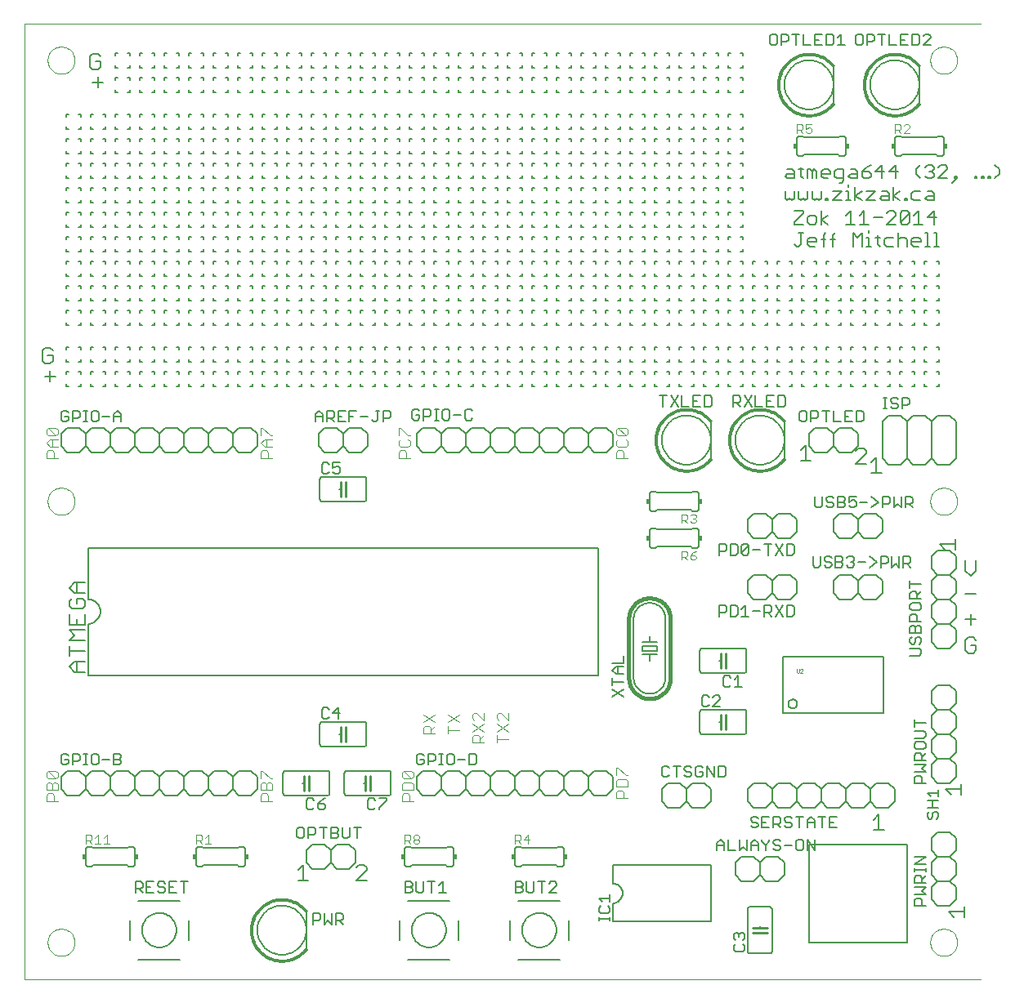
<source format=gto>
G75*
%MOIN*%
%OFA0B0*%
%FSLAX24Y24*%
%IPPOS*%
%LPD*%
%AMOC8*
5,1,8,0,0,1.08239X$1,22.5*
%
%ADD10C,0.0000*%
%ADD11C,0.0060*%
%ADD12C,0.0050*%
%ADD13C,0.0040*%
%ADD14C,0.0010*%
%ADD15C,0.0100*%
%ADD16C,0.0080*%
%ADD17C,0.0070*%
%ADD18R,0.0150X0.0200*%
%ADD19C,0.0160*%
D10*
X000180Y000180D02*
X000180Y039180D01*
X039180Y039180D01*
X037129Y037680D02*
X037131Y037727D01*
X037137Y037773D01*
X037147Y037819D01*
X037160Y037864D01*
X037178Y037907D01*
X037199Y037949D01*
X037223Y037989D01*
X037251Y038026D01*
X037282Y038061D01*
X037316Y038094D01*
X037352Y038123D01*
X037391Y038149D01*
X037432Y038172D01*
X037475Y038191D01*
X037519Y038207D01*
X037564Y038219D01*
X037610Y038227D01*
X037657Y038231D01*
X037703Y038231D01*
X037750Y038227D01*
X037796Y038219D01*
X037841Y038207D01*
X037885Y038191D01*
X037928Y038172D01*
X037969Y038149D01*
X038008Y038123D01*
X038044Y038094D01*
X038078Y038061D01*
X038109Y038026D01*
X038137Y037989D01*
X038161Y037949D01*
X038182Y037907D01*
X038200Y037864D01*
X038213Y037819D01*
X038223Y037773D01*
X038229Y037727D01*
X038231Y037680D01*
X038229Y037633D01*
X038223Y037587D01*
X038213Y037541D01*
X038200Y037496D01*
X038182Y037453D01*
X038161Y037411D01*
X038137Y037371D01*
X038109Y037334D01*
X038078Y037299D01*
X038044Y037266D01*
X038008Y037237D01*
X037969Y037211D01*
X037928Y037188D01*
X037885Y037169D01*
X037841Y037153D01*
X037796Y037141D01*
X037750Y037133D01*
X037703Y037129D01*
X037657Y037129D01*
X037610Y037133D01*
X037564Y037141D01*
X037519Y037153D01*
X037475Y037169D01*
X037432Y037188D01*
X037391Y037211D01*
X037352Y037237D01*
X037316Y037266D01*
X037282Y037299D01*
X037251Y037334D01*
X037223Y037371D01*
X037199Y037411D01*
X037178Y037453D01*
X037160Y037496D01*
X037147Y037541D01*
X037137Y037587D01*
X037131Y037633D01*
X037129Y037680D01*
X037129Y019680D02*
X037131Y019727D01*
X037137Y019773D01*
X037147Y019819D01*
X037160Y019864D01*
X037178Y019907D01*
X037199Y019949D01*
X037223Y019989D01*
X037251Y020026D01*
X037282Y020061D01*
X037316Y020094D01*
X037352Y020123D01*
X037391Y020149D01*
X037432Y020172D01*
X037475Y020191D01*
X037519Y020207D01*
X037564Y020219D01*
X037610Y020227D01*
X037657Y020231D01*
X037703Y020231D01*
X037750Y020227D01*
X037796Y020219D01*
X037841Y020207D01*
X037885Y020191D01*
X037928Y020172D01*
X037969Y020149D01*
X038008Y020123D01*
X038044Y020094D01*
X038078Y020061D01*
X038109Y020026D01*
X038137Y019989D01*
X038161Y019949D01*
X038182Y019907D01*
X038200Y019864D01*
X038213Y019819D01*
X038223Y019773D01*
X038229Y019727D01*
X038231Y019680D01*
X038229Y019633D01*
X038223Y019587D01*
X038213Y019541D01*
X038200Y019496D01*
X038182Y019453D01*
X038161Y019411D01*
X038137Y019371D01*
X038109Y019334D01*
X038078Y019299D01*
X038044Y019266D01*
X038008Y019237D01*
X037969Y019211D01*
X037928Y019188D01*
X037885Y019169D01*
X037841Y019153D01*
X037796Y019141D01*
X037750Y019133D01*
X037703Y019129D01*
X037657Y019129D01*
X037610Y019133D01*
X037564Y019141D01*
X037519Y019153D01*
X037475Y019169D01*
X037432Y019188D01*
X037391Y019211D01*
X037352Y019237D01*
X037316Y019266D01*
X037282Y019299D01*
X037251Y019334D01*
X037223Y019371D01*
X037199Y019411D01*
X037178Y019453D01*
X037160Y019496D01*
X037147Y019541D01*
X037137Y019587D01*
X037131Y019633D01*
X037129Y019680D01*
X037129Y001680D02*
X037131Y001727D01*
X037137Y001773D01*
X037147Y001819D01*
X037160Y001864D01*
X037178Y001907D01*
X037199Y001949D01*
X037223Y001989D01*
X037251Y002026D01*
X037282Y002061D01*
X037316Y002094D01*
X037352Y002123D01*
X037391Y002149D01*
X037432Y002172D01*
X037475Y002191D01*
X037519Y002207D01*
X037564Y002219D01*
X037610Y002227D01*
X037657Y002231D01*
X037703Y002231D01*
X037750Y002227D01*
X037796Y002219D01*
X037841Y002207D01*
X037885Y002191D01*
X037928Y002172D01*
X037969Y002149D01*
X038008Y002123D01*
X038044Y002094D01*
X038078Y002061D01*
X038109Y002026D01*
X038137Y001989D01*
X038161Y001949D01*
X038182Y001907D01*
X038200Y001864D01*
X038213Y001819D01*
X038223Y001773D01*
X038229Y001727D01*
X038231Y001680D01*
X038229Y001633D01*
X038223Y001587D01*
X038213Y001541D01*
X038200Y001496D01*
X038182Y001453D01*
X038161Y001411D01*
X038137Y001371D01*
X038109Y001334D01*
X038078Y001299D01*
X038044Y001266D01*
X038008Y001237D01*
X037969Y001211D01*
X037928Y001188D01*
X037885Y001169D01*
X037841Y001153D01*
X037796Y001141D01*
X037750Y001133D01*
X037703Y001129D01*
X037657Y001129D01*
X037610Y001133D01*
X037564Y001141D01*
X037519Y001153D01*
X037475Y001169D01*
X037432Y001188D01*
X037391Y001211D01*
X037352Y001237D01*
X037316Y001266D01*
X037282Y001299D01*
X037251Y001334D01*
X037223Y001371D01*
X037199Y001411D01*
X037178Y001453D01*
X037160Y001496D01*
X037147Y001541D01*
X037137Y001587D01*
X037131Y001633D01*
X037129Y001680D01*
X039180Y000180D02*
X000180Y000180D01*
X001129Y001680D02*
X001131Y001727D01*
X001137Y001773D01*
X001147Y001819D01*
X001160Y001864D01*
X001178Y001907D01*
X001199Y001949D01*
X001223Y001989D01*
X001251Y002026D01*
X001282Y002061D01*
X001316Y002094D01*
X001352Y002123D01*
X001391Y002149D01*
X001432Y002172D01*
X001475Y002191D01*
X001519Y002207D01*
X001564Y002219D01*
X001610Y002227D01*
X001657Y002231D01*
X001703Y002231D01*
X001750Y002227D01*
X001796Y002219D01*
X001841Y002207D01*
X001885Y002191D01*
X001928Y002172D01*
X001969Y002149D01*
X002008Y002123D01*
X002044Y002094D01*
X002078Y002061D01*
X002109Y002026D01*
X002137Y001989D01*
X002161Y001949D01*
X002182Y001907D01*
X002200Y001864D01*
X002213Y001819D01*
X002223Y001773D01*
X002229Y001727D01*
X002231Y001680D01*
X002229Y001633D01*
X002223Y001587D01*
X002213Y001541D01*
X002200Y001496D01*
X002182Y001453D01*
X002161Y001411D01*
X002137Y001371D01*
X002109Y001334D01*
X002078Y001299D01*
X002044Y001266D01*
X002008Y001237D01*
X001969Y001211D01*
X001928Y001188D01*
X001885Y001169D01*
X001841Y001153D01*
X001796Y001141D01*
X001750Y001133D01*
X001703Y001129D01*
X001657Y001129D01*
X001610Y001133D01*
X001564Y001141D01*
X001519Y001153D01*
X001475Y001169D01*
X001432Y001188D01*
X001391Y001211D01*
X001352Y001237D01*
X001316Y001266D01*
X001282Y001299D01*
X001251Y001334D01*
X001223Y001371D01*
X001199Y001411D01*
X001178Y001453D01*
X001160Y001496D01*
X001147Y001541D01*
X001137Y001587D01*
X001131Y001633D01*
X001129Y001680D01*
X001129Y019680D02*
X001131Y019727D01*
X001137Y019773D01*
X001147Y019819D01*
X001160Y019864D01*
X001178Y019907D01*
X001199Y019949D01*
X001223Y019989D01*
X001251Y020026D01*
X001282Y020061D01*
X001316Y020094D01*
X001352Y020123D01*
X001391Y020149D01*
X001432Y020172D01*
X001475Y020191D01*
X001519Y020207D01*
X001564Y020219D01*
X001610Y020227D01*
X001657Y020231D01*
X001703Y020231D01*
X001750Y020227D01*
X001796Y020219D01*
X001841Y020207D01*
X001885Y020191D01*
X001928Y020172D01*
X001969Y020149D01*
X002008Y020123D01*
X002044Y020094D01*
X002078Y020061D01*
X002109Y020026D01*
X002137Y019989D01*
X002161Y019949D01*
X002182Y019907D01*
X002200Y019864D01*
X002213Y019819D01*
X002223Y019773D01*
X002229Y019727D01*
X002231Y019680D01*
X002229Y019633D01*
X002223Y019587D01*
X002213Y019541D01*
X002200Y019496D01*
X002182Y019453D01*
X002161Y019411D01*
X002137Y019371D01*
X002109Y019334D01*
X002078Y019299D01*
X002044Y019266D01*
X002008Y019237D01*
X001969Y019211D01*
X001928Y019188D01*
X001885Y019169D01*
X001841Y019153D01*
X001796Y019141D01*
X001750Y019133D01*
X001703Y019129D01*
X001657Y019129D01*
X001610Y019133D01*
X001564Y019141D01*
X001519Y019153D01*
X001475Y019169D01*
X001432Y019188D01*
X001391Y019211D01*
X001352Y019237D01*
X001316Y019266D01*
X001282Y019299D01*
X001251Y019334D01*
X001223Y019371D01*
X001199Y019411D01*
X001178Y019453D01*
X001160Y019496D01*
X001147Y019541D01*
X001137Y019587D01*
X001131Y019633D01*
X001129Y019680D01*
X001129Y037680D02*
X001131Y037727D01*
X001137Y037773D01*
X001147Y037819D01*
X001160Y037864D01*
X001178Y037907D01*
X001199Y037949D01*
X001223Y037989D01*
X001251Y038026D01*
X001282Y038061D01*
X001316Y038094D01*
X001352Y038123D01*
X001391Y038149D01*
X001432Y038172D01*
X001475Y038191D01*
X001519Y038207D01*
X001564Y038219D01*
X001610Y038227D01*
X001657Y038231D01*
X001703Y038231D01*
X001750Y038227D01*
X001796Y038219D01*
X001841Y038207D01*
X001885Y038191D01*
X001928Y038172D01*
X001969Y038149D01*
X002008Y038123D01*
X002044Y038094D01*
X002078Y038061D01*
X002109Y038026D01*
X002137Y037989D01*
X002161Y037949D01*
X002182Y037907D01*
X002200Y037864D01*
X002213Y037819D01*
X002223Y037773D01*
X002229Y037727D01*
X002231Y037680D01*
X002229Y037633D01*
X002223Y037587D01*
X002213Y037541D01*
X002200Y037496D01*
X002182Y037453D01*
X002161Y037411D01*
X002137Y037371D01*
X002109Y037334D01*
X002078Y037299D01*
X002044Y037266D01*
X002008Y037237D01*
X001969Y037211D01*
X001928Y037188D01*
X001885Y037169D01*
X001841Y037153D01*
X001796Y037141D01*
X001750Y037133D01*
X001703Y037129D01*
X001657Y037129D01*
X001610Y037133D01*
X001564Y037141D01*
X001519Y037153D01*
X001475Y037169D01*
X001432Y037188D01*
X001391Y037211D01*
X001352Y037237D01*
X001316Y037266D01*
X001282Y037299D01*
X001251Y037334D01*
X001223Y037371D01*
X001199Y037411D01*
X001178Y037453D01*
X001160Y037496D01*
X001147Y037541D01*
X001137Y037587D01*
X001131Y037633D01*
X001129Y037680D01*
D11*
X002860Y037844D02*
X002860Y037417D01*
X002967Y037310D01*
X003180Y037310D01*
X003287Y037417D01*
X003287Y037630D01*
X003074Y037630D01*
X003287Y037844D02*
X003180Y037951D01*
X002967Y037951D01*
X002860Y037844D01*
X003880Y037880D02*
X003880Y037980D01*
X003980Y037980D01*
X004380Y037980D02*
X004480Y037980D01*
X004480Y037880D01*
X004480Y037480D02*
X004480Y037380D01*
X004380Y037380D01*
X004380Y036980D02*
X004480Y036980D01*
X004480Y036880D01*
X004480Y036480D02*
X004480Y036380D01*
X004380Y036380D01*
X003980Y036380D02*
X003880Y036380D01*
X003880Y036480D01*
X003880Y036880D02*
X003880Y036980D01*
X003980Y036980D01*
X003980Y037380D02*
X003880Y037380D01*
X003880Y037480D01*
X003387Y036780D02*
X002960Y036780D01*
X003174Y036567D02*
X003174Y036994D01*
X002980Y035480D02*
X002880Y035480D01*
X002880Y035380D01*
X002480Y035380D02*
X002480Y035480D01*
X002380Y035480D01*
X001980Y035480D02*
X001880Y035480D01*
X001880Y035380D01*
X001880Y034980D02*
X001880Y034880D01*
X001980Y034880D01*
X001980Y034480D02*
X001880Y034480D01*
X001880Y034380D01*
X001880Y033980D02*
X001880Y033880D01*
X001980Y033880D01*
X001980Y033480D02*
X001880Y033480D01*
X001880Y033380D01*
X001880Y032980D02*
X001880Y032880D01*
X001980Y032880D01*
X001980Y032480D02*
X001880Y032480D01*
X001880Y032380D01*
X001880Y031980D02*
X001880Y031880D01*
X001980Y031880D01*
X001980Y031480D02*
X001880Y031480D01*
X001880Y031380D01*
X001880Y030980D02*
X001880Y030880D01*
X001980Y030880D01*
X001980Y030480D02*
X001880Y030480D01*
X001880Y030380D01*
X001880Y029980D02*
X001880Y029880D01*
X001980Y029880D01*
X001980Y029480D02*
X001880Y029480D01*
X001880Y029380D01*
X001880Y028980D02*
X001880Y028880D01*
X001980Y028880D01*
X001980Y028480D02*
X001880Y028480D01*
X001880Y028380D01*
X001880Y027980D02*
X001880Y027880D01*
X001980Y027880D01*
X001980Y027480D02*
X001880Y027480D01*
X001880Y027380D01*
X001880Y026980D02*
X001880Y026880D01*
X001980Y026880D01*
X002380Y026880D02*
X002480Y026880D01*
X002480Y026980D01*
X002480Y027380D02*
X002480Y027480D01*
X002380Y027480D01*
X002380Y027880D02*
X002480Y027880D01*
X002480Y027980D01*
X002480Y028380D02*
X002480Y028480D01*
X002380Y028480D01*
X002380Y028880D02*
X002480Y028880D01*
X002480Y028980D01*
X002480Y029380D02*
X002480Y029480D01*
X002380Y029480D01*
X002380Y029880D02*
X002480Y029880D01*
X002480Y029980D01*
X002480Y030380D02*
X002480Y030480D01*
X002380Y030480D01*
X002380Y030880D02*
X002480Y030880D01*
X002480Y030980D01*
X002480Y031380D02*
X002480Y031480D01*
X002380Y031480D01*
X002380Y031880D02*
X002480Y031880D01*
X002480Y031980D01*
X002480Y032380D02*
X002480Y032480D01*
X002380Y032480D01*
X002380Y032880D02*
X002480Y032880D01*
X002480Y032980D01*
X002480Y033380D02*
X002480Y033480D01*
X002380Y033480D01*
X002380Y033880D02*
X002480Y033880D01*
X002480Y033980D01*
X002480Y034380D02*
X002480Y034480D01*
X002380Y034480D01*
X002380Y034880D02*
X002480Y034880D01*
X002480Y034980D01*
X002880Y034980D02*
X002880Y034880D01*
X002980Y034880D01*
X002980Y034480D02*
X002880Y034480D01*
X002880Y034380D01*
X002880Y033980D02*
X002880Y033880D01*
X002980Y033880D01*
X002980Y033480D02*
X002880Y033480D01*
X002880Y033380D01*
X002880Y032980D02*
X002880Y032880D01*
X002980Y032880D01*
X002980Y032480D02*
X002880Y032480D01*
X002880Y032380D01*
X002880Y031980D02*
X002880Y031880D01*
X002980Y031880D01*
X002980Y031480D02*
X002880Y031480D01*
X002880Y031380D01*
X002880Y030980D02*
X002880Y030880D01*
X002980Y030880D01*
X002980Y030480D02*
X002880Y030480D01*
X002880Y030380D01*
X002880Y029980D02*
X002880Y029880D01*
X002980Y029880D01*
X002980Y029480D02*
X002880Y029480D01*
X002880Y029380D01*
X002880Y028980D02*
X002880Y028880D01*
X002980Y028880D01*
X002980Y028480D02*
X002880Y028480D01*
X002880Y028380D01*
X002880Y027980D02*
X002880Y027880D01*
X002980Y027880D01*
X002980Y027480D02*
X002880Y027480D01*
X002880Y027380D01*
X002880Y026980D02*
X002880Y026880D01*
X002980Y026880D01*
X003380Y026880D02*
X003480Y026880D01*
X003480Y026980D01*
X003480Y027380D02*
X003480Y027480D01*
X003380Y027480D01*
X003380Y027880D02*
X003480Y027880D01*
X003480Y027980D01*
X003480Y028380D02*
X003480Y028480D01*
X003380Y028480D01*
X003380Y028880D02*
X003480Y028880D01*
X003480Y028980D01*
X003480Y029380D02*
X003480Y029480D01*
X003380Y029480D01*
X003380Y029880D02*
X003480Y029880D01*
X003480Y029980D01*
X003480Y030380D02*
X003480Y030480D01*
X003380Y030480D01*
X003380Y030880D02*
X003480Y030880D01*
X003480Y030980D01*
X003480Y031380D02*
X003480Y031480D01*
X003380Y031480D01*
X003380Y031880D02*
X003480Y031880D01*
X003480Y031980D01*
X003480Y032380D02*
X003480Y032480D01*
X003380Y032480D01*
X003380Y032880D02*
X003480Y032880D01*
X003480Y032980D01*
X003480Y033380D02*
X003480Y033480D01*
X003380Y033480D01*
X003380Y033880D02*
X003480Y033880D01*
X003480Y033980D01*
X003480Y034380D02*
X003480Y034480D01*
X003380Y034480D01*
X003380Y034880D02*
X003480Y034880D01*
X003480Y034980D01*
X003480Y035380D02*
X003480Y035480D01*
X003380Y035480D01*
X003880Y035480D02*
X003880Y035380D01*
X003880Y035480D02*
X003980Y035480D01*
X004380Y035480D02*
X004480Y035480D01*
X004480Y035380D01*
X004480Y034980D02*
X004480Y034880D01*
X004380Y034880D01*
X004380Y034480D02*
X004480Y034480D01*
X004480Y034380D01*
X004480Y033980D02*
X004480Y033880D01*
X004380Y033880D01*
X004380Y033480D02*
X004480Y033480D01*
X004480Y033380D01*
X004480Y032980D02*
X004480Y032880D01*
X004380Y032880D01*
X004380Y032480D02*
X004480Y032480D01*
X004480Y032380D01*
X004480Y031980D02*
X004480Y031880D01*
X004380Y031880D01*
X004380Y031480D02*
X004480Y031480D01*
X004480Y031380D01*
X004480Y030980D02*
X004480Y030880D01*
X004380Y030880D01*
X004380Y030480D02*
X004480Y030480D01*
X004480Y030380D01*
X004480Y029980D02*
X004480Y029880D01*
X004380Y029880D01*
X004380Y029480D02*
X004480Y029480D01*
X004480Y029380D01*
X004480Y028980D02*
X004480Y028880D01*
X004380Y028880D01*
X004380Y028480D02*
X004480Y028480D01*
X004480Y028380D01*
X004480Y027980D02*
X004480Y027880D01*
X004380Y027880D01*
X004380Y027480D02*
X004480Y027480D01*
X004480Y027380D01*
X004480Y026980D02*
X004480Y026880D01*
X004380Y026880D01*
X003980Y026880D02*
X003880Y026880D01*
X003880Y026980D01*
X003880Y027380D02*
X003880Y027480D01*
X003980Y027480D01*
X003980Y027880D02*
X003880Y027880D01*
X003880Y027980D01*
X003880Y028380D02*
X003880Y028480D01*
X003980Y028480D01*
X003980Y028880D02*
X003880Y028880D01*
X003880Y028980D01*
X003880Y029380D02*
X003880Y029480D01*
X003980Y029480D01*
X003980Y029880D02*
X003880Y029880D01*
X003880Y029980D01*
X003880Y030380D02*
X003880Y030480D01*
X003980Y030480D01*
X003980Y030880D02*
X003880Y030880D01*
X003880Y030980D01*
X003880Y031380D02*
X003880Y031480D01*
X003980Y031480D01*
X003980Y031880D02*
X003880Y031880D01*
X003880Y031980D01*
X003880Y032380D02*
X003880Y032480D01*
X003980Y032480D01*
X003980Y032880D02*
X003880Y032880D01*
X003880Y032980D01*
X003880Y033380D02*
X003880Y033480D01*
X003980Y033480D01*
X003980Y033880D02*
X003880Y033880D01*
X003880Y033980D01*
X003880Y034380D02*
X003880Y034480D01*
X003980Y034480D01*
X003980Y034880D02*
X003880Y034880D01*
X003880Y034980D01*
X004880Y034980D02*
X004880Y034880D01*
X004980Y034880D01*
X004980Y034480D02*
X004880Y034480D01*
X004880Y034380D01*
X004880Y033980D02*
X004880Y033880D01*
X004980Y033880D01*
X004980Y033480D02*
X004880Y033480D01*
X004880Y033380D01*
X004880Y032980D02*
X004880Y032880D01*
X004980Y032880D01*
X004980Y032480D02*
X004880Y032480D01*
X004880Y032380D01*
X004880Y031980D02*
X004880Y031880D01*
X004980Y031880D01*
X004980Y031480D02*
X004880Y031480D01*
X004880Y031380D01*
X004880Y030980D02*
X004880Y030880D01*
X004980Y030880D01*
X004980Y030480D02*
X004880Y030480D01*
X004880Y030380D01*
X004880Y029980D02*
X004880Y029880D01*
X004980Y029880D01*
X004980Y029480D02*
X004880Y029480D01*
X004880Y029380D01*
X004880Y028980D02*
X004880Y028880D01*
X004980Y028880D01*
X004980Y028480D02*
X004880Y028480D01*
X004880Y028380D01*
X004880Y027980D02*
X004880Y027880D01*
X004980Y027880D01*
X004980Y027480D02*
X004880Y027480D01*
X004880Y027380D01*
X004880Y026980D02*
X004880Y026880D01*
X004980Y026880D01*
X005380Y026880D02*
X005480Y026880D01*
X005480Y026980D01*
X005480Y027380D02*
X005480Y027480D01*
X005380Y027480D01*
X005380Y027880D02*
X005480Y027880D01*
X005480Y027980D01*
X005480Y028380D02*
X005480Y028480D01*
X005380Y028480D01*
X005380Y028880D02*
X005480Y028880D01*
X005480Y028980D01*
X005480Y029380D02*
X005480Y029480D01*
X005380Y029480D01*
X005380Y029880D02*
X005480Y029880D01*
X005480Y029980D01*
X005480Y030380D02*
X005480Y030480D01*
X005380Y030480D01*
X005380Y030880D02*
X005480Y030880D01*
X005480Y030980D01*
X005480Y031380D02*
X005480Y031480D01*
X005380Y031480D01*
X005380Y031880D02*
X005480Y031880D01*
X005480Y031980D01*
X005480Y032380D02*
X005480Y032480D01*
X005380Y032480D01*
X005380Y032880D02*
X005480Y032880D01*
X005480Y032980D01*
X005480Y033380D02*
X005480Y033480D01*
X005380Y033480D01*
X005380Y033880D02*
X005480Y033880D01*
X005480Y033980D01*
X005480Y034380D02*
X005480Y034480D01*
X005380Y034480D01*
X005380Y034880D02*
X005480Y034880D01*
X005480Y034980D01*
X005480Y035380D02*
X005480Y035480D01*
X005380Y035480D01*
X004980Y035480D02*
X004880Y035480D01*
X004880Y035380D01*
X005880Y035380D02*
X005880Y035480D01*
X005980Y035480D01*
X006380Y035480D02*
X006480Y035480D01*
X006480Y035380D01*
X006480Y034980D02*
X006480Y034880D01*
X006380Y034880D01*
X006380Y034480D02*
X006480Y034480D01*
X006480Y034380D01*
X006480Y033980D02*
X006480Y033880D01*
X006380Y033880D01*
X006380Y033480D02*
X006480Y033480D01*
X006480Y033380D01*
X006480Y032980D02*
X006480Y032880D01*
X006380Y032880D01*
X006380Y032480D02*
X006480Y032480D01*
X006480Y032380D01*
X006480Y031980D02*
X006480Y031880D01*
X006380Y031880D01*
X006380Y031480D02*
X006480Y031480D01*
X006480Y031380D01*
X006480Y030980D02*
X006480Y030880D01*
X006380Y030880D01*
X006380Y030480D02*
X006480Y030480D01*
X006480Y030380D01*
X006480Y029980D02*
X006480Y029880D01*
X006380Y029880D01*
X006380Y029480D02*
X006480Y029480D01*
X006480Y029380D01*
X006480Y028980D02*
X006480Y028880D01*
X006380Y028880D01*
X006380Y028480D02*
X006480Y028480D01*
X006480Y028380D01*
X006480Y027980D02*
X006480Y027880D01*
X006380Y027880D01*
X006380Y027480D02*
X006480Y027480D01*
X006480Y027380D01*
X006480Y026980D02*
X006480Y026880D01*
X006380Y026880D01*
X005980Y026880D02*
X005880Y026880D01*
X005880Y026980D01*
X005880Y027380D02*
X005880Y027480D01*
X005980Y027480D01*
X005980Y027880D02*
X005880Y027880D01*
X005880Y027980D01*
X005880Y028380D02*
X005880Y028480D01*
X005980Y028480D01*
X005980Y028880D02*
X005880Y028880D01*
X005880Y028980D01*
X005880Y029380D02*
X005880Y029480D01*
X005980Y029480D01*
X005980Y029880D02*
X005880Y029880D01*
X005880Y029980D01*
X005880Y030380D02*
X005880Y030480D01*
X005980Y030480D01*
X005980Y030880D02*
X005880Y030880D01*
X005880Y030980D01*
X005880Y031380D02*
X005880Y031480D01*
X005980Y031480D01*
X005980Y031880D02*
X005880Y031880D01*
X005880Y031980D01*
X005880Y032380D02*
X005880Y032480D01*
X005980Y032480D01*
X005980Y032880D02*
X005880Y032880D01*
X005880Y032980D01*
X005880Y033380D02*
X005880Y033480D01*
X005980Y033480D01*
X005980Y033880D02*
X005880Y033880D01*
X005880Y033980D01*
X005880Y034380D02*
X005880Y034480D01*
X005980Y034480D01*
X005980Y034880D02*
X005880Y034880D01*
X005880Y034980D01*
X006880Y034980D02*
X006880Y034880D01*
X006980Y034880D01*
X006980Y034480D02*
X006880Y034480D01*
X006880Y034380D01*
X006880Y033980D02*
X006880Y033880D01*
X006980Y033880D01*
X006980Y033480D02*
X006880Y033480D01*
X006880Y033380D01*
X006880Y032980D02*
X006880Y032880D01*
X006980Y032880D01*
X006980Y032480D02*
X006880Y032480D01*
X006880Y032380D01*
X006880Y031980D02*
X006880Y031880D01*
X006980Y031880D01*
X006980Y031480D02*
X006880Y031480D01*
X006880Y031380D01*
X006880Y030980D02*
X006880Y030880D01*
X006980Y030880D01*
X006980Y030480D02*
X006880Y030480D01*
X006880Y030380D01*
X006880Y029980D02*
X006880Y029880D01*
X006980Y029880D01*
X006980Y029480D02*
X006880Y029480D01*
X006880Y029380D01*
X006880Y028980D02*
X006880Y028880D01*
X006980Y028880D01*
X006980Y028480D02*
X006880Y028480D01*
X006880Y028380D01*
X006880Y027980D02*
X006880Y027880D01*
X006980Y027880D01*
X006980Y027480D02*
X006880Y027480D01*
X006880Y027380D01*
X006880Y026980D02*
X006880Y026880D01*
X006980Y026880D01*
X007380Y026880D02*
X007480Y026880D01*
X007480Y026980D01*
X007480Y027380D02*
X007480Y027480D01*
X007380Y027480D01*
X007380Y027880D02*
X007480Y027880D01*
X007480Y027980D01*
X007480Y028380D02*
X007480Y028480D01*
X007380Y028480D01*
X007380Y028880D02*
X007480Y028880D01*
X007480Y028980D01*
X007480Y029380D02*
X007480Y029480D01*
X007380Y029480D01*
X007380Y029880D02*
X007480Y029880D01*
X007480Y029980D01*
X007480Y030380D02*
X007480Y030480D01*
X007380Y030480D01*
X007380Y030880D02*
X007480Y030880D01*
X007480Y030980D01*
X007480Y031380D02*
X007480Y031480D01*
X007380Y031480D01*
X007380Y031880D02*
X007480Y031880D01*
X007480Y031980D01*
X007480Y032380D02*
X007480Y032480D01*
X007380Y032480D01*
X007380Y032880D02*
X007480Y032880D01*
X007480Y032980D01*
X007480Y033380D02*
X007480Y033480D01*
X007380Y033480D01*
X007380Y033880D02*
X007480Y033880D01*
X007480Y033980D01*
X007480Y034380D02*
X007480Y034480D01*
X007380Y034480D01*
X007380Y034880D02*
X007480Y034880D01*
X007480Y034980D01*
X007480Y035380D02*
X007480Y035480D01*
X007380Y035480D01*
X006980Y035480D02*
X006880Y035480D01*
X006880Y035380D01*
X007880Y035380D02*
X007880Y035480D01*
X007980Y035480D01*
X008380Y035480D02*
X008480Y035480D01*
X008480Y035380D01*
X008480Y034980D02*
X008480Y034880D01*
X008380Y034880D01*
X008380Y034480D02*
X008480Y034480D01*
X008480Y034380D01*
X008480Y033980D02*
X008480Y033880D01*
X008380Y033880D01*
X008380Y033480D02*
X008480Y033480D01*
X008480Y033380D01*
X008480Y032980D02*
X008480Y032880D01*
X008380Y032880D01*
X008380Y032480D02*
X008480Y032480D01*
X008480Y032380D01*
X008480Y031980D02*
X008480Y031880D01*
X008380Y031880D01*
X008380Y031480D02*
X008480Y031480D01*
X008480Y031380D01*
X008480Y030980D02*
X008480Y030880D01*
X008380Y030880D01*
X008380Y030480D02*
X008480Y030480D01*
X008480Y030380D01*
X008480Y029980D02*
X008480Y029880D01*
X008380Y029880D01*
X008380Y029480D02*
X008480Y029480D01*
X008480Y029380D01*
X008480Y028980D02*
X008480Y028880D01*
X008380Y028880D01*
X008380Y028480D02*
X008480Y028480D01*
X008480Y028380D01*
X008480Y027980D02*
X008480Y027880D01*
X008380Y027880D01*
X008380Y027480D02*
X008480Y027480D01*
X008480Y027380D01*
X008480Y026980D02*
X008480Y026880D01*
X008380Y026880D01*
X007980Y026880D02*
X007880Y026880D01*
X007880Y026980D01*
X007880Y027380D02*
X007880Y027480D01*
X007980Y027480D01*
X007980Y027880D02*
X007880Y027880D01*
X007880Y027980D01*
X007880Y028380D02*
X007880Y028480D01*
X007980Y028480D01*
X007980Y028880D02*
X007880Y028880D01*
X007880Y028980D01*
X007880Y029380D02*
X007880Y029480D01*
X007980Y029480D01*
X007980Y029880D02*
X007880Y029880D01*
X007880Y029980D01*
X007880Y030380D02*
X007880Y030480D01*
X007980Y030480D01*
X007980Y030880D02*
X007880Y030880D01*
X007880Y030980D01*
X007880Y031380D02*
X007880Y031480D01*
X007980Y031480D01*
X007980Y031880D02*
X007880Y031880D01*
X007880Y031980D01*
X007880Y032380D02*
X007880Y032480D01*
X007980Y032480D01*
X007980Y032880D02*
X007880Y032880D01*
X007880Y032980D01*
X007880Y033380D02*
X007880Y033480D01*
X007980Y033480D01*
X007980Y033880D02*
X007880Y033880D01*
X007880Y033980D01*
X007880Y034380D02*
X007880Y034480D01*
X007980Y034480D01*
X007980Y034880D02*
X007880Y034880D01*
X007880Y034980D01*
X008880Y034980D02*
X008880Y034880D01*
X008980Y034880D01*
X008980Y034480D02*
X008880Y034480D01*
X008880Y034380D01*
X008880Y033980D02*
X008880Y033880D01*
X008980Y033880D01*
X008980Y033480D02*
X008880Y033480D01*
X008880Y033380D01*
X008880Y032980D02*
X008880Y032880D01*
X008980Y032880D01*
X008980Y032480D02*
X008880Y032480D01*
X008880Y032380D01*
X008880Y031980D02*
X008880Y031880D01*
X008980Y031880D01*
X008980Y031480D02*
X008880Y031480D01*
X008880Y031380D01*
X008880Y030980D02*
X008880Y030880D01*
X008980Y030880D01*
X008980Y030480D02*
X008880Y030480D01*
X008880Y030380D01*
X008880Y029980D02*
X008880Y029880D01*
X008980Y029880D01*
X008980Y029480D02*
X008880Y029480D01*
X008880Y029380D01*
X008880Y028980D02*
X008880Y028880D01*
X008980Y028880D01*
X008980Y028480D02*
X008880Y028480D01*
X008880Y028380D01*
X008880Y027980D02*
X008880Y027880D01*
X008980Y027880D01*
X008980Y027480D02*
X008880Y027480D01*
X008880Y027380D01*
X008880Y026980D02*
X008880Y026880D01*
X008980Y026880D01*
X009380Y026880D02*
X009480Y026880D01*
X009480Y026980D01*
X009480Y027380D02*
X009480Y027480D01*
X009380Y027480D01*
X009380Y027880D02*
X009480Y027880D01*
X009480Y027980D01*
X009480Y028380D02*
X009480Y028480D01*
X009380Y028480D01*
X009380Y028880D02*
X009480Y028880D01*
X009480Y028980D01*
X009480Y029380D02*
X009480Y029480D01*
X009380Y029480D01*
X009380Y029880D02*
X009480Y029880D01*
X009480Y029980D01*
X009480Y030380D02*
X009480Y030480D01*
X009380Y030480D01*
X009380Y030880D02*
X009480Y030880D01*
X009480Y030980D01*
X009480Y031380D02*
X009480Y031480D01*
X009380Y031480D01*
X009380Y031880D02*
X009480Y031880D01*
X009480Y031980D01*
X009480Y032380D02*
X009480Y032480D01*
X009380Y032480D01*
X009380Y032880D02*
X009480Y032880D01*
X009480Y032980D01*
X009480Y033380D02*
X009480Y033480D01*
X009380Y033480D01*
X009380Y033880D02*
X009480Y033880D01*
X009480Y033980D01*
X009480Y034380D02*
X009480Y034480D01*
X009380Y034480D01*
X009380Y034880D02*
X009480Y034880D01*
X009480Y034980D01*
X009480Y035380D02*
X009480Y035480D01*
X009380Y035480D01*
X008980Y035480D02*
X008880Y035480D01*
X008880Y035380D01*
X008880Y036380D02*
X008980Y036380D01*
X008880Y036380D02*
X008880Y036480D01*
X008880Y036880D02*
X008880Y036980D01*
X008980Y036980D01*
X008980Y037380D02*
X008880Y037380D01*
X008880Y037480D01*
X008480Y037480D02*
X008480Y037380D01*
X008380Y037380D01*
X008380Y036980D02*
X008480Y036980D01*
X008480Y036880D01*
X008480Y036480D02*
X008480Y036380D01*
X008380Y036380D01*
X007980Y036380D02*
X007880Y036380D01*
X007880Y036480D01*
X007880Y036880D02*
X007880Y036980D01*
X007980Y036980D01*
X007980Y037380D02*
X007880Y037380D01*
X007880Y037480D01*
X007480Y037480D02*
X007480Y037380D01*
X007380Y037380D01*
X007380Y036980D02*
X007480Y036980D01*
X007480Y036880D01*
X007480Y036480D02*
X007480Y036380D01*
X007380Y036380D01*
X006980Y036380D02*
X006880Y036380D01*
X006880Y036480D01*
X006880Y036880D02*
X006880Y036980D01*
X006980Y036980D01*
X006980Y037380D02*
X006880Y037380D01*
X006880Y037480D01*
X006480Y037480D02*
X006480Y037380D01*
X006380Y037380D01*
X006380Y036980D02*
X006480Y036980D01*
X006480Y036880D01*
X006480Y036480D02*
X006480Y036380D01*
X006380Y036380D01*
X005980Y036380D02*
X005880Y036380D01*
X005880Y036480D01*
X005880Y036880D02*
X005880Y036980D01*
X005980Y036980D01*
X005980Y037380D02*
X005880Y037380D01*
X005880Y037480D01*
X005480Y037480D02*
X005480Y037380D01*
X005380Y037380D01*
X005380Y036980D02*
X005480Y036980D01*
X005480Y036880D01*
X005480Y036480D02*
X005480Y036380D01*
X005380Y036380D01*
X004980Y036380D02*
X004880Y036380D01*
X004880Y036480D01*
X004880Y036880D02*
X004880Y036980D01*
X004980Y036980D01*
X004980Y037380D02*
X004880Y037380D01*
X004880Y037480D01*
X004880Y037880D02*
X004880Y037980D01*
X004980Y037980D01*
X005380Y037980D02*
X005480Y037980D01*
X005480Y037880D01*
X005880Y037880D02*
X005880Y037980D01*
X005980Y037980D01*
X006380Y037980D02*
X006480Y037980D01*
X006480Y037880D01*
X006880Y037880D02*
X006880Y037980D01*
X006980Y037980D01*
X007380Y037980D02*
X007480Y037980D01*
X007480Y037880D01*
X007880Y037880D02*
X007880Y037980D01*
X007980Y037980D01*
X008380Y037980D02*
X008480Y037980D01*
X008480Y037880D01*
X008880Y037880D02*
X008880Y037980D01*
X008980Y037980D01*
X009380Y037980D02*
X009480Y037980D01*
X009480Y037880D01*
X009480Y037480D02*
X009480Y037380D01*
X009380Y037380D01*
X009380Y036980D02*
X009480Y036980D01*
X009480Y036880D01*
X009480Y036480D02*
X009480Y036380D01*
X009380Y036380D01*
X009880Y036380D02*
X009980Y036380D01*
X009880Y036380D02*
X009880Y036480D01*
X009880Y036880D02*
X009880Y036980D01*
X009980Y036980D01*
X009980Y037380D02*
X009880Y037380D01*
X009880Y037480D01*
X009880Y037880D02*
X009880Y037980D01*
X009980Y037980D01*
X010380Y037980D02*
X010480Y037980D01*
X010480Y037880D01*
X010480Y037480D02*
X010480Y037380D01*
X010380Y037380D01*
X010380Y036980D02*
X010480Y036980D01*
X010480Y036880D01*
X010480Y036480D02*
X010480Y036380D01*
X010380Y036380D01*
X010880Y036380D02*
X010980Y036380D01*
X010880Y036380D02*
X010880Y036480D01*
X010880Y036880D02*
X010880Y036980D01*
X010980Y036980D01*
X010980Y037380D02*
X010880Y037380D01*
X010880Y037480D01*
X010880Y037880D02*
X010880Y037980D01*
X010980Y037980D01*
X011380Y037980D02*
X011480Y037980D01*
X011480Y037880D01*
X011480Y037480D02*
X011480Y037380D01*
X011380Y037380D01*
X011380Y036980D02*
X011480Y036980D01*
X011480Y036880D01*
X011480Y036480D02*
X011480Y036380D01*
X011380Y036380D01*
X011880Y036380D02*
X011980Y036380D01*
X011880Y036380D02*
X011880Y036480D01*
X011880Y036880D02*
X011880Y036980D01*
X011980Y036980D01*
X011980Y037380D02*
X011880Y037380D01*
X011880Y037480D01*
X011880Y037880D02*
X011880Y037980D01*
X011980Y037980D01*
X012380Y037980D02*
X012480Y037980D01*
X012480Y037880D01*
X012480Y037480D02*
X012480Y037380D01*
X012380Y037380D01*
X012380Y036980D02*
X012480Y036980D01*
X012480Y036880D01*
X012480Y036480D02*
X012480Y036380D01*
X012380Y036380D01*
X012880Y036380D02*
X012980Y036380D01*
X012880Y036380D02*
X012880Y036480D01*
X012880Y036880D02*
X012880Y036980D01*
X012980Y036980D01*
X012980Y037380D02*
X012880Y037380D01*
X012880Y037480D01*
X012880Y037880D02*
X012880Y037980D01*
X012980Y037980D01*
X013380Y037980D02*
X013480Y037980D01*
X013480Y037880D01*
X013480Y037480D02*
X013480Y037380D01*
X013380Y037380D01*
X013380Y036980D02*
X013480Y036980D01*
X013480Y036880D01*
X013480Y036480D02*
X013480Y036380D01*
X013380Y036380D01*
X013880Y036380D02*
X013980Y036380D01*
X013880Y036380D02*
X013880Y036480D01*
X013880Y036880D02*
X013880Y036980D01*
X013980Y036980D01*
X013980Y037380D02*
X013880Y037380D01*
X013880Y037480D01*
X013880Y037880D02*
X013880Y037980D01*
X013980Y037980D01*
X014380Y037980D02*
X014480Y037980D01*
X014480Y037880D01*
X014480Y037480D02*
X014480Y037380D01*
X014380Y037380D01*
X014380Y036980D02*
X014480Y036980D01*
X014480Y036880D01*
X014480Y036480D02*
X014480Y036380D01*
X014380Y036380D01*
X014880Y036380D02*
X014980Y036380D01*
X014880Y036380D02*
X014880Y036480D01*
X014880Y036880D02*
X014880Y036980D01*
X014980Y036980D01*
X014980Y037380D02*
X014880Y037380D01*
X014880Y037480D01*
X014880Y037880D02*
X014880Y037980D01*
X014980Y037980D01*
X015380Y037980D02*
X015480Y037980D01*
X015480Y037880D01*
X015480Y037480D02*
X015480Y037380D01*
X015380Y037380D01*
X015380Y036980D02*
X015480Y036980D01*
X015480Y036880D01*
X015480Y036480D02*
X015480Y036380D01*
X015380Y036380D01*
X015880Y036380D02*
X015980Y036380D01*
X015880Y036380D02*
X015880Y036480D01*
X015880Y036880D02*
X015880Y036980D01*
X015980Y036980D01*
X015980Y037380D02*
X015880Y037380D01*
X015880Y037480D01*
X015880Y037880D02*
X015880Y037980D01*
X015980Y037980D01*
X016380Y037980D02*
X016480Y037980D01*
X016480Y037880D01*
X016480Y037480D02*
X016480Y037380D01*
X016380Y037380D01*
X016380Y036980D02*
X016480Y036980D01*
X016480Y036880D01*
X016480Y036480D02*
X016480Y036380D01*
X016380Y036380D01*
X016880Y036380D02*
X016980Y036380D01*
X016880Y036380D02*
X016880Y036480D01*
X016880Y036880D02*
X016880Y036980D01*
X016980Y036980D01*
X016980Y037380D02*
X016880Y037380D01*
X016880Y037480D01*
X016880Y037880D02*
X016880Y037980D01*
X016980Y037980D01*
X017380Y037980D02*
X017480Y037980D01*
X017480Y037880D01*
X017480Y037480D02*
X017480Y037380D01*
X017380Y037380D01*
X017380Y036980D02*
X017480Y036980D01*
X017480Y036880D01*
X017480Y036480D02*
X017480Y036380D01*
X017380Y036380D01*
X017880Y036380D02*
X017980Y036380D01*
X017880Y036380D02*
X017880Y036480D01*
X017880Y036880D02*
X017880Y036980D01*
X017980Y036980D01*
X017980Y037380D02*
X017880Y037380D01*
X017880Y037480D01*
X017880Y037880D02*
X017880Y037980D01*
X017980Y037980D01*
X018380Y037980D02*
X018480Y037980D01*
X018480Y037880D01*
X018480Y037480D02*
X018480Y037380D01*
X018380Y037380D01*
X018380Y036980D02*
X018480Y036980D01*
X018480Y036880D01*
X018480Y036480D02*
X018480Y036380D01*
X018380Y036380D01*
X018880Y036380D02*
X018980Y036380D01*
X018880Y036380D02*
X018880Y036480D01*
X018880Y036880D02*
X018880Y036980D01*
X018980Y036980D01*
X018980Y037380D02*
X018880Y037380D01*
X018880Y037480D01*
X018880Y037880D02*
X018880Y037980D01*
X018980Y037980D01*
X019380Y037980D02*
X019480Y037980D01*
X019480Y037880D01*
X019480Y037480D02*
X019480Y037380D01*
X019380Y037380D01*
X019380Y036980D02*
X019480Y036980D01*
X019480Y036880D01*
X019480Y036480D02*
X019480Y036380D01*
X019380Y036380D01*
X019880Y036380D02*
X019980Y036380D01*
X019880Y036380D02*
X019880Y036480D01*
X019880Y036880D02*
X019880Y036980D01*
X019980Y036980D01*
X019980Y037380D02*
X019880Y037380D01*
X019880Y037480D01*
X019880Y037880D02*
X019880Y037980D01*
X019980Y037980D01*
X020380Y037980D02*
X020480Y037980D01*
X020480Y037880D01*
X020480Y037480D02*
X020480Y037380D01*
X020380Y037380D01*
X020380Y036980D02*
X020480Y036980D01*
X020480Y036880D01*
X020480Y036480D02*
X020480Y036380D01*
X020380Y036380D01*
X020880Y036380D02*
X020980Y036380D01*
X020880Y036380D02*
X020880Y036480D01*
X020880Y036880D02*
X020880Y036980D01*
X020980Y036980D01*
X020980Y037380D02*
X020880Y037380D01*
X020880Y037480D01*
X020880Y037880D02*
X020880Y037980D01*
X020980Y037980D01*
X021380Y037980D02*
X021480Y037980D01*
X021480Y037880D01*
X021480Y037480D02*
X021480Y037380D01*
X021380Y037380D01*
X021380Y036980D02*
X021480Y036980D01*
X021480Y036880D01*
X021480Y036480D02*
X021480Y036380D01*
X021380Y036380D01*
X021880Y036380D02*
X021980Y036380D01*
X021880Y036380D02*
X021880Y036480D01*
X021880Y036880D02*
X021880Y036980D01*
X021980Y036980D01*
X021980Y037380D02*
X021880Y037380D01*
X021880Y037480D01*
X021880Y037880D02*
X021880Y037980D01*
X021980Y037980D01*
X022380Y037980D02*
X022480Y037980D01*
X022480Y037880D01*
X022480Y037480D02*
X022480Y037380D01*
X022380Y037380D01*
X022380Y036980D02*
X022480Y036980D01*
X022480Y036880D01*
X022480Y036480D02*
X022480Y036380D01*
X022380Y036380D01*
X022880Y036380D02*
X022980Y036380D01*
X022880Y036380D02*
X022880Y036480D01*
X022880Y036880D02*
X022880Y036980D01*
X022980Y036980D01*
X022980Y037380D02*
X022880Y037380D01*
X022880Y037480D01*
X022880Y037880D02*
X022880Y037980D01*
X022980Y037980D01*
X023380Y037980D02*
X023480Y037980D01*
X023480Y037880D01*
X023480Y037480D02*
X023480Y037380D01*
X023380Y037380D01*
X023380Y036980D02*
X023480Y036980D01*
X023480Y036880D01*
X023480Y036480D02*
X023480Y036380D01*
X023380Y036380D01*
X023880Y036380D02*
X023980Y036380D01*
X023880Y036380D02*
X023880Y036480D01*
X023880Y036880D02*
X023880Y036980D01*
X023980Y036980D01*
X023980Y037380D02*
X023880Y037380D01*
X023880Y037480D01*
X023880Y037880D02*
X023880Y037980D01*
X023980Y037980D01*
X024380Y037980D02*
X024480Y037980D01*
X024480Y037880D01*
X024480Y037480D02*
X024480Y037380D01*
X024380Y037380D01*
X024380Y036980D02*
X024480Y036980D01*
X024480Y036880D01*
X024480Y036480D02*
X024480Y036380D01*
X024380Y036380D01*
X024880Y036380D02*
X024980Y036380D01*
X024880Y036380D02*
X024880Y036480D01*
X024880Y036880D02*
X024880Y036980D01*
X024980Y036980D01*
X024980Y037380D02*
X024880Y037380D01*
X024880Y037480D01*
X024880Y037880D02*
X024880Y037980D01*
X024980Y037980D01*
X025380Y037980D02*
X025480Y037980D01*
X025480Y037880D01*
X025480Y037480D02*
X025480Y037380D01*
X025380Y037380D01*
X025380Y036980D02*
X025480Y036980D01*
X025480Y036880D01*
X025480Y036480D02*
X025480Y036380D01*
X025380Y036380D01*
X025880Y036380D02*
X025980Y036380D01*
X025880Y036380D02*
X025880Y036480D01*
X025880Y036880D02*
X025880Y036980D01*
X025980Y036980D01*
X025980Y037380D02*
X025880Y037380D01*
X025880Y037480D01*
X025880Y037880D02*
X025880Y037980D01*
X025980Y037980D01*
X026380Y037980D02*
X026480Y037980D01*
X026480Y037880D01*
X026480Y037480D02*
X026480Y037380D01*
X026380Y037380D01*
X026380Y036980D02*
X026480Y036980D01*
X026480Y036880D01*
X026480Y036480D02*
X026480Y036380D01*
X026380Y036380D01*
X026880Y036380D02*
X026980Y036380D01*
X026880Y036380D02*
X026880Y036480D01*
X026880Y036880D02*
X026880Y036980D01*
X026980Y036980D01*
X026980Y037380D02*
X026880Y037380D01*
X026880Y037480D01*
X026880Y037880D02*
X026880Y037980D01*
X026980Y037980D01*
X027380Y037980D02*
X027480Y037980D01*
X027480Y037880D01*
X027480Y037480D02*
X027480Y037380D01*
X027380Y037380D01*
X027380Y036980D02*
X027480Y036980D01*
X027480Y036880D01*
X027480Y036480D02*
X027480Y036380D01*
X027380Y036380D01*
X027880Y036380D02*
X027980Y036380D01*
X027880Y036380D02*
X027880Y036480D01*
X027880Y036880D02*
X027880Y036980D01*
X027980Y036980D01*
X027980Y037380D02*
X027880Y037380D01*
X027880Y037480D01*
X027880Y037880D02*
X027880Y037980D01*
X027980Y037980D01*
X028380Y037980D02*
X028480Y037980D01*
X028480Y037880D01*
X028480Y037480D02*
X028480Y037380D01*
X028380Y037380D01*
X028380Y036980D02*
X028480Y036980D01*
X028480Y036880D01*
X028480Y036480D02*
X028480Y036380D01*
X028380Y036380D01*
X028880Y036380D02*
X028980Y036380D01*
X028880Y036380D02*
X028880Y036480D01*
X028880Y036880D02*
X028880Y036980D01*
X028980Y036980D01*
X028980Y037380D02*
X028880Y037380D01*
X028880Y037480D01*
X028880Y037880D02*
X028880Y037980D01*
X028980Y037980D01*
X029380Y037980D02*
X029480Y037980D01*
X029480Y037880D01*
X029480Y037480D02*
X029480Y037380D01*
X029380Y037380D01*
X029380Y036980D02*
X029480Y036980D01*
X029480Y036880D01*
X029480Y036480D02*
X029480Y036380D01*
X029380Y036380D01*
X029380Y035480D02*
X029480Y035480D01*
X029480Y035380D01*
X029480Y034980D02*
X029480Y034880D01*
X029380Y034880D01*
X029380Y034480D02*
X029480Y034480D01*
X029480Y034380D01*
X029480Y033980D02*
X029480Y033880D01*
X029380Y033880D01*
X029380Y033480D02*
X029480Y033480D01*
X029480Y033380D01*
X029480Y032980D02*
X029480Y032880D01*
X029380Y032880D01*
X029380Y032480D02*
X029480Y032480D01*
X029480Y032380D01*
X029480Y031980D02*
X029480Y031880D01*
X029380Y031880D01*
X029380Y031480D02*
X029480Y031480D01*
X029480Y031380D01*
X029480Y030980D02*
X029480Y030880D01*
X029380Y030880D01*
X029380Y030480D02*
X029480Y030480D01*
X029480Y030380D01*
X029480Y029980D02*
X029480Y029880D01*
X029380Y029880D01*
X029380Y029480D02*
X029480Y029480D01*
X029480Y029380D01*
X029480Y028980D02*
X029480Y028880D01*
X029380Y028880D01*
X029380Y028480D02*
X029480Y028480D01*
X029480Y028380D01*
X029480Y027980D02*
X029480Y027880D01*
X029380Y027880D01*
X029380Y027480D02*
X029480Y027480D01*
X029480Y027380D01*
X029480Y026980D02*
X029480Y026880D01*
X029380Y026880D01*
X028980Y026880D02*
X028880Y026880D01*
X028880Y026980D01*
X028880Y027380D02*
X028880Y027480D01*
X028980Y027480D01*
X028980Y027880D02*
X028880Y027880D01*
X028880Y027980D01*
X028480Y027980D02*
X028480Y027880D01*
X028380Y027880D01*
X028380Y027480D02*
X028480Y027480D01*
X028480Y027380D01*
X028480Y026980D02*
X028480Y026880D01*
X028380Y026880D01*
X027980Y026880D02*
X027880Y026880D01*
X027880Y026980D01*
X027880Y027380D02*
X027880Y027480D01*
X027980Y027480D01*
X027980Y027880D02*
X027880Y027880D01*
X027880Y027980D01*
X027480Y027980D02*
X027480Y027880D01*
X027380Y027880D01*
X027380Y027480D02*
X027480Y027480D01*
X027480Y027380D01*
X027480Y026980D02*
X027480Y026880D01*
X027380Y026880D01*
X026980Y026880D02*
X026880Y026880D01*
X026880Y026980D01*
X026880Y027380D02*
X026880Y027480D01*
X026980Y027480D01*
X026980Y027880D02*
X026880Y027880D01*
X026880Y027980D01*
X026480Y027980D02*
X026480Y027880D01*
X026380Y027880D01*
X026380Y027480D02*
X026480Y027480D01*
X026480Y027380D01*
X026480Y026980D02*
X026480Y026880D01*
X026380Y026880D01*
X025980Y026880D02*
X025880Y026880D01*
X025880Y026980D01*
X025880Y027380D02*
X025880Y027480D01*
X025980Y027480D01*
X025980Y027880D02*
X025880Y027880D01*
X025880Y027980D01*
X025480Y027980D02*
X025480Y027880D01*
X025380Y027880D01*
X025380Y027480D02*
X025480Y027480D01*
X025480Y027380D01*
X025480Y026980D02*
X025480Y026880D01*
X025380Y026880D01*
X024980Y026880D02*
X024880Y026880D01*
X024880Y026980D01*
X024880Y027380D02*
X024880Y027480D01*
X024980Y027480D01*
X024980Y027880D02*
X024880Y027880D01*
X024880Y027980D01*
X024480Y027980D02*
X024480Y027880D01*
X024380Y027880D01*
X024380Y027480D02*
X024480Y027480D01*
X024480Y027380D01*
X024480Y026980D02*
X024480Y026880D01*
X024380Y026880D01*
X023980Y026880D02*
X023880Y026880D01*
X023880Y026980D01*
X023880Y027380D02*
X023880Y027480D01*
X023980Y027480D01*
X023980Y027880D02*
X023880Y027880D01*
X023880Y027980D01*
X023480Y027980D02*
X023480Y027880D01*
X023380Y027880D01*
X023380Y027480D02*
X023480Y027480D01*
X023480Y027380D01*
X023480Y026980D02*
X023480Y026880D01*
X023380Y026880D01*
X022980Y026880D02*
X022880Y026880D01*
X022880Y026980D01*
X022880Y027380D02*
X022880Y027480D01*
X022980Y027480D01*
X022980Y027880D02*
X022880Y027880D01*
X022880Y027980D01*
X022480Y027980D02*
X022480Y027880D01*
X022380Y027880D01*
X022380Y027480D02*
X022480Y027480D01*
X022480Y027380D01*
X022480Y026980D02*
X022480Y026880D01*
X022380Y026880D01*
X021980Y026880D02*
X021880Y026880D01*
X021880Y026980D01*
X021880Y027380D02*
X021880Y027480D01*
X021980Y027480D01*
X021980Y027880D02*
X021880Y027880D01*
X021880Y027980D01*
X021480Y027980D02*
X021480Y027880D01*
X021380Y027880D01*
X021380Y027480D02*
X021480Y027480D01*
X021480Y027380D01*
X021480Y026980D02*
X021480Y026880D01*
X021380Y026880D01*
X020980Y026880D02*
X020880Y026880D01*
X020880Y026980D01*
X020880Y027380D02*
X020880Y027480D01*
X020980Y027480D01*
X020980Y027880D02*
X020880Y027880D01*
X020880Y027980D01*
X020480Y027980D02*
X020480Y027880D01*
X020380Y027880D01*
X020380Y027480D02*
X020480Y027480D01*
X020480Y027380D01*
X020480Y026980D02*
X020480Y026880D01*
X020380Y026880D01*
X019980Y026880D02*
X019880Y026880D01*
X019880Y026980D01*
X019880Y027380D02*
X019880Y027480D01*
X019980Y027480D01*
X019980Y027880D02*
X019880Y027880D01*
X019880Y027980D01*
X019480Y027980D02*
X019480Y027880D01*
X019380Y027880D01*
X019380Y027480D02*
X019480Y027480D01*
X019480Y027380D01*
X019480Y026980D02*
X019480Y026880D01*
X019380Y026880D01*
X018980Y026880D02*
X018880Y026880D01*
X018880Y026980D01*
X018880Y027380D02*
X018880Y027480D01*
X018980Y027480D01*
X018980Y027880D02*
X018880Y027880D01*
X018880Y027980D01*
X018480Y027980D02*
X018480Y027880D01*
X018380Y027880D01*
X018380Y027480D02*
X018480Y027480D01*
X018480Y027380D01*
X018480Y026980D02*
X018480Y026880D01*
X018380Y026880D01*
X017980Y026880D02*
X017880Y026880D01*
X017880Y026980D01*
X017880Y027380D02*
X017880Y027480D01*
X017980Y027480D01*
X017980Y027880D02*
X017880Y027880D01*
X017880Y027980D01*
X017480Y027980D02*
X017480Y027880D01*
X017380Y027880D01*
X017380Y027480D02*
X017480Y027480D01*
X017480Y027380D01*
X017480Y026980D02*
X017480Y026880D01*
X017380Y026880D01*
X016980Y026880D02*
X016880Y026880D01*
X016880Y026980D01*
X016880Y027380D02*
X016880Y027480D01*
X016980Y027480D01*
X016980Y027880D02*
X016880Y027880D01*
X016880Y027980D01*
X016480Y027980D02*
X016480Y027880D01*
X016380Y027880D01*
X016380Y027480D02*
X016480Y027480D01*
X016480Y027380D01*
X016480Y026980D02*
X016480Y026880D01*
X016380Y026880D01*
X015980Y026880D02*
X015880Y026880D01*
X015880Y026980D01*
X015880Y027380D02*
X015880Y027480D01*
X015980Y027480D01*
X015980Y027880D02*
X015880Y027880D01*
X015880Y027980D01*
X015480Y027980D02*
X015480Y027880D01*
X015380Y027880D01*
X015380Y027480D02*
X015480Y027480D01*
X015480Y027380D01*
X015480Y026980D02*
X015480Y026880D01*
X015380Y026880D01*
X014980Y026880D02*
X014880Y026880D01*
X014880Y026980D01*
X014880Y027380D02*
X014880Y027480D01*
X014980Y027480D01*
X014980Y027880D02*
X014880Y027880D01*
X014880Y027980D01*
X014480Y027980D02*
X014480Y027880D01*
X014380Y027880D01*
X014380Y027480D02*
X014480Y027480D01*
X014480Y027380D01*
X014480Y026980D02*
X014480Y026880D01*
X014380Y026880D01*
X013980Y026880D02*
X013880Y026880D01*
X013880Y026980D01*
X013880Y027380D02*
X013880Y027480D01*
X013980Y027480D01*
X013980Y027880D02*
X013880Y027880D01*
X013880Y027980D01*
X013480Y027980D02*
X013480Y027880D01*
X013380Y027880D01*
X013380Y027480D02*
X013480Y027480D01*
X013480Y027380D01*
X013480Y026980D02*
X013480Y026880D01*
X013380Y026880D01*
X012980Y026880D02*
X012880Y026880D01*
X012880Y026980D01*
X012880Y027380D02*
X012880Y027480D01*
X012980Y027480D01*
X012980Y027880D02*
X012880Y027880D01*
X012880Y027980D01*
X012480Y027980D02*
X012480Y027880D01*
X012380Y027880D01*
X012380Y027480D02*
X012480Y027480D01*
X012480Y027380D01*
X012480Y026980D02*
X012480Y026880D01*
X012380Y026880D01*
X011980Y026880D02*
X011880Y026880D01*
X011880Y026980D01*
X011880Y027380D02*
X011880Y027480D01*
X011980Y027480D01*
X011980Y027880D02*
X011880Y027880D01*
X011880Y027980D01*
X011480Y027980D02*
X011480Y027880D01*
X011380Y027880D01*
X011380Y027480D02*
X011480Y027480D01*
X011480Y027380D01*
X011480Y026980D02*
X011480Y026880D01*
X011380Y026880D01*
X010980Y026880D02*
X010880Y026880D01*
X010880Y026980D01*
X010880Y027380D02*
X010880Y027480D01*
X010980Y027480D01*
X010980Y027880D02*
X010880Y027880D01*
X010880Y027980D01*
X010480Y027980D02*
X010480Y027880D01*
X010380Y027880D01*
X010380Y027480D02*
X010480Y027480D01*
X010480Y027380D01*
X010480Y026980D02*
X010480Y026880D01*
X010380Y026880D01*
X009980Y026880D02*
X009880Y026880D01*
X009880Y026980D01*
X009880Y027380D02*
X009880Y027480D01*
X009980Y027480D01*
X009980Y027880D02*
X009880Y027880D01*
X009880Y027980D01*
X009880Y028380D02*
X009880Y028480D01*
X009980Y028480D01*
X009980Y028880D02*
X009880Y028880D01*
X009880Y028980D01*
X009880Y029380D02*
X009880Y029480D01*
X009980Y029480D01*
X009980Y029880D02*
X009880Y029880D01*
X009880Y029980D01*
X009880Y030380D02*
X009880Y030480D01*
X009980Y030480D01*
X009980Y030880D02*
X009880Y030880D01*
X009880Y030980D01*
X009880Y031380D02*
X009880Y031480D01*
X009980Y031480D01*
X009980Y031880D02*
X009880Y031880D01*
X009880Y031980D01*
X009880Y032380D02*
X009880Y032480D01*
X009980Y032480D01*
X009980Y032880D02*
X009880Y032880D01*
X009880Y032980D01*
X009880Y033380D02*
X009880Y033480D01*
X009980Y033480D01*
X009980Y033880D02*
X009880Y033880D01*
X009880Y033980D01*
X009880Y034380D02*
X009880Y034480D01*
X009980Y034480D01*
X009980Y034880D02*
X009880Y034880D01*
X009880Y034980D01*
X009880Y035380D02*
X009880Y035480D01*
X009980Y035480D01*
X010380Y035480D02*
X010480Y035480D01*
X010480Y035380D01*
X010480Y034980D02*
X010480Y034880D01*
X010380Y034880D01*
X010380Y034480D02*
X010480Y034480D01*
X010480Y034380D01*
X010480Y033980D02*
X010480Y033880D01*
X010380Y033880D01*
X010380Y033480D02*
X010480Y033480D01*
X010480Y033380D01*
X010480Y032980D02*
X010480Y032880D01*
X010380Y032880D01*
X010380Y032480D02*
X010480Y032480D01*
X010480Y032380D01*
X010480Y031980D02*
X010480Y031880D01*
X010380Y031880D01*
X010380Y031480D02*
X010480Y031480D01*
X010480Y031380D01*
X010480Y030980D02*
X010480Y030880D01*
X010380Y030880D01*
X010380Y030480D02*
X010480Y030480D01*
X010480Y030380D01*
X010480Y029980D02*
X010480Y029880D01*
X010380Y029880D01*
X010380Y029480D02*
X010480Y029480D01*
X010480Y029380D01*
X010480Y028980D02*
X010480Y028880D01*
X010380Y028880D01*
X010380Y028480D02*
X010480Y028480D01*
X010480Y028380D01*
X010880Y028380D02*
X010880Y028480D01*
X010980Y028480D01*
X010980Y028880D02*
X010880Y028880D01*
X010880Y028980D01*
X010880Y029380D02*
X010880Y029480D01*
X010980Y029480D01*
X010980Y029880D02*
X010880Y029880D01*
X010880Y029980D01*
X010880Y030380D02*
X010880Y030480D01*
X010980Y030480D01*
X010980Y030880D02*
X010880Y030880D01*
X010880Y030980D01*
X010880Y031380D02*
X010880Y031480D01*
X010980Y031480D01*
X010980Y031880D02*
X010880Y031880D01*
X010880Y031980D01*
X010880Y032380D02*
X010880Y032480D01*
X010980Y032480D01*
X010980Y032880D02*
X010880Y032880D01*
X010880Y032980D01*
X010880Y033380D02*
X010880Y033480D01*
X010980Y033480D01*
X010980Y033880D02*
X010880Y033880D01*
X010880Y033980D01*
X010880Y034380D02*
X010880Y034480D01*
X010980Y034480D01*
X010980Y034880D02*
X010880Y034880D01*
X010880Y034980D01*
X010880Y035380D02*
X010880Y035480D01*
X010980Y035480D01*
X011380Y035480D02*
X011480Y035480D01*
X011480Y035380D01*
X011480Y034980D02*
X011480Y034880D01*
X011380Y034880D01*
X011380Y034480D02*
X011480Y034480D01*
X011480Y034380D01*
X011480Y033980D02*
X011480Y033880D01*
X011380Y033880D01*
X011380Y033480D02*
X011480Y033480D01*
X011480Y033380D01*
X011480Y032980D02*
X011480Y032880D01*
X011380Y032880D01*
X011380Y032480D02*
X011480Y032480D01*
X011480Y032380D01*
X011480Y031980D02*
X011480Y031880D01*
X011380Y031880D01*
X011380Y031480D02*
X011480Y031480D01*
X011480Y031380D01*
X011480Y030980D02*
X011480Y030880D01*
X011380Y030880D01*
X011380Y030480D02*
X011480Y030480D01*
X011480Y030380D01*
X011480Y029980D02*
X011480Y029880D01*
X011380Y029880D01*
X011380Y029480D02*
X011480Y029480D01*
X011480Y029380D01*
X011480Y028980D02*
X011480Y028880D01*
X011380Y028880D01*
X011380Y028480D02*
X011480Y028480D01*
X011480Y028380D01*
X011880Y028380D02*
X011880Y028480D01*
X011980Y028480D01*
X011980Y028880D02*
X011880Y028880D01*
X011880Y028980D01*
X011880Y029380D02*
X011880Y029480D01*
X011980Y029480D01*
X011980Y029880D02*
X011880Y029880D01*
X011880Y029980D01*
X011880Y030380D02*
X011880Y030480D01*
X011980Y030480D01*
X011980Y030880D02*
X011880Y030880D01*
X011880Y030980D01*
X011880Y031380D02*
X011880Y031480D01*
X011980Y031480D01*
X011980Y031880D02*
X011880Y031880D01*
X011880Y031980D01*
X011880Y032380D02*
X011880Y032480D01*
X011980Y032480D01*
X011980Y032880D02*
X011880Y032880D01*
X011880Y032980D01*
X011880Y033380D02*
X011880Y033480D01*
X011980Y033480D01*
X011980Y033880D02*
X011880Y033880D01*
X011880Y033980D01*
X011880Y034380D02*
X011880Y034480D01*
X011980Y034480D01*
X011980Y034880D02*
X011880Y034880D01*
X011880Y034980D01*
X011880Y035380D02*
X011880Y035480D01*
X011980Y035480D01*
X012380Y035480D02*
X012480Y035480D01*
X012480Y035380D01*
X012480Y034980D02*
X012480Y034880D01*
X012380Y034880D01*
X012380Y034480D02*
X012480Y034480D01*
X012480Y034380D01*
X012480Y033980D02*
X012480Y033880D01*
X012380Y033880D01*
X012380Y033480D02*
X012480Y033480D01*
X012480Y033380D01*
X012480Y032980D02*
X012480Y032880D01*
X012380Y032880D01*
X012380Y032480D02*
X012480Y032480D01*
X012480Y032380D01*
X012480Y031980D02*
X012480Y031880D01*
X012380Y031880D01*
X012380Y031480D02*
X012480Y031480D01*
X012480Y031380D01*
X012480Y030980D02*
X012480Y030880D01*
X012380Y030880D01*
X012380Y030480D02*
X012480Y030480D01*
X012480Y030380D01*
X012480Y029980D02*
X012480Y029880D01*
X012380Y029880D01*
X012380Y029480D02*
X012480Y029480D01*
X012480Y029380D01*
X012480Y028980D02*
X012480Y028880D01*
X012380Y028880D01*
X012380Y028480D02*
X012480Y028480D01*
X012480Y028380D01*
X012880Y028380D02*
X012880Y028480D01*
X012980Y028480D01*
X012980Y028880D02*
X012880Y028880D01*
X012880Y028980D01*
X012880Y029380D02*
X012880Y029480D01*
X012980Y029480D01*
X012980Y029880D02*
X012880Y029880D01*
X012880Y029980D01*
X012880Y030380D02*
X012880Y030480D01*
X012980Y030480D01*
X012980Y030880D02*
X012880Y030880D01*
X012880Y030980D01*
X012880Y031380D02*
X012880Y031480D01*
X012980Y031480D01*
X012980Y031880D02*
X012880Y031880D01*
X012880Y031980D01*
X012880Y032380D02*
X012880Y032480D01*
X012980Y032480D01*
X012980Y032880D02*
X012880Y032880D01*
X012880Y032980D01*
X012880Y033380D02*
X012880Y033480D01*
X012980Y033480D01*
X012980Y033880D02*
X012880Y033880D01*
X012880Y033980D01*
X012880Y034380D02*
X012880Y034480D01*
X012980Y034480D01*
X012980Y034880D02*
X012880Y034880D01*
X012880Y034980D01*
X012880Y035380D02*
X012880Y035480D01*
X012980Y035480D01*
X013380Y035480D02*
X013480Y035480D01*
X013480Y035380D01*
X013480Y034980D02*
X013480Y034880D01*
X013380Y034880D01*
X013380Y034480D02*
X013480Y034480D01*
X013480Y034380D01*
X013480Y033980D02*
X013480Y033880D01*
X013380Y033880D01*
X013380Y033480D02*
X013480Y033480D01*
X013480Y033380D01*
X013480Y032980D02*
X013480Y032880D01*
X013380Y032880D01*
X013380Y032480D02*
X013480Y032480D01*
X013480Y032380D01*
X013480Y031980D02*
X013480Y031880D01*
X013380Y031880D01*
X013380Y031480D02*
X013480Y031480D01*
X013480Y031380D01*
X013480Y030980D02*
X013480Y030880D01*
X013380Y030880D01*
X013380Y030480D02*
X013480Y030480D01*
X013480Y030380D01*
X013480Y029980D02*
X013480Y029880D01*
X013380Y029880D01*
X013380Y029480D02*
X013480Y029480D01*
X013480Y029380D01*
X013480Y028980D02*
X013480Y028880D01*
X013380Y028880D01*
X013380Y028480D02*
X013480Y028480D01*
X013480Y028380D01*
X013880Y028380D02*
X013880Y028480D01*
X013980Y028480D01*
X013980Y028880D02*
X013880Y028880D01*
X013880Y028980D01*
X013880Y029380D02*
X013880Y029480D01*
X013980Y029480D01*
X013980Y029880D02*
X013880Y029880D01*
X013880Y029980D01*
X013880Y030380D02*
X013880Y030480D01*
X013980Y030480D01*
X013980Y030880D02*
X013880Y030880D01*
X013880Y030980D01*
X013880Y031380D02*
X013880Y031480D01*
X013980Y031480D01*
X013980Y031880D02*
X013880Y031880D01*
X013880Y031980D01*
X013880Y032380D02*
X013880Y032480D01*
X013980Y032480D01*
X013980Y032880D02*
X013880Y032880D01*
X013880Y032980D01*
X013880Y033380D02*
X013880Y033480D01*
X013980Y033480D01*
X013980Y033880D02*
X013880Y033880D01*
X013880Y033980D01*
X013880Y034380D02*
X013880Y034480D01*
X013980Y034480D01*
X013980Y034880D02*
X013880Y034880D01*
X013880Y034980D01*
X013880Y035380D02*
X013880Y035480D01*
X013980Y035480D01*
X014380Y035480D02*
X014480Y035480D01*
X014480Y035380D01*
X014480Y034980D02*
X014480Y034880D01*
X014380Y034880D01*
X014380Y034480D02*
X014480Y034480D01*
X014480Y034380D01*
X014480Y033980D02*
X014480Y033880D01*
X014380Y033880D01*
X014380Y033480D02*
X014480Y033480D01*
X014480Y033380D01*
X014480Y032980D02*
X014480Y032880D01*
X014380Y032880D01*
X014380Y032480D02*
X014480Y032480D01*
X014480Y032380D01*
X014480Y031980D02*
X014480Y031880D01*
X014380Y031880D01*
X014380Y031480D02*
X014480Y031480D01*
X014480Y031380D01*
X014480Y030980D02*
X014480Y030880D01*
X014380Y030880D01*
X014380Y030480D02*
X014480Y030480D01*
X014480Y030380D01*
X014480Y029980D02*
X014480Y029880D01*
X014380Y029880D01*
X014380Y029480D02*
X014480Y029480D01*
X014480Y029380D01*
X014480Y028980D02*
X014480Y028880D01*
X014380Y028880D01*
X014380Y028480D02*
X014480Y028480D01*
X014480Y028380D01*
X014880Y028380D02*
X014880Y028480D01*
X014980Y028480D01*
X014980Y028880D02*
X014880Y028880D01*
X014880Y028980D01*
X014880Y029380D02*
X014880Y029480D01*
X014980Y029480D01*
X014980Y029880D02*
X014880Y029880D01*
X014880Y029980D01*
X014880Y030380D02*
X014880Y030480D01*
X014980Y030480D01*
X014980Y030880D02*
X014880Y030880D01*
X014880Y030980D01*
X014880Y031380D02*
X014880Y031480D01*
X014980Y031480D01*
X014980Y031880D02*
X014880Y031880D01*
X014880Y031980D01*
X014880Y032380D02*
X014880Y032480D01*
X014980Y032480D01*
X014980Y032880D02*
X014880Y032880D01*
X014880Y032980D01*
X014880Y033380D02*
X014880Y033480D01*
X014980Y033480D01*
X014980Y033880D02*
X014880Y033880D01*
X014880Y033980D01*
X014880Y034380D02*
X014880Y034480D01*
X014980Y034480D01*
X014980Y034880D02*
X014880Y034880D01*
X014880Y034980D01*
X014880Y035380D02*
X014880Y035480D01*
X014980Y035480D01*
X015380Y035480D02*
X015480Y035480D01*
X015480Y035380D01*
X015480Y034980D02*
X015480Y034880D01*
X015380Y034880D01*
X015380Y034480D02*
X015480Y034480D01*
X015480Y034380D01*
X015480Y033980D02*
X015480Y033880D01*
X015380Y033880D01*
X015380Y033480D02*
X015480Y033480D01*
X015480Y033380D01*
X015480Y032980D02*
X015480Y032880D01*
X015380Y032880D01*
X015380Y032480D02*
X015480Y032480D01*
X015480Y032380D01*
X015480Y031980D02*
X015480Y031880D01*
X015380Y031880D01*
X015380Y031480D02*
X015480Y031480D01*
X015480Y031380D01*
X015480Y030980D02*
X015480Y030880D01*
X015380Y030880D01*
X015380Y030480D02*
X015480Y030480D01*
X015480Y030380D01*
X015480Y029980D02*
X015480Y029880D01*
X015380Y029880D01*
X015380Y029480D02*
X015480Y029480D01*
X015480Y029380D01*
X015480Y028980D02*
X015480Y028880D01*
X015380Y028880D01*
X015380Y028480D02*
X015480Y028480D01*
X015480Y028380D01*
X015880Y028380D02*
X015880Y028480D01*
X015980Y028480D01*
X015980Y028880D02*
X015880Y028880D01*
X015880Y028980D01*
X015880Y029380D02*
X015880Y029480D01*
X015980Y029480D01*
X015980Y029880D02*
X015880Y029880D01*
X015880Y029980D01*
X015880Y030380D02*
X015880Y030480D01*
X015980Y030480D01*
X015980Y030880D02*
X015880Y030880D01*
X015880Y030980D01*
X015880Y031380D02*
X015880Y031480D01*
X015980Y031480D01*
X015980Y031880D02*
X015880Y031880D01*
X015880Y031980D01*
X015880Y032380D02*
X015880Y032480D01*
X015980Y032480D01*
X015980Y032880D02*
X015880Y032880D01*
X015880Y032980D01*
X015880Y033380D02*
X015880Y033480D01*
X015980Y033480D01*
X015980Y033880D02*
X015880Y033880D01*
X015880Y033980D01*
X015880Y034380D02*
X015880Y034480D01*
X015980Y034480D01*
X015980Y034880D02*
X015880Y034880D01*
X015880Y034980D01*
X015880Y035380D02*
X015880Y035480D01*
X015980Y035480D01*
X016380Y035480D02*
X016480Y035480D01*
X016480Y035380D01*
X016480Y034980D02*
X016480Y034880D01*
X016380Y034880D01*
X016380Y034480D02*
X016480Y034480D01*
X016480Y034380D01*
X016480Y033980D02*
X016480Y033880D01*
X016380Y033880D01*
X016380Y033480D02*
X016480Y033480D01*
X016480Y033380D01*
X016480Y032980D02*
X016480Y032880D01*
X016380Y032880D01*
X016380Y032480D02*
X016480Y032480D01*
X016480Y032380D01*
X016480Y031980D02*
X016480Y031880D01*
X016380Y031880D01*
X016380Y031480D02*
X016480Y031480D01*
X016480Y031380D01*
X016480Y030980D02*
X016480Y030880D01*
X016380Y030880D01*
X016380Y030480D02*
X016480Y030480D01*
X016480Y030380D01*
X016480Y029980D02*
X016480Y029880D01*
X016380Y029880D01*
X016380Y029480D02*
X016480Y029480D01*
X016480Y029380D01*
X016480Y028980D02*
X016480Y028880D01*
X016380Y028880D01*
X016380Y028480D02*
X016480Y028480D01*
X016480Y028380D01*
X016880Y028380D02*
X016880Y028480D01*
X016980Y028480D01*
X016980Y028880D02*
X016880Y028880D01*
X016880Y028980D01*
X016880Y029380D02*
X016880Y029480D01*
X016980Y029480D01*
X016980Y029880D02*
X016880Y029880D01*
X016880Y029980D01*
X016880Y030380D02*
X016880Y030480D01*
X016980Y030480D01*
X016980Y030880D02*
X016880Y030880D01*
X016880Y030980D01*
X016880Y031380D02*
X016880Y031480D01*
X016980Y031480D01*
X016980Y031880D02*
X016880Y031880D01*
X016880Y031980D01*
X016880Y032380D02*
X016880Y032480D01*
X016980Y032480D01*
X016980Y032880D02*
X016880Y032880D01*
X016880Y032980D01*
X016880Y033380D02*
X016880Y033480D01*
X016980Y033480D01*
X016980Y033880D02*
X016880Y033880D01*
X016880Y033980D01*
X016880Y034380D02*
X016880Y034480D01*
X016980Y034480D01*
X016980Y034880D02*
X016880Y034880D01*
X016880Y034980D01*
X016880Y035380D02*
X016880Y035480D01*
X016980Y035480D01*
X017380Y035480D02*
X017480Y035480D01*
X017480Y035380D01*
X017480Y034980D02*
X017480Y034880D01*
X017380Y034880D01*
X017380Y034480D02*
X017480Y034480D01*
X017480Y034380D01*
X017480Y033980D02*
X017480Y033880D01*
X017380Y033880D01*
X017380Y033480D02*
X017480Y033480D01*
X017480Y033380D01*
X017480Y032980D02*
X017480Y032880D01*
X017380Y032880D01*
X017380Y032480D02*
X017480Y032480D01*
X017480Y032380D01*
X017480Y031980D02*
X017480Y031880D01*
X017380Y031880D01*
X017380Y031480D02*
X017480Y031480D01*
X017480Y031380D01*
X017480Y030980D02*
X017480Y030880D01*
X017380Y030880D01*
X017380Y030480D02*
X017480Y030480D01*
X017480Y030380D01*
X017480Y029980D02*
X017480Y029880D01*
X017380Y029880D01*
X017380Y029480D02*
X017480Y029480D01*
X017480Y029380D01*
X017480Y028980D02*
X017480Y028880D01*
X017380Y028880D01*
X017380Y028480D02*
X017480Y028480D01*
X017480Y028380D01*
X017880Y028380D02*
X017880Y028480D01*
X017980Y028480D01*
X017980Y028880D02*
X017880Y028880D01*
X017880Y028980D01*
X017880Y029380D02*
X017880Y029480D01*
X017980Y029480D01*
X017980Y029880D02*
X017880Y029880D01*
X017880Y029980D01*
X017880Y030380D02*
X017880Y030480D01*
X017980Y030480D01*
X017980Y030880D02*
X017880Y030880D01*
X017880Y030980D01*
X017880Y031380D02*
X017880Y031480D01*
X017980Y031480D01*
X017980Y031880D02*
X017880Y031880D01*
X017880Y031980D01*
X017880Y032380D02*
X017880Y032480D01*
X017980Y032480D01*
X017980Y032880D02*
X017880Y032880D01*
X017880Y032980D01*
X017880Y033380D02*
X017880Y033480D01*
X017980Y033480D01*
X017980Y033880D02*
X017880Y033880D01*
X017880Y033980D01*
X017880Y034380D02*
X017880Y034480D01*
X017980Y034480D01*
X017980Y034880D02*
X017880Y034880D01*
X017880Y034980D01*
X017880Y035380D02*
X017880Y035480D01*
X017980Y035480D01*
X018380Y035480D02*
X018480Y035480D01*
X018480Y035380D01*
X018480Y034980D02*
X018480Y034880D01*
X018380Y034880D01*
X018380Y034480D02*
X018480Y034480D01*
X018480Y034380D01*
X018480Y033980D02*
X018480Y033880D01*
X018380Y033880D01*
X018380Y033480D02*
X018480Y033480D01*
X018480Y033380D01*
X018480Y032980D02*
X018480Y032880D01*
X018380Y032880D01*
X018380Y032480D02*
X018480Y032480D01*
X018480Y032380D01*
X018480Y031980D02*
X018480Y031880D01*
X018380Y031880D01*
X018380Y031480D02*
X018480Y031480D01*
X018480Y031380D01*
X018480Y030980D02*
X018480Y030880D01*
X018380Y030880D01*
X018380Y030480D02*
X018480Y030480D01*
X018480Y030380D01*
X018480Y029980D02*
X018480Y029880D01*
X018380Y029880D01*
X018380Y029480D02*
X018480Y029480D01*
X018480Y029380D01*
X018480Y028980D02*
X018480Y028880D01*
X018380Y028880D01*
X018380Y028480D02*
X018480Y028480D01*
X018480Y028380D01*
X018880Y028380D02*
X018880Y028480D01*
X018980Y028480D01*
X018980Y028880D02*
X018880Y028880D01*
X018880Y028980D01*
X018880Y029380D02*
X018880Y029480D01*
X018980Y029480D01*
X018980Y029880D02*
X018880Y029880D01*
X018880Y029980D01*
X018880Y030380D02*
X018880Y030480D01*
X018980Y030480D01*
X018980Y030880D02*
X018880Y030880D01*
X018880Y030980D01*
X018880Y031380D02*
X018880Y031480D01*
X018980Y031480D01*
X018980Y031880D02*
X018880Y031880D01*
X018880Y031980D01*
X018880Y032380D02*
X018880Y032480D01*
X018980Y032480D01*
X018980Y032880D02*
X018880Y032880D01*
X018880Y032980D01*
X018880Y033380D02*
X018880Y033480D01*
X018980Y033480D01*
X018980Y033880D02*
X018880Y033880D01*
X018880Y033980D01*
X018880Y034380D02*
X018880Y034480D01*
X018980Y034480D01*
X018980Y034880D02*
X018880Y034880D01*
X018880Y034980D01*
X018880Y035380D02*
X018880Y035480D01*
X018980Y035480D01*
X019380Y035480D02*
X019480Y035480D01*
X019480Y035380D01*
X019480Y034980D02*
X019480Y034880D01*
X019380Y034880D01*
X019380Y034480D02*
X019480Y034480D01*
X019480Y034380D01*
X019480Y033980D02*
X019480Y033880D01*
X019380Y033880D01*
X019380Y033480D02*
X019480Y033480D01*
X019480Y033380D01*
X019480Y032980D02*
X019480Y032880D01*
X019380Y032880D01*
X019380Y032480D02*
X019480Y032480D01*
X019480Y032380D01*
X019480Y031980D02*
X019480Y031880D01*
X019380Y031880D01*
X019380Y031480D02*
X019480Y031480D01*
X019480Y031380D01*
X019480Y030980D02*
X019480Y030880D01*
X019380Y030880D01*
X019380Y030480D02*
X019480Y030480D01*
X019480Y030380D01*
X019480Y029980D02*
X019480Y029880D01*
X019380Y029880D01*
X019380Y029480D02*
X019480Y029480D01*
X019480Y029380D01*
X019480Y028980D02*
X019480Y028880D01*
X019380Y028880D01*
X019380Y028480D02*
X019480Y028480D01*
X019480Y028380D01*
X019880Y028380D02*
X019880Y028480D01*
X019980Y028480D01*
X019980Y028880D02*
X019880Y028880D01*
X019880Y028980D01*
X019880Y029380D02*
X019880Y029480D01*
X019980Y029480D01*
X019980Y029880D02*
X019880Y029880D01*
X019880Y029980D01*
X019880Y030380D02*
X019880Y030480D01*
X019980Y030480D01*
X019980Y030880D02*
X019880Y030880D01*
X019880Y030980D01*
X019880Y031380D02*
X019880Y031480D01*
X019980Y031480D01*
X019980Y031880D02*
X019880Y031880D01*
X019880Y031980D01*
X019880Y032380D02*
X019880Y032480D01*
X019980Y032480D01*
X019980Y032880D02*
X019880Y032880D01*
X019880Y032980D01*
X019880Y033380D02*
X019880Y033480D01*
X019980Y033480D01*
X019980Y033880D02*
X019880Y033880D01*
X019880Y033980D01*
X019880Y034380D02*
X019880Y034480D01*
X019980Y034480D01*
X019980Y034880D02*
X019880Y034880D01*
X019880Y034980D01*
X019880Y035380D02*
X019880Y035480D01*
X019980Y035480D01*
X020380Y035480D02*
X020480Y035480D01*
X020480Y035380D01*
X020480Y034980D02*
X020480Y034880D01*
X020380Y034880D01*
X020380Y034480D02*
X020480Y034480D01*
X020480Y034380D01*
X020480Y033980D02*
X020480Y033880D01*
X020380Y033880D01*
X020380Y033480D02*
X020480Y033480D01*
X020480Y033380D01*
X020480Y032980D02*
X020480Y032880D01*
X020380Y032880D01*
X020380Y032480D02*
X020480Y032480D01*
X020480Y032380D01*
X020480Y031980D02*
X020480Y031880D01*
X020380Y031880D01*
X020380Y031480D02*
X020480Y031480D01*
X020480Y031380D01*
X020480Y030980D02*
X020480Y030880D01*
X020380Y030880D01*
X020380Y030480D02*
X020480Y030480D01*
X020480Y030380D01*
X020480Y029980D02*
X020480Y029880D01*
X020380Y029880D01*
X020380Y029480D02*
X020480Y029480D01*
X020480Y029380D01*
X020480Y028980D02*
X020480Y028880D01*
X020380Y028880D01*
X020380Y028480D02*
X020480Y028480D01*
X020480Y028380D01*
X020880Y028380D02*
X020880Y028480D01*
X020980Y028480D01*
X020980Y028880D02*
X020880Y028880D01*
X020880Y028980D01*
X020880Y029380D02*
X020880Y029480D01*
X020980Y029480D01*
X020980Y029880D02*
X020880Y029880D01*
X020880Y029980D01*
X020880Y030380D02*
X020880Y030480D01*
X020980Y030480D01*
X020980Y030880D02*
X020880Y030880D01*
X020880Y030980D01*
X020880Y031380D02*
X020880Y031480D01*
X020980Y031480D01*
X020980Y031880D02*
X020880Y031880D01*
X020880Y031980D01*
X020880Y032380D02*
X020880Y032480D01*
X020980Y032480D01*
X020980Y032880D02*
X020880Y032880D01*
X020880Y032980D01*
X020880Y033380D02*
X020880Y033480D01*
X020980Y033480D01*
X020980Y033880D02*
X020880Y033880D01*
X020880Y033980D01*
X020880Y034380D02*
X020880Y034480D01*
X020980Y034480D01*
X020980Y034880D02*
X020880Y034880D01*
X020880Y034980D01*
X020880Y035380D02*
X020880Y035480D01*
X020980Y035480D01*
X021380Y035480D02*
X021480Y035480D01*
X021480Y035380D01*
X021480Y034980D02*
X021480Y034880D01*
X021380Y034880D01*
X021380Y034480D02*
X021480Y034480D01*
X021480Y034380D01*
X021480Y033980D02*
X021480Y033880D01*
X021380Y033880D01*
X021380Y033480D02*
X021480Y033480D01*
X021480Y033380D01*
X021480Y032980D02*
X021480Y032880D01*
X021380Y032880D01*
X021380Y032480D02*
X021480Y032480D01*
X021480Y032380D01*
X021480Y031980D02*
X021480Y031880D01*
X021380Y031880D01*
X021380Y031480D02*
X021480Y031480D01*
X021480Y031380D01*
X021480Y030980D02*
X021480Y030880D01*
X021380Y030880D01*
X021380Y030480D02*
X021480Y030480D01*
X021480Y030380D01*
X021480Y029980D02*
X021480Y029880D01*
X021380Y029880D01*
X021380Y029480D02*
X021480Y029480D01*
X021480Y029380D01*
X021480Y028980D02*
X021480Y028880D01*
X021380Y028880D01*
X021380Y028480D02*
X021480Y028480D01*
X021480Y028380D01*
X021880Y028380D02*
X021880Y028480D01*
X021980Y028480D01*
X021980Y028880D02*
X021880Y028880D01*
X021880Y028980D01*
X021880Y029380D02*
X021880Y029480D01*
X021980Y029480D01*
X021980Y029880D02*
X021880Y029880D01*
X021880Y029980D01*
X021880Y030380D02*
X021880Y030480D01*
X021980Y030480D01*
X021980Y030880D02*
X021880Y030880D01*
X021880Y030980D01*
X021880Y031380D02*
X021880Y031480D01*
X021980Y031480D01*
X021980Y031880D02*
X021880Y031880D01*
X021880Y031980D01*
X021880Y032380D02*
X021880Y032480D01*
X021980Y032480D01*
X021980Y032880D02*
X021880Y032880D01*
X021880Y032980D01*
X021880Y033380D02*
X021880Y033480D01*
X021980Y033480D01*
X021980Y033880D02*
X021880Y033880D01*
X021880Y033980D01*
X021880Y034380D02*
X021880Y034480D01*
X021980Y034480D01*
X021980Y034880D02*
X021880Y034880D01*
X021880Y034980D01*
X021880Y035380D02*
X021880Y035480D01*
X021980Y035480D01*
X022380Y035480D02*
X022480Y035480D01*
X022480Y035380D01*
X022480Y034980D02*
X022480Y034880D01*
X022380Y034880D01*
X022380Y034480D02*
X022480Y034480D01*
X022480Y034380D01*
X022480Y033980D02*
X022480Y033880D01*
X022380Y033880D01*
X022380Y033480D02*
X022480Y033480D01*
X022480Y033380D01*
X022480Y032980D02*
X022480Y032880D01*
X022380Y032880D01*
X022380Y032480D02*
X022480Y032480D01*
X022480Y032380D01*
X022480Y031980D02*
X022480Y031880D01*
X022380Y031880D01*
X022380Y031480D02*
X022480Y031480D01*
X022480Y031380D01*
X022480Y030980D02*
X022480Y030880D01*
X022380Y030880D01*
X022380Y030480D02*
X022480Y030480D01*
X022480Y030380D01*
X022480Y029980D02*
X022480Y029880D01*
X022380Y029880D01*
X022380Y029480D02*
X022480Y029480D01*
X022480Y029380D01*
X022480Y028980D02*
X022480Y028880D01*
X022380Y028880D01*
X022380Y028480D02*
X022480Y028480D01*
X022480Y028380D01*
X022880Y028380D02*
X022880Y028480D01*
X022980Y028480D01*
X022980Y028880D02*
X022880Y028880D01*
X022880Y028980D01*
X022880Y029380D02*
X022880Y029480D01*
X022980Y029480D01*
X022980Y029880D02*
X022880Y029880D01*
X022880Y029980D01*
X022880Y030380D02*
X022880Y030480D01*
X022980Y030480D01*
X022980Y030880D02*
X022880Y030880D01*
X022880Y030980D01*
X022880Y031380D02*
X022880Y031480D01*
X022980Y031480D01*
X022980Y031880D02*
X022880Y031880D01*
X022880Y031980D01*
X022880Y032380D02*
X022880Y032480D01*
X022980Y032480D01*
X022980Y032880D02*
X022880Y032880D01*
X022880Y032980D01*
X022880Y033380D02*
X022880Y033480D01*
X022980Y033480D01*
X022980Y033880D02*
X022880Y033880D01*
X022880Y033980D01*
X022880Y034380D02*
X022880Y034480D01*
X022980Y034480D01*
X022980Y034880D02*
X022880Y034880D01*
X022880Y034980D01*
X022880Y035380D02*
X022880Y035480D01*
X022980Y035480D01*
X023380Y035480D02*
X023480Y035480D01*
X023480Y035380D01*
X023480Y034980D02*
X023480Y034880D01*
X023380Y034880D01*
X023380Y034480D02*
X023480Y034480D01*
X023480Y034380D01*
X023480Y033980D02*
X023480Y033880D01*
X023380Y033880D01*
X023380Y033480D02*
X023480Y033480D01*
X023480Y033380D01*
X023480Y032980D02*
X023480Y032880D01*
X023380Y032880D01*
X023380Y032480D02*
X023480Y032480D01*
X023480Y032380D01*
X023480Y031980D02*
X023480Y031880D01*
X023380Y031880D01*
X023380Y031480D02*
X023480Y031480D01*
X023480Y031380D01*
X023480Y030980D02*
X023480Y030880D01*
X023380Y030880D01*
X023380Y030480D02*
X023480Y030480D01*
X023480Y030380D01*
X023480Y029980D02*
X023480Y029880D01*
X023380Y029880D01*
X023380Y029480D02*
X023480Y029480D01*
X023480Y029380D01*
X023480Y028980D02*
X023480Y028880D01*
X023380Y028880D01*
X023380Y028480D02*
X023480Y028480D01*
X023480Y028380D01*
X023880Y028380D02*
X023880Y028480D01*
X023980Y028480D01*
X023980Y028880D02*
X023880Y028880D01*
X023880Y028980D01*
X023880Y029380D02*
X023880Y029480D01*
X023980Y029480D01*
X023980Y029880D02*
X023880Y029880D01*
X023880Y029980D01*
X023880Y030380D02*
X023880Y030480D01*
X023980Y030480D01*
X023980Y030880D02*
X023880Y030880D01*
X023880Y030980D01*
X023880Y031380D02*
X023880Y031480D01*
X023980Y031480D01*
X023980Y031880D02*
X023880Y031880D01*
X023880Y031980D01*
X023880Y032380D02*
X023880Y032480D01*
X023980Y032480D01*
X023980Y032880D02*
X023880Y032880D01*
X023880Y032980D01*
X023880Y033380D02*
X023880Y033480D01*
X023980Y033480D01*
X023980Y033880D02*
X023880Y033880D01*
X023880Y033980D01*
X023880Y034380D02*
X023880Y034480D01*
X023980Y034480D01*
X023980Y034880D02*
X023880Y034880D01*
X023880Y034980D01*
X023880Y035380D02*
X023880Y035480D01*
X023980Y035480D01*
X024380Y035480D02*
X024480Y035480D01*
X024480Y035380D01*
X024480Y034980D02*
X024480Y034880D01*
X024380Y034880D01*
X024380Y034480D02*
X024480Y034480D01*
X024480Y034380D01*
X024480Y033980D02*
X024480Y033880D01*
X024380Y033880D01*
X024380Y033480D02*
X024480Y033480D01*
X024480Y033380D01*
X024480Y032980D02*
X024480Y032880D01*
X024380Y032880D01*
X024380Y032480D02*
X024480Y032480D01*
X024480Y032380D01*
X024480Y031980D02*
X024480Y031880D01*
X024380Y031880D01*
X024380Y031480D02*
X024480Y031480D01*
X024480Y031380D01*
X024480Y030980D02*
X024480Y030880D01*
X024380Y030880D01*
X024380Y030480D02*
X024480Y030480D01*
X024480Y030380D01*
X024480Y029980D02*
X024480Y029880D01*
X024380Y029880D01*
X024380Y029480D02*
X024480Y029480D01*
X024480Y029380D01*
X024480Y028980D02*
X024480Y028880D01*
X024380Y028880D01*
X024380Y028480D02*
X024480Y028480D01*
X024480Y028380D01*
X024880Y028380D02*
X024880Y028480D01*
X024980Y028480D01*
X024980Y028880D02*
X024880Y028880D01*
X024880Y028980D01*
X024880Y029380D02*
X024880Y029480D01*
X024980Y029480D01*
X024980Y029880D02*
X024880Y029880D01*
X024880Y029980D01*
X024880Y030380D02*
X024880Y030480D01*
X024980Y030480D01*
X024980Y030880D02*
X024880Y030880D01*
X024880Y030980D01*
X024880Y031380D02*
X024880Y031480D01*
X024980Y031480D01*
X024980Y031880D02*
X024880Y031880D01*
X024880Y031980D01*
X024880Y032380D02*
X024880Y032480D01*
X024980Y032480D01*
X024980Y032880D02*
X024880Y032880D01*
X024880Y032980D01*
X024880Y033380D02*
X024880Y033480D01*
X024980Y033480D01*
X024980Y033880D02*
X024880Y033880D01*
X024880Y033980D01*
X024880Y034380D02*
X024880Y034480D01*
X024980Y034480D01*
X024980Y034880D02*
X024880Y034880D01*
X024880Y034980D01*
X024880Y035380D02*
X024880Y035480D01*
X024980Y035480D01*
X025380Y035480D02*
X025480Y035480D01*
X025480Y035380D01*
X025480Y034980D02*
X025480Y034880D01*
X025380Y034880D01*
X025380Y034480D02*
X025480Y034480D01*
X025480Y034380D01*
X025480Y033980D02*
X025480Y033880D01*
X025380Y033880D01*
X025380Y033480D02*
X025480Y033480D01*
X025480Y033380D01*
X025480Y032980D02*
X025480Y032880D01*
X025380Y032880D01*
X025380Y032480D02*
X025480Y032480D01*
X025480Y032380D01*
X025480Y031980D02*
X025480Y031880D01*
X025380Y031880D01*
X025380Y031480D02*
X025480Y031480D01*
X025480Y031380D01*
X025480Y030980D02*
X025480Y030880D01*
X025380Y030880D01*
X025380Y030480D02*
X025480Y030480D01*
X025480Y030380D01*
X025480Y029980D02*
X025480Y029880D01*
X025380Y029880D01*
X025380Y029480D02*
X025480Y029480D01*
X025480Y029380D01*
X025480Y028980D02*
X025480Y028880D01*
X025380Y028880D01*
X025380Y028480D02*
X025480Y028480D01*
X025480Y028380D01*
X025880Y028380D02*
X025880Y028480D01*
X025980Y028480D01*
X025980Y028880D02*
X025880Y028880D01*
X025880Y028980D01*
X025880Y029380D02*
X025880Y029480D01*
X025980Y029480D01*
X025980Y029880D02*
X025880Y029880D01*
X025880Y029980D01*
X025880Y030380D02*
X025880Y030480D01*
X025980Y030480D01*
X025980Y030880D02*
X025880Y030880D01*
X025880Y030980D01*
X025880Y031380D02*
X025880Y031480D01*
X025980Y031480D01*
X025980Y031880D02*
X025880Y031880D01*
X025880Y031980D01*
X025880Y032380D02*
X025880Y032480D01*
X025980Y032480D01*
X025980Y032880D02*
X025880Y032880D01*
X025880Y032980D01*
X025880Y033380D02*
X025880Y033480D01*
X025980Y033480D01*
X025980Y033880D02*
X025880Y033880D01*
X025880Y033980D01*
X025880Y034380D02*
X025880Y034480D01*
X025980Y034480D01*
X025980Y034880D02*
X025880Y034880D01*
X025880Y034980D01*
X025880Y035380D02*
X025880Y035480D01*
X025980Y035480D01*
X026380Y035480D02*
X026480Y035480D01*
X026480Y035380D01*
X026480Y034980D02*
X026480Y034880D01*
X026380Y034880D01*
X026380Y034480D02*
X026480Y034480D01*
X026480Y034380D01*
X026480Y033980D02*
X026480Y033880D01*
X026380Y033880D01*
X026380Y033480D02*
X026480Y033480D01*
X026480Y033380D01*
X026480Y032980D02*
X026480Y032880D01*
X026380Y032880D01*
X026380Y032480D02*
X026480Y032480D01*
X026480Y032380D01*
X026480Y031980D02*
X026480Y031880D01*
X026380Y031880D01*
X026380Y031480D02*
X026480Y031480D01*
X026480Y031380D01*
X026480Y030980D02*
X026480Y030880D01*
X026380Y030880D01*
X026380Y030480D02*
X026480Y030480D01*
X026480Y030380D01*
X026480Y029980D02*
X026480Y029880D01*
X026380Y029880D01*
X026380Y029480D02*
X026480Y029480D01*
X026480Y029380D01*
X026480Y028980D02*
X026480Y028880D01*
X026380Y028880D01*
X026380Y028480D02*
X026480Y028480D01*
X026480Y028380D01*
X026880Y028380D02*
X026880Y028480D01*
X026980Y028480D01*
X026980Y028880D02*
X026880Y028880D01*
X026880Y028980D01*
X026880Y029380D02*
X026880Y029480D01*
X026980Y029480D01*
X026980Y029880D02*
X026880Y029880D01*
X026880Y029980D01*
X026880Y030380D02*
X026880Y030480D01*
X026980Y030480D01*
X026980Y030880D02*
X026880Y030880D01*
X026880Y030980D01*
X026880Y031380D02*
X026880Y031480D01*
X026980Y031480D01*
X026980Y031880D02*
X026880Y031880D01*
X026880Y031980D01*
X026880Y032380D02*
X026880Y032480D01*
X026980Y032480D01*
X026980Y032880D02*
X026880Y032880D01*
X026880Y032980D01*
X026880Y033380D02*
X026880Y033480D01*
X026980Y033480D01*
X026980Y033880D02*
X026880Y033880D01*
X026880Y033980D01*
X026880Y034380D02*
X026880Y034480D01*
X026980Y034480D01*
X026980Y034880D02*
X026880Y034880D01*
X026880Y034980D01*
X026880Y035380D02*
X026880Y035480D01*
X026980Y035480D01*
X027380Y035480D02*
X027480Y035480D01*
X027480Y035380D01*
X027480Y034980D02*
X027480Y034880D01*
X027380Y034880D01*
X027380Y034480D02*
X027480Y034480D01*
X027480Y034380D01*
X027480Y033980D02*
X027480Y033880D01*
X027380Y033880D01*
X027380Y033480D02*
X027480Y033480D01*
X027480Y033380D01*
X027480Y032980D02*
X027480Y032880D01*
X027380Y032880D01*
X027380Y032480D02*
X027480Y032480D01*
X027480Y032380D01*
X027480Y031980D02*
X027480Y031880D01*
X027380Y031880D01*
X027380Y031480D02*
X027480Y031480D01*
X027480Y031380D01*
X027480Y030980D02*
X027480Y030880D01*
X027380Y030880D01*
X027380Y030480D02*
X027480Y030480D01*
X027480Y030380D01*
X027480Y029980D02*
X027480Y029880D01*
X027380Y029880D01*
X027380Y029480D02*
X027480Y029480D01*
X027480Y029380D01*
X027480Y028980D02*
X027480Y028880D01*
X027380Y028880D01*
X027380Y028480D02*
X027480Y028480D01*
X027480Y028380D01*
X027880Y028380D02*
X027880Y028480D01*
X027980Y028480D01*
X027980Y028880D02*
X027880Y028880D01*
X027880Y028980D01*
X027880Y029380D02*
X027880Y029480D01*
X027980Y029480D01*
X027980Y029880D02*
X027880Y029880D01*
X027880Y029980D01*
X027880Y030380D02*
X027880Y030480D01*
X027980Y030480D01*
X027980Y030880D02*
X027880Y030880D01*
X027880Y030980D01*
X027880Y031380D02*
X027880Y031480D01*
X027980Y031480D01*
X027980Y031880D02*
X027880Y031880D01*
X027880Y031980D01*
X027880Y032380D02*
X027880Y032480D01*
X027980Y032480D01*
X027980Y032880D02*
X027880Y032880D01*
X027880Y032980D01*
X027880Y033380D02*
X027880Y033480D01*
X027980Y033480D01*
X027980Y033880D02*
X027880Y033880D01*
X027880Y033980D01*
X027880Y034380D02*
X027880Y034480D01*
X027980Y034480D01*
X027980Y034880D02*
X027880Y034880D01*
X027880Y034980D01*
X027880Y035380D02*
X027880Y035480D01*
X027980Y035480D01*
X028380Y035480D02*
X028480Y035480D01*
X028480Y035380D01*
X028480Y034980D02*
X028480Y034880D01*
X028380Y034880D01*
X028380Y034480D02*
X028480Y034480D01*
X028480Y034380D01*
X028480Y033980D02*
X028480Y033880D01*
X028380Y033880D01*
X028380Y033480D02*
X028480Y033480D01*
X028480Y033380D01*
X028480Y032980D02*
X028480Y032880D01*
X028380Y032880D01*
X028380Y032480D02*
X028480Y032480D01*
X028480Y032380D01*
X028480Y031980D02*
X028480Y031880D01*
X028380Y031880D01*
X028380Y031480D02*
X028480Y031480D01*
X028480Y031380D01*
X028480Y030980D02*
X028480Y030880D01*
X028380Y030880D01*
X028380Y030480D02*
X028480Y030480D01*
X028480Y030380D01*
X028480Y029980D02*
X028480Y029880D01*
X028380Y029880D01*
X028380Y029480D02*
X028480Y029480D01*
X028480Y029380D01*
X028480Y028980D02*
X028480Y028880D01*
X028380Y028880D01*
X028380Y028480D02*
X028480Y028480D01*
X028480Y028380D01*
X028880Y028380D02*
X028880Y028480D01*
X028980Y028480D01*
X028980Y028880D02*
X028880Y028880D01*
X028880Y028980D01*
X028880Y029380D02*
X028880Y029480D01*
X028980Y029480D01*
X028980Y029880D02*
X028880Y029880D01*
X028880Y029980D01*
X028880Y030380D02*
X028880Y030480D01*
X028980Y030480D01*
X028980Y030880D02*
X028880Y030880D01*
X028880Y030980D01*
X028880Y031380D02*
X028880Y031480D01*
X028980Y031480D01*
X028980Y031880D02*
X028880Y031880D01*
X028880Y031980D01*
X028880Y032380D02*
X028880Y032480D01*
X028980Y032480D01*
X028980Y032880D02*
X028880Y032880D01*
X028880Y032980D01*
X028880Y033380D02*
X028880Y033480D01*
X028980Y033480D01*
X028980Y033880D02*
X028880Y033880D01*
X028880Y033980D01*
X028880Y034380D02*
X028880Y034480D01*
X028980Y034480D01*
X028980Y034880D02*
X028880Y034880D01*
X028880Y034980D01*
X028880Y035380D02*
X028880Y035480D01*
X028980Y035480D01*
X031680Y034480D02*
X031680Y033880D01*
X031682Y033863D01*
X031686Y033846D01*
X031693Y033830D01*
X031703Y033816D01*
X031716Y033803D01*
X031730Y033793D01*
X031746Y033786D01*
X031763Y033782D01*
X031780Y033780D01*
X031930Y033780D01*
X031980Y033830D01*
X033380Y033830D01*
X033430Y033780D01*
X033580Y033780D01*
X033597Y033782D01*
X033614Y033786D01*
X033630Y033793D01*
X033644Y033803D01*
X033657Y033816D01*
X033667Y033830D01*
X033674Y033846D01*
X033678Y033863D01*
X033680Y033880D01*
X033680Y034480D01*
X033678Y034497D01*
X033674Y034514D01*
X033667Y034530D01*
X033657Y034544D01*
X033644Y034557D01*
X033630Y034567D01*
X033614Y034574D01*
X033597Y034578D01*
X033580Y034580D01*
X033430Y034580D01*
X033380Y034530D01*
X031980Y034530D01*
X031930Y034580D01*
X031780Y034580D01*
X031763Y034578D01*
X031746Y034574D01*
X031730Y034567D01*
X031716Y034557D01*
X031703Y034544D01*
X031693Y034530D01*
X031686Y034514D01*
X031682Y034497D01*
X031680Y034480D01*
X031180Y036680D02*
X031182Y036743D01*
X031188Y036805D01*
X031198Y036867D01*
X031211Y036929D01*
X031229Y036989D01*
X031250Y037048D01*
X031275Y037106D01*
X031304Y037162D01*
X031336Y037216D01*
X031371Y037268D01*
X031409Y037317D01*
X031451Y037365D01*
X031495Y037409D01*
X031543Y037451D01*
X031592Y037489D01*
X031644Y037524D01*
X031698Y037556D01*
X031754Y037585D01*
X031812Y037610D01*
X031871Y037631D01*
X031931Y037649D01*
X031993Y037662D01*
X032055Y037672D01*
X032117Y037678D01*
X032180Y037680D01*
X032243Y037678D01*
X032305Y037672D01*
X032367Y037662D01*
X032429Y037649D01*
X032489Y037631D01*
X032548Y037610D01*
X032606Y037585D01*
X032662Y037556D01*
X032716Y037524D01*
X032768Y037489D01*
X032817Y037451D01*
X032865Y037409D01*
X032909Y037365D01*
X032951Y037317D01*
X032989Y037268D01*
X033024Y037216D01*
X033056Y037162D01*
X033085Y037106D01*
X033110Y037048D01*
X033131Y036989D01*
X033149Y036929D01*
X033162Y036867D01*
X033172Y036805D01*
X033178Y036743D01*
X033180Y036680D01*
X033178Y036617D01*
X033172Y036555D01*
X033162Y036493D01*
X033149Y036431D01*
X033131Y036371D01*
X033110Y036312D01*
X033085Y036254D01*
X033056Y036198D01*
X033024Y036144D01*
X032989Y036092D01*
X032951Y036043D01*
X032909Y035995D01*
X032865Y035951D01*
X032817Y035909D01*
X032768Y035871D01*
X032716Y035836D01*
X032662Y035804D01*
X032606Y035775D01*
X032548Y035750D01*
X032489Y035729D01*
X032429Y035711D01*
X032367Y035698D01*
X032305Y035688D01*
X032243Y035682D01*
X032180Y035680D01*
X032117Y035682D01*
X032055Y035688D01*
X031993Y035698D01*
X031931Y035711D01*
X031871Y035729D01*
X031812Y035750D01*
X031754Y035775D01*
X031698Y035804D01*
X031644Y035836D01*
X031592Y035871D01*
X031543Y035909D01*
X031495Y035951D01*
X031451Y035995D01*
X031409Y036043D01*
X031371Y036092D01*
X031336Y036144D01*
X031304Y036198D01*
X031275Y036254D01*
X031250Y036312D01*
X031229Y036371D01*
X031211Y036431D01*
X031198Y036493D01*
X031188Y036555D01*
X031182Y036617D01*
X031180Y036680D01*
X034680Y036680D02*
X034682Y036743D01*
X034688Y036805D01*
X034698Y036867D01*
X034711Y036929D01*
X034729Y036989D01*
X034750Y037048D01*
X034775Y037106D01*
X034804Y037162D01*
X034836Y037216D01*
X034871Y037268D01*
X034909Y037317D01*
X034951Y037365D01*
X034995Y037409D01*
X035043Y037451D01*
X035092Y037489D01*
X035144Y037524D01*
X035198Y037556D01*
X035254Y037585D01*
X035312Y037610D01*
X035371Y037631D01*
X035431Y037649D01*
X035493Y037662D01*
X035555Y037672D01*
X035617Y037678D01*
X035680Y037680D01*
X035743Y037678D01*
X035805Y037672D01*
X035867Y037662D01*
X035929Y037649D01*
X035989Y037631D01*
X036048Y037610D01*
X036106Y037585D01*
X036162Y037556D01*
X036216Y037524D01*
X036268Y037489D01*
X036317Y037451D01*
X036365Y037409D01*
X036409Y037365D01*
X036451Y037317D01*
X036489Y037268D01*
X036524Y037216D01*
X036556Y037162D01*
X036585Y037106D01*
X036610Y037048D01*
X036631Y036989D01*
X036649Y036929D01*
X036662Y036867D01*
X036672Y036805D01*
X036678Y036743D01*
X036680Y036680D01*
X036678Y036617D01*
X036672Y036555D01*
X036662Y036493D01*
X036649Y036431D01*
X036631Y036371D01*
X036610Y036312D01*
X036585Y036254D01*
X036556Y036198D01*
X036524Y036144D01*
X036489Y036092D01*
X036451Y036043D01*
X036409Y035995D01*
X036365Y035951D01*
X036317Y035909D01*
X036268Y035871D01*
X036216Y035836D01*
X036162Y035804D01*
X036106Y035775D01*
X036048Y035750D01*
X035989Y035729D01*
X035929Y035711D01*
X035867Y035698D01*
X035805Y035688D01*
X035743Y035682D01*
X035680Y035680D01*
X035617Y035682D01*
X035555Y035688D01*
X035493Y035698D01*
X035431Y035711D01*
X035371Y035729D01*
X035312Y035750D01*
X035254Y035775D01*
X035198Y035804D01*
X035144Y035836D01*
X035092Y035871D01*
X035043Y035909D01*
X034995Y035951D01*
X034951Y035995D01*
X034909Y036043D01*
X034871Y036092D01*
X034836Y036144D01*
X034804Y036198D01*
X034775Y036254D01*
X034750Y036312D01*
X034729Y036371D01*
X034711Y036431D01*
X034698Y036493D01*
X034688Y036555D01*
X034682Y036617D01*
X034680Y036680D01*
X035780Y034580D02*
X035930Y034580D01*
X035980Y034530D01*
X037380Y034530D01*
X037430Y034580D01*
X037580Y034580D01*
X037597Y034578D01*
X037614Y034574D01*
X037630Y034567D01*
X037644Y034557D01*
X037657Y034544D01*
X037667Y034530D01*
X037674Y034514D01*
X037678Y034497D01*
X037680Y034480D01*
X037680Y033880D01*
X037678Y033863D01*
X037674Y033846D01*
X037667Y033830D01*
X037657Y033816D01*
X037644Y033803D01*
X037630Y033793D01*
X037614Y033786D01*
X037597Y033782D01*
X037580Y033780D01*
X037430Y033780D01*
X037380Y033830D01*
X035980Y033830D01*
X035930Y033780D01*
X035780Y033780D01*
X035763Y033782D01*
X035746Y033786D01*
X035730Y033793D01*
X035716Y033803D01*
X035703Y033816D01*
X035693Y033830D01*
X035686Y033846D01*
X035682Y033863D01*
X035680Y033880D01*
X035680Y034480D01*
X035682Y034497D01*
X035686Y034514D01*
X035693Y034530D01*
X035703Y034544D01*
X035716Y034557D01*
X035730Y034567D01*
X035746Y034574D01*
X035763Y034578D01*
X035780Y034580D01*
X035880Y029480D02*
X035880Y029380D01*
X035880Y029480D02*
X035980Y029480D01*
X036380Y029480D02*
X036480Y029480D01*
X036480Y029380D01*
X036480Y028980D02*
X036480Y028880D01*
X036380Y028880D01*
X036380Y028480D02*
X036480Y028480D01*
X036480Y028380D01*
X036480Y027980D02*
X036480Y027880D01*
X036380Y027880D01*
X036380Y027480D02*
X036480Y027480D01*
X036480Y027380D01*
X036480Y026980D02*
X036480Y026880D01*
X036380Y026880D01*
X035980Y026880D02*
X035880Y026880D01*
X035880Y026980D01*
X035880Y027380D02*
X035880Y027480D01*
X035980Y027480D01*
X035980Y027880D02*
X035880Y027880D01*
X035880Y027980D01*
X035480Y027980D02*
X035480Y027880D01*
X035380Y027880D01*
X035380Y027480D02*
X035480Y027480D01*
X035480Y027380D01*
X035480Y026980D02*
X035480Y026880D01*
X035380Y026880D01*
X034980Y026880D02*
X034880Y026880D01*
X034880Y026980D01*
X034880Y027380D02*
X034880Y027480D01*
X034980Y027480D01*
X034980Y027880D02*
X034880Y027880D01*
X034880Y027980D01*
X034480Y027980D02*
X034480Y027880D01*
X034380Y027880D01*
X034380Y027480D02*
X034480Y027480D01*
X034480Y027380D01*
X034480Y026980D02*
X034480Y026880D01*
X034380Y026880D01*
X033980Y026880D02*
X033880Y026880D01*
X033880Y026980D01*
X033880Y027380D02*
X033880Y027480D01*
X033980Y027480D01*
X033980Y027880D02*
X033880Y027880D01*
X033880Y027980D01*
X033480Y027980D02*
X033480Y027880D01*
X033380Y027880D01*
X033380Y027480D02*
X033480Y027480D01*
X033480Y027380D01*
X033480Y026980D02*
X033480Y026880D01*
X033380Y026880D01*
X032980Y026880D02*
X032880Y026880D01*
X032880Y026980D01*
X032880Y027380D02*
X032880Y027480D01*
X032980Y027480D01*
X032980Y027880D02*
X032880Y027880D01*
X032880Y027980D01*
X032480Y027980D02*
X032480Y027880D01*
X032380Y027880D01*
X032380Y027480D02*
X032480Y027480D01*
X032480Y027380D01*
X032480Y026980D02*
X032480Y026880D01*
X032380Y026880D01*
X031980Y026880D02*
X031880Y026880D01*
X031880Y026980D01*
X031880Y027380D02*
X031880Y027480D01*
X031980Y027480D01*
X031980Y027880D02*
X031880Y027880D01*
X031880Y027980D01*
X031480Y027980D02*
X031480Y027880D01*
X031380Y027880D01*
X031380Y027480D02*
X031480Y027480D01*
X031480Y027380D01*
X031480Y026980D02*
X031480Y026880D01*
X031380Y026880D01*
X030980Y026880D02*
X030880Y026880D01*
X030880Y026980D01*
X030880Y027380D02*
X030880Y027480D01*
X030980Y027480D01*
X030980Y027880D02*
X030880Y027880D01*
X030880Y027980D01*
X030480Y027980D02*
X030480Y027880D01*
X030380Y027880D01*
X030380Y027480D02*
X030480Y027480D01*
X030480Y027380D01*
X030480Y026980D02*
X030480Y026880D01*
X030380Y026880D01*
X029980Y026880D02*
X029880Y026880D01*
X029880Y026980D01*
X029880Y027380D02*
X029880Y027480D01*
X029980Y027480D01*
X029980Y027880D02*
X029880Y027880D01*
X029880Y027980D01*
X029880Y028380D02*
X029880Y028480D01*
X029980Y028480D01*
X029980Y028880D02*
X029880Y028880D01*
X029880Y028980D01*
X029880Y029380D02*
X029880Y029480D01*
X029980Y029480D01*
X030380Y029480D02*
X030480Y029480D01*
X030480Y029380D01*
X030480Y028980D02*
X030480Y028880D01*
X030380Y028880D01*
X030380Y028480D02*
X030480Y028480D01*
X030480Y028380D01*
X030880Y028380D02*
X030880Y028480D01*
X030980Y028480D01*
X030980Y028880D02*
X030880Y028880D01*
X030880Y028980D01*
X030880Y029380D02*
X030880Y029480D01*
X030980Y029480D01*
X031380Y029480D02*
X031480Y029480D01*
X031480Y029380D01*
X031480Y028980D02*
X031480Y028880D01*
X031380Y028880D01*
X031380Y028480D02*
X031480Y028480D01*
X031480Y028380D01*
X031880Y028380D02*
X031880Y028480D01*
X031980Y028480D01*
X031980Y028880D02*
X031880Y028880D01*
X031880Y028980D01*
X031880Y029380D02*
X031880Y029480D01*
X031980Y029480D01*
X032380Y029480D02*
X032480Y029480D01*
X032480Y029380D01*
X032480Y028980D02*
X032480Y028880D01*
X032380Y028880D01*
X032380Y028480D02*
X032480Y028480D01*
X032480Y028380D01*
X032880Y028380D02*
X032880Y028480D01*
X032980Y028480D01*
X032980Y028880D02*
X032880Y028880D01*
X032880Y028980D01*
X032880Y029380D02*
X032880Y029480D01*
X032980Y029480D01*
X033380Y029480D02*
X033480Y029480D01*
X033480Y029380D01*
X033480Y028980D02*
X033480Y028880D01*
X033380Y028880D01*
X033380Y028480D02*
X033480Y028480D01*
X033480Y028380D01*
X033880Y028380D02*
X033880Y028480D01*
X033980Y028480D01*
X033980Y028880D02*
X033880Y028880D01*
X033880Y028980D01*
X033880Y029380D02*
X033880Y029480D01*
X033980Y029480D01*
X034380Y029480D02*
X034480Y029480D01*
X034480Y029380D01*
X034480Y028980D02*
X034480Y028880D01*
X034380Y028880D01*
X034380Y028480D02*
X034480Y028480D01*
X034480Y028380D01*
X034880Y028380D02*
X034880Y028480D01*
X034980Y028480D01*
X034980Y028880D02*
X034880Y028880D01*
X034880Y028980D01*
X034880Y029380D02*
X034880Y029480D01*
X034980Y029480D01*
X035380Y029480D02*
X035480Y029480D01*
X035480Y029380D01*
X035480Y028980D02*
X035480Y028880D01*
X035380Y028880D01*
X035380Y028480D02*
X035480Y028480D01*
X035480Y028380D01*
X035880Y028380D02*
X035880Y028480D01*
X035980Y028480D01*
X035980Y028880D02*
X035880Y028880D01*
X035880Y028980D01*
X036880Y028980D02*
X036880Y028880D01*
X036980Y028880D01*
X036980Y028480D02*
X036880Y028480D01*
X036880Y028380D01*
X036880Y027980D02*
X036880Y027880D01*
X036980Y027880D01*
X036980Y027480D02*
X036880Y027480D01*
X036880Y027380D01*
X036880Y026980D02*
X036880Y026880D01*
X036980Y026880D01*
X037380Y026880D02*
X037480Y026880D01*
X037480Y026980D01*
X037480Y027380D02*
X037480Y027480D01*
X037380Y027480D01*
X037380Y027880D02*
X037480Y027880D01*
X037480Y027980D01*
X037480Y028380D02*
X037480Y028480D01*
X037380Y028480D01*
X037380Y028880D02*
X037480Y028880D01*
X037480Y028980D01*
X037480Y029380D02*
X037480Y029480D01*
X037380Y029480D01*
X036980Y029480D02*
X036880Y029480D01*
X036880Y029380D01*
X036880Y025980D02*
X036880Y025880D01*
X036880Y025980D02*
X036980Y025980D01*
X037380Y025980D02*
X037480Y025980D01*
X037480Y025880D01*
X037480Y025480D02*
X037480Y025380D01*
X037380Y025380D01*
X037380Y024980D02*
X037480Y024980D01*
X037480Y024880D01*
X037480Y024480D02*
X037480Y024380D01*
X037380Y024380D01*
X036980Y024380D02*
X036880Y024380D01*
X036880Y024480D01*
X036480Y024480D02*
X036480Y024380D01*
X036380Y024380D01*
X035980Y024380D02*
X035880Y024380D01*
X035880Y024480D01*
X035480Y024480D02*
X035480Y024380D01*
X035380Y024380D01*
X034980Y024380D02*
X034880Y024380D01*
X034880Y024480D01*
X034480Y024480D02*
X034480Y024380D01*
X034380Y024380D01*
X033980Y024380D02*
X033880Y024380D01*
X033880Y024480D01*
X033480Y024480D02*
X033480Y024380D01*
X033380Y024380D01*
X032980Y024380D02*
X032880Y024380D01*
X032880Y024480D01*
X032480Y024480D02*
X032480Y024380D01*
X032380Y024380D01*
X031980Y024380D02*
X031880Y024380D01*
X031880Y024480D01*
X031480Y024480D02*
X031480Y024380D01*
X031380Y024380D01*
X030980Y024380D02*
X030880Y024380D01*
X030880Y024480D01*
X030480Y024480D02*
X030480Y024380D01*
X030380Y024380D01*
X029980Y024380D02*
X029880Y024380D01*
X029880Y024480D01*
X029480Y024480D02*
X029480Y024380D01*
X029380Y024380D01*
X028980Y024380D02*
X028880Y024380D01*
X028880Y024480D01*
X028480Y024480D02*
X028480Y024380D01*
X028380Y024380D01*
X027980Y024380D02*
X027880Y024380D01*
X027880Y024480D01*
X027480Y024480D02*
X027480Y024380D01*
X027380Y024380D01*
X026980Y024380D02*
X026880Y024380D01*
X026880Y024480D01*
X026480Y024480D02*
X026480Y024380D01*
X026380Y024380D01*
X025980Y024380D02*
X025880Y024380D01*
X025880Y024480D01*
X025480Y024480D02*
X025480Y024380D01*
X025380Y024380D01*
X024980Y024380D02*
X024880Y024380D01*
X024880Y024480D01*
X024480Y024480D02*
X024480Y024380D01*
X024380Y024380D01*
X023980Y024380D02*
X023880Y024380D01*
X023880Y024480D01*
X023480Y024480D02*
X023480Y024380D01*
X023380Y024380D01*
X022980Y024380D02*
X022880Y024380D01*
X022880Y024480D01*
X022480Y024480D02*
X022480Y024380D01*
X022380Y024380D01*
X021980Y024380D02*
X021880Y024380D01*
X021880Y024480D01*
X021480Y024480D02*
X021480Y024380D01*
X021380Y024380D01*
X020980Y024380D02*
X020880Y024380D01*
X020880Y024480D01*
X020480Y024480D02*
X020480Y024380D01*
X020380Y024380D01*
X019980Y024380D02*
X019880Y024380D01*
X019880Y024480D01*
X019480Y024480D02*
X019480Y024380D01*
X019380Y024380D01*
X018980Y024380D02*
X018880Y024380D01*
X018880Y024480D01*
X018480Y024480D02*
X018480Y024380D01*
X018380Y024380D01*
X017980Y024380D02*
X017880Y024380D01*
X017880Y024480D01*
X017480Y024480D02*
X017480Y024380D01*
X017380Y024380D01*
X016980Y024380D02*
X016880Y024380D01*
X016880Y024480D01*
X016480Y024480D02*
X016480Y024380D01*
X016380Y024380D01*
X015980Y024380D02*
X015880Y024380D01*
X015880Y024480D01*
X015480Y024480D02*
X015480Y024380D01*
X015380Y024380D01*
X014980Y024380D02*
X014880Y024380D01*
X014880Y024480D01*
X014480Y024480D02*
X014480Y024380D01*
X014380Y024380D01*
X013980Y024380D02*
X013880Y024380D01*
X013880Y024480D01*
X013480Y024480D02*
X013480Y024380D01*
X013380Y024380D01*
X012980Y024380D02*
X012880Y024380D01*
X012880Y024480D01*
X012480Y024480D02*
X012480Y024380D01*
X012380Y024380D01*
X011980Y024380D02*
X011880Y024380D01*
X011880Y024480D01*
X011480Y024480D02*
X011480Y024380D01*
X011380Y024380D01*
X010980Y024380D02*
X010880Y024380D01*
X010880Y024480D01*
X010480Y024480D02*
X010480Y024380D01*
X010380Y024380D01*
X009980Y024380D02*
X009880Y024380D01*
X009880Y024480D01*
X009880Y024880D02*
X009880Y024980D01*
X009980Y024980D01*
X009980Y025380D02*
X009880Y025380D01*
X009880Y025480D01*
X009880Y025880D02*
X009880Y025980D01*
X009980Y025980D01*
X010380Y025980D02*
X010480Y025980D01*
X010480Y025880D01*
X010480Y025480D02*
X010480Y025380D01*
X010380Y025380D01*
X010380Y024980D02*
X010480Y024980D01*
X010480Y024880D01*
X010880Y024880D02*
X010880Y024980D01*
X010980Y024980D01*
X010980Y025380D02*
X010880Y025380D01*
X010880Y025480D01*
X010880Y025880D02*
X010880Y025980D01*
X010980Y025980D01*
X011380Y025980D02*
X011480Y025980D01*
X011480Y025880D01*
X011480Y025480D02*
X011480Y025380D01*
X011380Y025380D01*
X011380Y024980D02*
X011480Y024980D01*
X011480Y024880D01*
X011880Y024880D02*
X011880Y024980D01*
X011980Y024980D01*
X011980Y025380D02*
X011880Y025380D01*
X011880Y025480D01*
X011880Y025880D02*
X011880Y025980D01*
X011980Y025980D01*
X012380Y025980D02*
X012480Y025980D01*
X012480Y025880D01*
X012480Y025480D02*
X012480Y025380D01*
X012380Y025380D01*
X012380Y024980D02*
X012480Y024980D01*
X012480Y024880D01*
X012880Y024880D02*
X012880Y024980D01*
X012980Y024980D01*
X012980Y025380D02*
X012880Y025380D01*
X012880Y025480D01*
X012880Y025880D02*
X012880Y025980D01*
X012980Y025980D01*
X013380Y025980D02*
X013480Y025980D01*
X013480Y025880D01*
X013480Y025480D02*
X013480Y025380D01*
X013380Y025380D01*
X013380Y024980D02*
X013480Y024980D01*
X013480Y024880D01*
X013880Y024880D02*
X013880Y024980D01*
X013980Y024980D01*
X013980Y025380D02*
X013880Y025380D01*
X013880Y025480D01*
X013880Y025880D02*
X013880Y025980D01*
X013980Y025980D01*
X014380Y025980D02*
X014480Y025980D01*
X014480Y025880D01*
X014480Y025480D02*
X014480Y025380D01*
X014380Y025380D01*
X014380Y024980D02*
X014480Y024980D01*
X014480Y024880D01*
X014880Y024880D02*
X014880Y024980D01*
X014980Y024980D01*
X014980Y025380D02*
X014880Y025380D01*
X014880Y025480D01*
X014880Y025880D02*
X014880Y025980D01*
X014980Y025980D01*
X015380Y025980D02*
X015480Y025980D01*
X015480Y025880D01*
X015480Y025480D02*
X015480Y025380D01*
X015380Y025380D01*
X015380Y024980D02*
X015480Y024980D01*
X015480Y024880D01*
X015880Y024880D02*
X015880Y024980D01*
X015980Y024980D01*
X015980Y025380D02*
X015880Y025380D01*
X015880Y025480D01*
X015880Y025880D02*
X015880Y025980D01*
X015980Y025980D01*
X016380Y025980D02*
X016480Y025980D01*
X016480Y025880D01*
X016480Y025480D02*
X016480Y025380D01*
X016380Y025380D01*
X016380Y024980D02*
X016480Y024980D01*
X016480Y024880D01*
X016880Y024880D02*
X016880Y024980D01*
X016980Y024980D01*
X016980Y025380D02*
X016880Y025380D01*
X016880Y025480D01*
X016880Y025880D02*
X016880Y025980D01*
X016980Y025980D01*
X017380Y025980D02*
X017480Y025980D01*
X017480Y025880D01*
X017480Y025480D02*
X017480Y025380D01*
X017380Y025380D01*
X017380Y024980D02*
X017480Y024980D01*
X017480Y024880D01*
X017880Y024880D02*
X017880Y024980D01*
X017980Y024980D01*
X017980Y025380D02*
X017880Y025380D01*
X017880Y025480D01*
X017880Y025880D02*
X017880Y025980D01*
X017980Y025980D01*
X018380Y025980D02*
X018480Y025980D01*
X018480Y025880D01*
X018480Y025480D02*
X018480Y025380D01*
X018380Y025380D01*
X018380Y024980D02*
X018480Y024980D01*
X018480Y024880D01*
X018880Y024880D02*
X018880Y024980D01*
X018980Y024980D01*
X018980Y025380D02*
X018880Y025380D01*
X018880Y025480D01*
X018880Y025880D02*
X018880Y025980D01*
X018980Y025980D01*
X019380Y025980D02*
X019480Y025980D01*
X019480Y025880D01*
X019480Y025480D02*
X019480Y025380D01*
X019380Y025380D01*
X019380Y024980D02*
X019480Y024980D01*
X019480Y024880D01*
X019880Y024880D02*
X019880Y024980D01*
X019980Y024980D01*
X019980Y025380D02*
X019880Y025380D01*
X019880Y025480D01*
X019880Y025880D02*
X019880Y025980D01*
X019980Y025980D01*
X020380Y025980D02*
X020480Y025980D01*
X020480Y025880D01*
X020480Y025480D02*
X020480Y025380D01*
X020380Y025380D01*
X020380Y024980D02*
X020480Y024980D01*
X020480Y024880D01*
X020880Y024880D02*
X020880Y024980D01*
X020980Y024980D01*
X020980Y025380D02*
X020880Y025380D01*
X020880Y025480D01*
X020880Y025880D02*
X020880Y025980D01*
X020980Y025980D01*
X021380Y025980D02*
X021480Y025980D01*
X021480Y025880D01*
X021480Y025480D02*
X021480Y025380D01*
X021380Y025380D01*
X021380Y024980D02*
X021480Y024980D01*
X021480Y024880D01*
X021880Y024880D02*
X021880Y024980D01*
X021980Y024980D01*
X021980Y025380D02*
X021880Y025380D01*
X021880Y025480D01*
X021880Y025880D02*
X021880Y025980D01*
X021980Y025980D01*
X022380Y025980D02*
X022480Y025980D01*
X022480Y025880D01*
X022480Y025480D02*
X022480Y025380D01*
X022380Y025380D01*
X022380Y024980D02*
X022480Y024980D01*
X022480Y024880D01*
X022880Y024880D02*
X022880Y024980D01*
X022980Y024980D01*
X022980Y025380D02*
X022880Y025380D01*
X022880Y025480D01*
X022880Y025880D02*
X022880Y025980D01*
X022980Y025980D01*
X023380Y025980D02*
X023480Y025980D01*
X023480Y025880D01*
X023480Y025480D02*
X023480Y025380D01*
X023380Y025380D01*
X023380Y024980D02*
X023480Y024980D01*
X023480Y024880D01*
X023880Y024880D02*
X023880Y024980D01*
X023980Y024980D01*
X023980Y025380D02*
X023880Y025380D01*
X023880Y025480D01*
X023880Y025880D02*
X023880Y025980D01*
X023980Y025980D01*
X024380Y025980D02*
X024480Y025980D01*
X024480Y025880D01*
X024480Y025480D02*
X024480Y025380D01*
X024380Y025380D01*
X024380Y024980D02*
X024480Y024980D01*
X024480Y024880D01*
X024880Y024880D02*
X024880Y024980D01*
X024980Y024980D01*
X024980Y025380D02*
X024880Y025380D01*
X024880Y025480D01*
X024880Y025880D02*
X024880Y025980D01*
X024980Y025980D01*
X025380Y025980D02*
X025480Y025980D01*
X025480Y025880D01*
X025480Y025480D02*
X025480Y025380D01*
X025380Y025380D01*
X025380Y024980D02*
X025480Y024980D01*
X025480Y024880D01*
X025880Y024880D02*
X025880Y024980D01*
X025980Y024980D01*
X025980Y025380D02*
X025880Y025380D01*
X025880Y025480D01*
X025880Y025880D02*
X025880Y025980D01*
X025980Y025980D01*
X026380Y025980D02*
X026480Y025980D01*
X026480Y025880D01*
X026480Y025480D02*
X026480Y025380D01*
X026380Y025380D01*
X026380Y024980D02*
X026480Y024980D01*
X026480Y024880D01*
X026880Y024880D02*
X026880Y024980D01*
X026980Y024980D01*
X026980Y025380D02*
X026880Y025380D01*
X026880Y025480D01*
X026880Y025880D02*
X026880Y025980D01*
X026980Y025980D01*
X027380Y025980D02*
X027480Y025980D01*
X027480Y025880D01*
X027480Y025480D02*
X027480Y025380D01*
X027380Y025380D01*
X027380Y024980D02*
X027480Y024980D01*
X027480Y024880D01*
X027880Y024880D02*
X027880Y024980D01*
X027980Y024980D01*
X027980Y025380D02*
X027880Y025380D01*
X027880Y025480D01*
X027880Y025880D02*
X027880Y025980D01*
X027980Y025980D01*
X028380Y025980D02*
X028480Y025980D01*
X028480Y025880D01*
X028480Y025480D02*
X028480Y025380D01*
X028380Y025380D01*
X028380Y024980D02*
X028480Y024980D01*
X028480Y024880D01*
X028880Y024880D02*
X028880Y024980D01*
X028980Y024980D01*
X028980Y025380D02*
X028880Y025380D01*
X028880Y025480D01*
X028880Y025880D02*
X028880Y025980D01*
X028980Y025980D01*
X029380Y025980D02*
X029480Y025980D01*
X029480Y025880D01*
X029480Y025480D02*
X029480Y025380D01*
X029380Y025380D01*
X029380Y024980D02*
X029480Y024980D01*
X029480Y024880D01*
X029880Y024880D02*
X029880Y024980D01*
X029980Y024980D01*
X029980Y025380D02*
X029880Y025380D01*
X029880Y025480D01*
X029880Y025880D02*
X029880Y025980D01*
X029980Y025980D01*
X030380Y025980D02*
X030480Y025980D01*
X030480Y025880D01*
X030480Y025480D02*
X030480Y025380D01*
X030380Y025380D01*
X030380Y024980D02*
X030480Y024980D01*
X030480Y024880D01*
X030880Y024880D02*
X030880Y024980D01*
X030980Y024980D01*
X030980Y025380D02*
X030880Y025380D01*
X030880Y025480D01*
X030880Y025880D02*
X030880Y025980D01*
X030980Y025980D01*
X031380Y025980D02*
X031480Y025980D01*
X031480Y025880D01*
X031480Y025480D02*
X031480Y025380D01*
X031380Y025380D01*
X031380Y024980D02*
X031480Y024980D01*
X031480Y024880D01*
X031880Y024880D02*
X031880Y024980D01*
X031980Y024980D01*
X031980Y025380D02*
X031880Y025380D01*
X031880Y025480D01*
X031880Y025880D02*
X031880Y025980D01*
X031980Y025980D01*
X032380Y025980D02*
X032480Y025980D01*
X032480Y025880D01*
X032480Y025480D02*
X032480Y025380D01*
X032380Y025380D01*
X032380Y024980D02*
X032480Y024980D01*
X032480Y024880D01*
X032880Y024880D02*
X032880Y024980D01*
X032980Y024980D01*
X032980Y025380D02*
X032880Y025380D01*
X032880Y025480D01*
X032880Y025880D02*
X032880Y025980D01*
X032980Y025980D01*
X033380Y025980D02*
X033480Y025980D01*
X033480Y025880D01*
X033480Y025480D02*
X033480Y025380D01*
X033380Y025380D01*
X033380Y024980D02*
X033480Y024980D01*
X033480Y024880D01*
X033880Y024880D02*
X033880Y024980D01*
X033980Y024980D01*
X033980Y025380D02*
X033880Y025380D01*
X033880Y025480D01*
X033880Y025880D02*
X033880Y025980D01*
X033980Y025980D01*
X034380Y025980D02*
X034480Y025980D01*
X034480Y025880D01*
X034480Y025480D02*
X034480Y025380D01*
X034380Y025380D01*
X034380Y024980D02*
X034480Y024980D01*
X034480Y024880D01*
X034880Y024880D02*
X034880Y024980D01*
X034980Y024980D01*
X034980Y025380D02*
X034880Y025380D01*
X034880Y025480D01*
X034880Y025880D02*
X034880Y025980D01*
X034980Y025980D01*
X035380Y025980D02*
X035480Y025980D01*
X035480Y025880D01*
X035480Y025480D02*
X035480Y025380D01*
X035380Y025380D01*
X035380Y024980D02*
X035480Y024980D01*
X035480Y024880D01*
X035880Y024880D02*
X035880Y024980D01*
X035980Y024980D01*
X035980Y025380D02*
X035880Y025380D01*
X035880Y025480D01*
X035880Y025880D02*
X035880Y025980D01*
X035980Y025980D01*
X036380Y025980D02*
X036480Y025980D01*
X036480Y025880D01*
X036480Y025480D02*
X036480Y025380D01*
X036380Y025380D01*
X036380Y024980D02*
X036480Y024980D01*
X036480Y024880D01*
X036880Y024880D02*
X036880Y024980D01*
X036980Y024980D01*
X036980Y025380D02*
X036880Y025380D01*
X036880Y025480D01*
X036930Y023180D02*
X036430Y023180D01*
X036180Y022930D01*
X036180Y021430D01*
X036430Y021180D01*
X036930Y021180D01*
X037180Y021430D01*
X037430Y021180D01*
X037930Y021180D01*
X038180Y021430D01*
X038180Y022930D01*
X037930Y023180D01*
X037430Y023180D01*
X037180Y022930D01*
X037180Y021430D01*
X036180Y021430D02*
X035930Y021180D01*
X035430Y021180D01*
X035180Y021430D01*
X035180Y022930D01*
X035430Y023180D01*
X035930Y023180D01*
X036180Y022930D01*
X036930Y023180D02*
X037180Y022930D01*
X034924Y021476D02*
X034924Y020835D01*
X035137Y020835D02*
X034710Y020835D01*
X034512Y021210D02*
X034085Y021210D01*
X034512Y021637D01*
X034512Y021744D01*
X034405Y021851D01*
X034192Y021851D01*
X034085Y021744D01*
X033930Y021680D02*
X034180Y021930D01*
X034180Y022430D01*
X033930Y022680D01*
X033430Y022680D01*
X033180Y022430D01*
X033180Y021930D01*
X033430Y021680D01*
X033930Y021680D01*
X033180Y021930D02*
X032930Y021680D01*
X032430Y021680D01*
X032180Y021930D01*
X032180Y022430D01*
X032430Y022680D01*
X032930Y022680D01*
X033180Y022430D01*
X032049Y021976D02*
X032049Y021335D01*
X032262Y021335D02*
X031835Y021335D01*
X031835Y021762D02*
X032049Y021976D01*
X029180Y022180D02*
X029182Y022243D01*
X029188Y022305D01*
X029198Y022367D01*
X029211Y022429D01*
X029229Y022489D01*
X029250Y022548D01*
X029275Y022606D01*
X029304Y022662D01*
X029336Y022716D01*
X029371Y022768D01*
X029409Y022817D01*
X029451Y022865D01*
X029495Y022909D01*
X029543Y022951D01*
X029592Y022989D01*
X029644Y023024D01*
X029698Y023056D01*
X029754Y023085D01*
X029812Y023110D01*
X029871Y023131D01*
X029931Y023149D01*
X029993Y023162D01*
X030055Y023172D01*
X030117Y023178D01*
X030180Y023180D01*
X030243Y023178D01*
X030305Y023172D01*
X030367Y023162D01*
X030429Y023149D01*
X030489Y023131D01*
X030548Y023110D01*
X030606Y023085D01*
X030662Y023056D01*
X030716Y023024D01*
X030768Y022989D01*
X030817Y022951D01*
X030865Y022909D01*
X030909Y022865D01*
X030951Y022817D01*
X030989Y022768D01*
X031024Y022716D01*
X031056Y022662D01*
X031085Y022606D01*
X031110Y022548D01*
X031131Y022489D01*
X031149Y022429D01*
X031162Y022367D01*
X031172Y022305D01*
X031178Y022243D01*
X031180Y022180D01*
X031178Y022117D01*
X031172Y022055D01*
X031162Y021993D01*
X031149Y021931D01*
X031131Y021871D01*
X031110Y021812D01*
X031085Y021754D01*
X031056Y021698D01*
X031024Y021644D01*
X030989Y021592D01*
X030951Y021543D01*
X030909Y021495D01*
X030865Y021451D01*
X030817Y021409D01*
X030768Y021371D01*
X030716Y021336D01*
X030662Y021304D01*
X030606Y021275D01*
X030548Y021250D01*
X030489Y021229D01*
X030429Y021211D01*
X030367Y021198D01*
X030305Y021188D01*
X030243Y021182D01*
X030180Y021180D01*
X030117Y021182D01*
X030055Y021188D01*
X029993Y021198D01*
X029931Y021211D01*
X029871Y021229D01*
X029812Y021250D01*
X029754Y021275D01*
X029698Y021304D01*
X029644Y021336D01*
X029592Y021371D01*
X029543Y021409D01*
X029495Y021451D01*
X029451Y021495D01*
X029409Y021543D01*
X029371Y021592D01*
X029336Y021644D01*
X029304Y021698D01*
X029275Y021754D01*
X029250Y021812D01*
X029229Y021871D01*
X029211Y021931D01*
X029198Y021993D01*
X029188Y022055D01*
X029182Y022117D01*
X029180Y022180D01*
X026180Y022180D02*
X026182Y022243D01*
X026188Y022305D01*
X026198Y022367D01*
X026211Y022429D01*
X026229Y022489D01*
X026250Y022548D01*
X026275Y022606D01*
X026304Y022662D01*
X026336Y022716D01*
X026371Y022768D01*
X026409Y022817D01*
X026451Y022865D01*
X026495Y022909D01*
X026543Y022951D01*
X026592Y022989D01*
X026644Y023024D01*
X026698Y023056D01*
X026754Y023085D01*
X026812Y023110D01*
X026871Y023131D01*
X026931Y023149D01*
X026993Y023162D01*
X027055Y023172D01*
X027117Y023178D01*
X027180Y023180D01*
X027243Y023178D01*
X027305Y023172D01*
X027367Y023162D01*
X027429Y023149D01*
X027489Y023131D01*
X027548Y023110D01*
X027606Y023085D01*
X027662Y023056D01*
X027716Y023024D01*
X027768Y022989D01*
X027817Y022951D01*
X027865Y022909D01*
X027909Y022865D01*
X027951Y022817D01*
X027989Y022768D01*
X028024Y022716D01*
X028056Y022662D01*
X028085Y022606D01*
X028110Y022548D01*
X028131Y022489D01*
X028149Y022429D01*
X028162Y022367D01*
X028172Y022305D01*
X028178Y022243D01*
X028180Y022180D01*
X028178Y022117D01*
X028172Y022055D01*
X028162Y021993D01*
X028149Y021931D01*
X028131Y021871D01*
X028110Y021812D01*
X028085Y021754D01*
X028056Y021698D01*
X028024Y021644D01*
X027989Y021592D01*
X027951Y021543D01*
X027909Y021495D01*
X027865Y021451D01*
X027817Y021409D01*
X027768Y021371D01*
X027716Y021336D01*
X027662Y021304D01*
X027606Y021275D01*
X027548Y021250D01*
X027489Y021229D01*
X027429Y021211D01*
X027367Y021198D01*
X027305Y021188D01*
X027243Y021182D01*
X027180Y021180D01*
X027117Y021182D01*
X027055Y021188D01*
X026993Y021198D01*
X026931Y021211D01*
X026871Y021229D01*
X026812Y021250D01*
X026754Y021275D01*
X026698Y021304D01*
X026644Y021336D01*
X026592Y021371D01*
X026543Y021409D01*
X026495Y021451D01*
X026451Y021495D01*
X026409Y021543D01*
X026371Y021592D01*
X026336Y021644D01*
X026304Y021698D01*
X026275Y021754D01*
X026250Y021812D01*
X026229Y021871D01*
X026211Y021931D01*
X026198Y021993D01*
X026188Y022055D01*
X026182Y022117D01*
X026180Y022180D01*
X024180Y021930D02*
X023930Y021680D01*
X023430Y021680D01*
X023180Y021930D01*
X022930Y021680D01*
X022430Y021680D01*
X022180Y021930D01*
X022180Y022430D01*
X022430Y022680D01*
X022930Y022680D01*
X023180Y022430D01*
X023430Y022680D01*
X023930Y022680D01*
X024180Y022430D01*
X024180Y021930D01*
X023180Y021930D02*
X023180Y022430D01*
X022180Y022430D02*
X021930Y022680D01*
X021430Y022680D01*
X021180Y022430D01*
X020930Y022680D01*
X020430Y022680D01*
X020180Y022430D01*
X019930Y022680D01*
X019430Y022680D01*
X019180Y022430D01*
X019180Y021930D01*
X019430Y021680D01*
X019930Y021680D01*
X020180Y021930D01*
X020180Y022430D01*
X020180Y021930D02*
X020430Y021680D01*
X020930Y021680D01*
X021180Y021930D01*
X021180Y022430D01*
X021180Y021930D02*
X021430Y021680D01*
X021930Y021680D01*
X022180Y021930D01*
X019180Y021930D02*
X018930Y021680D01*
X018430Y021680D01*
X018180Y021930D01*
X017930Y021680D01*
X017430Y021680D01*
X017180Y021930D01*
X016930Y021680D01*
X016430Y021680D01*
X016180Y021930D01*
X016180Y022430D01*
X016430Y022680D01*
X016930Y022680D01*
X017180Y022430D01*
X017430Y022680D01*
X017930Y022680D01*
X018180Y022430D01*
X018430Y022680D01*
X018930Y022680D01*
X019180Y022430D01*
X018180Y022430D02*
X018180Y021930D01*
X017180Y021930D02*
X017180Y022430D01*
X014180Y022430D02*
X014180Y021930D01*
X013930Y021680D01*
X013430Y021680D01*
X013180Y021930D01*
X012930Y021680D01*
X012430Y021680D01*
X012180Y021930D01*
X012180Y022430D01*
X012430Y022680D01*
X012930Y022680D01*
X013180Y022430D01*
X013430Y022680D01*
X013930Y022680D01*
X014180Y022430D01*
X013180Y022430D02*
X013180Y021930D01*
X012330Y020680D02*
X014030Y020680D01*
X014047Y020678D01*
X014064Y020674D01*
X014080Y020667D01*
X014094Y020657D01*
X014107Y020644D01*
X014117Y020630D01*
X014124Y020614D01*
X014128Y020597D01*
X014130Y020580D01*
X014130Y019780D01*
X014128Y019763D01*
X014124Y019746D01*
X014117Y019730D01*
X014107Y019716D01*
X014094Y019703D01*
X014080Y019693D01*
X014064Y019686D01*
X014047Y019682D01*
X014030Y019680D01*
X012330Y019680D01*
X012313Y019682D01*
X012296Y019686D01*
X012280Y019693D01*
X012266Y019703D01*
X012253Y019716D01*
X012243Y019730D01*
X012236Y019746D01*
X012232Y019763D01*
X012230Y019780D01*
X012230Y020580D01*
X012232Y020597D01*
X012236Y020614D01*
X012243Y020630D01*
X012253Y020644D01*
X012266Y020657D01*
X012280Y020667D01*
X012296Y020674D01*
X012313Y020678D01*
X012330Y020680D01*
X013030Y020180D02*
X013080Y020180D01*
X013280Y020180D02*
X013330Y020180D01*
X009680Y021930D02*
X009430Y021680D01*
X008930Y021680D01*
X008680Y021930D01*
X008430Y021680D01*
X007930Y021680D01*
X007680Y021930D01*
X007430Y021680D01*
X006930Y021680D01*
X006680Y021930D01*
X006430Y021680D01*
X005930Y021680D01*
X005680Y021930D01*
X005430Y021680D01*
X004930Y021680D01*
X004680Y021930D01*
X004430Y021680D01*
X003930Y021680D01*
X003680Y021930D01*
X003430Y021680D01*
X002930Y021680D01*
X002680Y021930D01*
X002430Y021680D01*
X001930Y021680D01*
X001680Y021930D01*
X001680Y022430D01*
X001930Y022680D01*
X002430Y022680D01*
X002680Y022430D01*
X002930Y022680D01*
X003430Y022680D01*
X003680Y022430D01*
X003680Y021930D01*
X003680Y022430D02*
X003930Y022680D01*
X004430Y022680D01*
X004680Y022430D01*
X004930Y022680D01*
X005430Y022680D01*
X005680Y022430D01*
X005930Y022680D01*
X006430Y022680D01*
X006680Y022430D01*
X006680Y021930D01*
X006680Y022430D02*
X006930Y022680D01*
X007430Y022680D01*
X007680Y022430D01*
X007930Y022680D01*
X008430Y022680D01*
X008680Y022430D01*
X008930Y022680D01*
X009430Y022680D01*
X009680Y022430D01*
X009680Y021930D01*
X008680Y021930D02*
X008680Y022430D01*
X007680Y022430D02*
X007680Y021930D01*
X005680Y021930D02*
X005680Y022430D01*
X004680Y022430D02*
X004680Y021930D01*
X002680Y021930D02*
X002680Y022430D01*
X002480Y024380D02*
X002480Y024480D01*
X002480Y024380D02*
X002380Y024380D01*
X001980Y024380D02*
X001880Y024380D01*
X001880Y024480D01*
X001880Y024880D02*
X001880Y024980D01*
X001980Y024980D01*
X001980Y025380D02*
X001880Y025380D01*
X001880Y025480D01*
X001880Y025880D02*
X001880Y025980D01*
X001980Y025980D01*
X002380Y025980D02*
X002480Y025980D01*
X002480Y025880D01*
X002480Y025480D02*
X002480Y025380D01*
X002380Y025380D01*
X002380Y024980D02*
X002480Y024980D01*
X002480Y024880D01*
X002880Y024880D02*
X002880Y024980D01*
X002980Y024980D01*
X002980Y025380D02*
X002880Y025380D01*
X002880Y025480D01*
X002880Y025880D02*
X002880Y025980D01*
X002980Y025980D01*
X003380Y025980D02*
X003480Y025980D01*
X003480Y025880D01*
X003480Y025480D02*
X003480Y025380D01*
X003380Y025380D01*
X003380Y024980D02*
X003480Y024980D01*
X003480Y024880D01*
X003480Y024480D02*
X003480Y024380D01*
X003380Y024380D01*
X002980Y024380D02*
X002880Y024380D01*
X002880Y024480D01*
X003880Y024480D02*
X003880Y024380D01*
X003980Y024380D01*
X004380Y024380D02*
X004480Y024380D01*
X004480Y024480D01*
X004480Y024880D02*
X004480Y024980D01*
X004380Y024980D01*
X004380Y025380D02*
X004480Y025380D01*
X004480Y025480D01*
X004480Y025880D02*
X004480Y025980D01*
X004380Y025980D01*
X003980Y025980D02*
X003880Y025980D01*
X003880Y025880D01*
X003880Y025480D02*
X003880Y025380D01*
X003980Y025380D01*
X003980Y024980D02*
X003880Y024980D01*
X003880Y024880D01*
X004880Y024880D02*
X004880Y024980D01*
X004980Y024980D01*
X004980Y025380D02*
X004880Y025380D01*
X004880Y025480D01*
X004880Y025880D02*
X004880Y025980D01*
X004980Y025980D01*
X005380Y025980D02*
X005480Y025980D01*
X005480Y025880D01*
X005480Y025480D02*
X005480Y025380D01*
X005380Y025380D01*
X005380Y024980D02*
X005480Y024980D01*
X005480Y024880D01*
X005480Y024480D02*
X005480Y024380D01*
X005380Y024380D01*
X004980Y024380D02*
X004880Y024380D01*
X004880Y024480D01*
X005880Y024480D02*
X005880Y024380D01*
X005980Y024380D01*
X006380Y024380D02*
X006480Y024380D01*
X006480Y024480D01*
X006480Y024880D02*
X006480Y024980D01*
X006380Y024980D01*
X006380Y025380D02*
X006480Y025380D01*
X006480Y025480D01*
X006480Y025880D02*
X006480Y025980D01*
X006380Y025980D01*
X005980Y025980D02*
X005880Y025980D01*
X005880Y025880D01*
X005880Y025480D02*
X005880Y025380D01*
X005980Y025380D01*
X005980Y024980D02*
X005880Y024980D01*
X005880Y024880D01*
X006880Y024880D02*
X006880Y024980D01*
X006980Y024980D01*
X006980Y025380D02*
X006880Y025380D01*
X006880Y025480D01*
X006880Y025880D02*
X006880Y025980D01*
X006980Y025980D01*
X007380Y025980D02*
X007480Y025980D01*
X007480Y025880D01*
X007480Y025480D02*
X007480Y025380D01*
X007380Y025380D01*
X007380Y024980D02*
X007480Y024980D01*
X007480Y024880D01*
X007480Y024480D02*
X007480Y024380D01*
X007380Y024380D01*
X006980Y024380D02*
X006880Y024380D01*
X006880Y024480D01*
X007880Y024480D02*
X007880Y024380D01*
X007980Y024380D01*
X008380Y024380D02*
X008480Y024380D01*
X008480Y024480D01*
X008480Y024880D02*
X008480Y024980D01*
X008380Y024980D01*
X008380Y025380D02*
X008480Y025380D01*
X008480Y025480D01*
X008480Y025880D02*
X008480Y025980D01*
X008380Y025980D01*
X007980Y025980D02*
X007880Y025980D01*
X007880Y025880D01*
X007880Y025480D02*
X007880Y025380D01*
X007980Y025380D01*
X007980Y024980D02*
X007880Y024980D01*
X007880Y024880D01*
X008880Y024880D02*
X008880Y024980D01*
X008980Y024980D01*
X008980Y025380D02*
X008880Y025380D01*
X008880Y025480D01*
X008880Y025880D02*
X008880Y025980D01*
X008980Y025980D01*
X009380Y025980D02*
X009480Y025980D01*
X009480Y025880D01*
X009480Y025480D02*
X009480Y025380D01*
X009380Y025380D01*
X009380Y024980D02*
X009480Y024980D01*
X009480Y024880D01*
X009480Y024480D02*
X009480Y024380D01*
X009380Y024380D01*
X008980Y024380D02*
X008880Y024380D01*
X008880Y024480D01*
X002780Y017780D02*
X023580Y017780D01*
X023580Y012580D01*
X002780Y012580D01*
X002780Y014680D01*
X002824Y014682D01*
X002867Y014688D01*
X002909Y014697D01*
X002951Y014710D01*
X002991Y014727D01*
X003030Y014747D01*
X003067Y014770D01*
X003101Y014797D01*
X003134Y014826D01*
X003163Y014859D01*
X003190Y014893D01*
X003213Y014930D01*
X003233Y014969D01*
X003250Y015009D01*
X003263Y015051D01*
X003272Y015093D01*
X003278Y015136D01*
X003280Y015180D01*
X003278Y015224D01*
X003272Y015267D01*
X003263Y015309D01*
X003250Y015351D01*
X003233Y015391D01*
X003213Y015430D01*
X003190Y015467D01*
X003163Y015501D01*
X003134Y015534D01*
X003101Y015563D01*
X003067Y015590D01*
X003030Y015613D01*
X002991Y015633D01*
X002951Y015650D01*
X002909Y015663D01*
X002867Y015672D01*
X002824Y015678D01*
X002780Y015680D01*
X002780Y017780D01*
X001224Y024567D02*
X001224Y024994D01*
X001437Y024780D02*
X001010Y024780D01*
X001017Y025310D02*
X001230Y025310D01*
X001337Y025417D01*
X001337Y025630D01*
X001124Y025630D01*
X001337Y025844D02*
X001230Y025951D01*
X001017Y025951D01*
X000910Y025844D01*
X000910Y025417D01*
X001017Y025310D01*
X012330Y010680D02*
X014030Y010680D01*
X014047Y010678D01*
X014064Y010674D01*
X014080Y010667D01*
X014094Y010657D01*
X014107Y010644D01*
X014117Y010630D01*
X014124Y010614D01*
X014128Y010597D01*
X014130Y010580D01*
X014130Y009780D01*
X014128Y009763D01*
X014124Y009746D01*
X014117Y009730D01*
X014107Y009716D01*
X014094Y009703D01*
X014080Y009693D01*
X014064Y009686D01*
X014047Y009682D01*
X014030Y009680D01*
X012330Y009680D01*
X012313Y009682D01*
X012296Y009686D01*
X012280Y009693D01*
X012266Y009703D01*
X012253Y009716D01*
X012243Y009730D01*
X012236Y009746D01*
X012232Y009763D01*
X012230Y009780D01*
X012230Y010580D01*
X012232Y010597D01*
X012236Y010614D01*
X012243Y010630D01*
X012253Y010644D01*
X012266Y010657D01*
X012280Y010667D01*
X012296Y010674D01*
X012313Y010678D01*
X012330Y010680D01*
X013030Y010180D02*
X013080Y010180D01*
X013280Y010180D02*
X013330Y010180D01*
X013330Y008680D02*
X015030Y008680D01*
X015047Y008678D01*
X015064Y008674D01*
X015080Y008667D01*
X015094Y008657D01*
X015107Y008644D01*
X015117Y008630D01*
X015124Y008614D01*
X015128Y008597D01*
X015130Y008580D01*
X015130Y007780D01*
X015128Y007763D01*
X015124Y007746D01*
X015117Y007730D01*
X015107Y007716D01*
X015094Y007703D01*
X015080Y007693D01*
X015064Y007686D01*
X015047Y007682D01*
X015030Y007680D01*
X013330Y007680D01*
X013313Y007682D01*
X013296Y007686D01*
X013280Y007693D01*
X013266Y007703D01*
X013253Y007716D01*
X013243Y007730D01*
X013236Y007746D01*
X013232Y007763D01*
X013230Y007780D01*
X013230Y008580D01*
X013232Y008597D01*
X013236Y008614D01*
X013243Y008630D01*
X013253Y008644D01*
X013266Y008657D01*
X013280Y008667D01*
X013296Y008674D01*
X013313Y008678D01*
X013330Y008680D01*
X012630Y008580D02*
X012630Y007780D01*
X012628Y007763D01*
X012624Y007746D01*
X012617Y007730D01*
X012607Y007716D01*
X012594Y007703D01*
X012580Y007693D01*
X012564Y007686D01*
X012547Y007682D01*
X012530Y007680D01*
X010830Y007680D01*
X010813Y007682D01*
X010796Y007686D01*
X010780Y007693D01*
X010766Y007703D01*
X010753Y007716D01*
X010743Y007730D01*
X010736Y007746D01*
X010732Y007763D01*
X010730Y007780D01*
X010730Y008580D01*
X010732Y008597D01*
X010736Y008614D01*
X010743Y008630D01*
X010753Y008644D01*
X010766Y008657D01*
X010780Y008667D01*
X010796Y008674D01*
X010813Y008678D01*
X010830Y008680D01*
X012530Y008680D01*
X012547Y008678D01*
X012564Y008674D01*
X012580Y008667D01*
X012594Y008657D01*
X012607Y008644D01*
X012617Y008630D01*
X012624Y008614D01*
X012628Y008597D01*
X012630Y008580D01*
X011830Y008180D02*
X011780Y008180D01*
X011580Y008180D02*
X011530Y008180D01*
X009680Y007930D02*
X009430Y007680D01*
X008930Y007680D01*
X008680Y007930D01*
X008430Y007680D01*
X007930Y007680D01*
X007680Y007930D01*
X007430Y007680D01*
X006930Y007680D01*
X006680Y007930D01*
X006430Y007680D01*
X005930Y007680D01*
X005680Y007930D01*
X005430Y007680D01*
X004930Y007680D01*
X004680Y007930D01*
X004430Y007680D01*
X003930Y007680D01*
X003680Y007930D01*
X003430Y007680D01*
X002930Y007680D01*
X002680Y007930D01*
X002430Y007680D01*
X001930Y007680D01*
X001680Y007930D01*
X001680Y008430D01*
X001930Y008680D01*
X002430Y008680D01*
X002680Y008430D01*
X002930Y008680D01*
X003430Y008680D01*
X003680Y008430D01*
X003680Y007930D01*
X003680Y008430D02*
X003930Y008680D01*
X004430Y008680D01*
X004680Y008430D01*
X004930Y008680D01*
X005430Y008680D01*
X005680Y008430D01*
X005930Y008680D01*
X006430Y008680D01*
X006680Y008430D01*
X006680Y007930D01*
X006680Y008430D02*
X006930Y008680D01*
X007430Y008680D01*
X007680Y008430D01*
X007930Y008680D01*
X008430Y008680D01*
X008680Y008430D01*
X008930Y008680D01*
X009430Y008680D01*
X009680Y008430D01*
X009680Y007930D01*
X008680Y007930D02*
X008680Y008430D01*
X007680Y008430D02*
X007680Y007930D01*
X005680Y007930D02*
X005680Y008430D01*
X004680Y008430D02*
X004680Y007930D01*
X002680Y007930D02*
X002680Y008430D01*
X002780Y005580D02*
X002930Y005580D01*
X002980Y005530D01*
X004380Y005530D01*
X004430Y005580D01*
X004580Y005580D01*
X004597Y005578D01*
X004614Y005574D01*
X004630Y005567D01*
X004644Y005557D01*
X004657Y005544D01*
X004667Y005530D01*
X004674Y005514D01*
X004678Y005497D01*
X004680Y005480D01*
X004680Y004880D01*
X004678Y004863D01*
X004674Y004846D01*
X004667Y004830D01*
X004657Y004816D01*
X004644Y004803D01*
X004630Y004793D01*
X004614Y004786D01*
X004597Y004782D01*
X004580Y004780D01*
X004430Y004780D01*
X004380Y004830D01*
X002980Y004830D01*
X002930Y004780D01*
X002780Y004780D01*
X002763Y004782D01*
X002746Y004786D01*
X002730Y004793D01*
X002716Y004803D01*
X002703Y004816D01*
X002693Y004830D01*
X002686Y004846D01*
X002682Y004863D01*
X002680Y004880D01*
X002680Y005480D01*
X002682Y005497D01*
X002686Y005514D01*
X002693Y005530D01*
X002703Y005544D01*
X002716Y005557D01*
X002730Y005567D01*
X002746Y005574D01*
X002763Y005578D01*
X002780Y005580D01*
X007180Y005480D02*
X007180Y004880D01*
X007182Y004863D01*
X007186Y004846D01*
X007193Y004830D01*
X007203Y004816D01*
X007216Y004803D01*
X007230Y004793D01*
X007246Y004786D01*
X007263Y004782D01*
X007280Y004780D01*
X007430Y004780D01*
X007480Y004830D01*
X008880Y004830D01*
X008930Y004780D01*
X009080Y004780D01*
X009097Y004782D01*
X009114Y004786D01*
X009130Y004793D01*
X009144Y004803D01*
X009157Y004816D01*
X009167Y004830D01*
X009174Y004846D01*
X009178Y004863D01*
X009180Y004880D01*
X009180Y005480D01*
X009178Y005497D01*
X009174Y005514D01*
X009167Y005530D01*
X009157Y005544D01*
X009144Y005557D01*
X009130Y005567D01*
X009114Y005574D01*
X009097Y005578D01*
X009080Y005580D01*
X008930Y005580D01*
X008880Y005530D01*
X007480Y005530D01*
X007430Y005580D01*
X007280Y005580D01*
X007263Y005578D01*
X007246Y005574D01*
X007230Y005567D01*
X007216Y005557D01*
X007203Y005544D01*
X007193Y005530D01*
X007186Y005514D01*
X007182Y005497D01*
X007180Y005480D01*
X009680Y002180D02*
X009682Y002243D01*
X009688Y002305D01*
X009698Y002367D01*
X009711Y002429D01*
X009729Y002489D01*
X009750Y002548D01*
X009775Y002606D01*
X009804Y002662D01*
X009836Y002716D01*
X009871Y002768D01*
X009909Y002817D01*
X009951Y002865D01*
X009995Y002909D01*
X010043Y002951D01*
X010092Y002989D01*
X010144Y003024D01*
X010198Y003056D01*
X010254Y003085D01*
X010312Y003110D01*
X010371Y003131D01*
X010431Y003149D01*
X010493Y003162D01*
X010555Y003172D01*
X010617Y003178D01*
X010680Y003180D01*
X010743Y003178D01*
X010805Y003172D01*
X010867Y003162D01*
X010929Y003149D01*
X010989Y003131D01*
X011048Y003110D01*
X011106Y003085D01*
X011162Y003056D01*
X011216Y003024D01*
X011268Y002989D01*
X011317Y002951D01*
X011365Y002909D01*
X011409Y002865D01*
X011451Y002817D01*
X011489Y002768D01*
X011524Y002716D01*
X011556Y002662D01*
X011585Y002606D01*
X011610Y002548D01*
X011631Y002489D01*
X011649Y002429D01*
X011662Y002367D01*
X011672Y002305D01*
X011678Y002243D01*
X011680Y002180D01*
X011678Y002117D01*
X011672Y002055D01*
X011662Y001993D01*
X011649Y001931D01*
X011631Y001871D01*
X011610Y001812D01*
X011585Y001754D01*
X011556Y001698D01*
X011524Y001644D01*
X011489Y001592D01*
X011451Y001543D01*
X011409Y001495D01*
X011365Y001451D01*
X011317Y001409D01*
X011268Y001371D01*
X011216Y001336D01*
X011162Y001304D01*
X011106Y001275D01*
X011048Y001250D01*
X010989Y001229D01*
X010929Y001211D01*
X010867Y001198D01*
X010805Y001188D01*
X010743Y001182D01*
X010680Y001180D01*
X010617Y001182D01*
X010555Y001188D01*
X010493Y001198D01*
X010431Y001211D01*
X010371Y001229D01*
X010312Y001250D01*
X010254Y001275D01*
X010198Y001304D01*
X010144Y001336D01*
X010092Y001371D01*
X010043Y001409D01*
X009995Y001451D01*
X009951Y001495D01*
X009909Y001543D01*
X009871Y001592D01*
X009836Y001644D01*
X009804Y001698D01*
X009775Y001754D01*
X009750Y001812D01*
X009729Y001871D01*
X009711Y001931D01*
X009698Y001993D01*
X009688Y002055D01*
X009682Y002117D01*
X009680Y002180D01*
X011335Y004210D02*
X011762Y004210D01*
X011549Y004210D02*
X011549Y004851D01*
X011335Y004637D01*
X011680Y004930D02*
X011930Y004680D01*
X012430Y004680D01*
X012680Y004930D01*
X012930Y004680D01*
X013430Y004680D01*
X013680Y004930D01*
X013680Y005430D01*
X013430Y005680D01*
X012930Y005680D01*
X012680Y005430D01*
X012680Y004930D01*
X012680Y005430D02*
X012430Y005680D01*
X011930Y005680D01*
X011680Y005430D01*
X011680Y004930D01*
X013710Y004744D02*
X013817Y004851D01*
X014030Y004851D01*
X014137Y004744D01*
X014137Y004637D01*
X013710Y004210D01*
X014137Y004210D01*
X015680Y004880D02*
X015680Y005480D01*
X015682Y005497D01*
X015686Y005514D01*
X015693Y005530D01*
X015703Y005544D01*
X015716Y005557D01*
X015730Y005567D01*
X015746Y005574D01*
X015763Y005578D01*
X015780Y005580D01*
X015930Y005580D01*
X015980Y005530D01*
X017380Y005530D01*
X017430Y005580D01*
X017580Y005580D01*
X017597Y005578D01*
X017614Y005574D01*
X017630Y005567D01*
X017644Y005557D01*
X017657Y005544D01*
X017667Y005530D01*
X017674Y005514D01*
X017678Y005497D01*
X017680Y005480D01*
X017680Y004880D01*
X017678Y004863D01*
X017674Y004846D01*
X017667Y004830D01*
X017657Y004816D01*
X017644Y004803D01*
X017630Y004793D01*
X017614Y004786D01*
X017597Y004782D01*
X017580Y004780D01*
X017430Y004780D01*
X017380Y004830D01*
X015980Y004830D01*
X015930Y004780D01*
X015780Y004780D01*
X015763Y004782D01*
X015746Y004786D01*
X015730Y004793D01*
X015716Y004803D01*
X015703Y004816D01*
X015693Y004830D01*
X015686Y004846D01*
X015682Y004863D01*
X015680Y004880D01*
X016430Y007680D02*
X016930Y007680D01*
X017180Y007930D01*
X017430Y007680D01*
X017930Y007680D01*
X018180Y007930D01*
X018180Y008430D01*
X017930Y008680D01*
X017430Y008680D01*
X017180Y008430D01*
X017180Y007930D01*
X017180Y008430D02*
X016930Y008680D01*
X016430Y008680D01*
X016180Y008430D01*
X016180Y007930D01*
X016430Y007680D01*
X018180Y007930D02*
X018430Y007680D01*
X018930Y007680D01*
X019180Y007930D01*
X019430Y007680D01*
X019930Y007680D01*
X020180Y007930D01*
X020430Y007680D01*
X020930Y007680D01*
X021180Y007930D01*
X021180Y008430D01*
X020930Y008680D01*
X020430Y008680D01*
X020180Y008430D01*
X020180Y007930D01*
X020180Y008430D02*
X019930Y008680D01*
X019430Y008680D01*
X019180Y008430D01*
X019180Y007930D01*
X019180Y008430D02*
X018930Y008680D01*
X018430Y008680D01*
X018180Y008430D01*
X021180Y008430D02*
X021430Y008680D01*
X021930Y008680D01*
X022180Y008430D01*
X022430Y008680D01*
X022930Y008680D01*
X023180Y008430D01*
X023430Y008680D01*
X023930Y008680D01*
X024180Y008430D01*
X024180Y007930D01*
X023930Y007680D01*
X023430Y007680D01*
X023180Y007930D01*
X022930Y007680D01*
X022430Y007680D01*
X022180Y007930D01*
X021930Y007680D01*
X021430Y007680D01*
X021180Y007930D01*
X022180Y007930D02*
X022180Y008430D01*
X023180Y008430D02*
X023180Y007930D01*
X022080Y005580D02*
X021930Y005580D01*
X021880Y005530D01*
X020480Y005530D01*
X020430Y005580D01*
X020280Y005580D01*
X020263Y005578D01*
X020246Y005574D01*
X020230Y005567D01*
X020216Y005557D01*
X020203Y005544D01*
X020193Y005530D01*
X020186Y005514D01*
X020182Y005497D01*
X020180Y005480D01*
X020180Y004880D01*
X020182Y004863D01*
X020186Y004846D01*
X020193Y004830D01*
X020203Y004816D01*
X020216Y004803D01*
X020230Y004793D01*
X020246Y004786D01*
X020263Y004782D01*
X020280Y004780D01*
X020430Y004780D01*
X020480Y004830D01*
X021880Y004830D01*
X021930Y004780D01*
X022080Y004780D01*
X022097Y004782D01*
X022114Y004786D01*
X022130Y004793D01*
X022144Y004803D01*
X022157Y004816D01*
X022167Y004830D01*
X022174Y004846D01*
X022178Y004863D01*
X022180Y004880D01*
X022180Y005480D01*
X022178Y005497D01*
X022174Y005514D01*
X022167Y005530D01*
X022157Y005544D01*
X022144Y005557D01*
X022130Y005567D01*
X022114Y005574D01*
X022097Y005578D01*
X022080Y005580D01*
X024180Y004830D02*
X024180Y004080D01*
X024219Y004078D01*
X024258Y004072D01*
X024296Y004063D01*
X024333Y004050D01*
X024369Y004033D01*
X024402Y004013D01*
X024434Y003989D01*
X024463Y003963D01*
X024489Y003934D01*
X024513Y003902D01*
X024533Y003869D01*
X024550Y003833D01*
X024563Y003796D01*
X024572Y003758D01*
X024578Y003719D01*
X024580Y003680D01*
X024578Y003641D01*
X024572Y003602D01*
X024563Y003564D01*
X024550Y003527D01*
X024533Y003491D01*
X024513Y003458D01*
X024489Y003426D01*
X024463Y003397D01*
X024434Y003371D01*
X024402Y003347D01*
X024369Y003327D01*
X024333Y003310D01*
X024296Y003297D01*
X024258Y003288D01*
X024219Y003282D01*
X024180Y003280D01*
X024180Y002530D01*
X028180Y002530D01*
X028180Y004830D01*
X024180Y004830D01*
X026430Y007180D02*
X026930Y007180D01*
X027180Y007430D01*
X027430Y007180D01*
X027930Y007180D01*
X028180Y007430D01*
X028180Y007930D01*
X027930Y008180D01*
X027430Y008180D01*
X027180Y007930D01*
X027180Y007430D01*
X027180Y007930D02*
X026930Y008180D01*
X026430Y008180D01*
X026180Y007930D01*
X026180Y007430D01*
X026430Y007180D01*
X027830Y010180D02*
X029530Y010180D01*
X029547Y010182D01*
X029564Y010186D01*
X029580Y010193D01*
X029594Y010203D01*
X029607Y010216D01*
X029617Y010230D01*
X029624Y010246D01*
X029628Y010263D01*
X029630Y010280D01*
X029630Y011080D01*
X029628Y011097D01*
X029624Y011114D01*
X029617Y011130D01*
X029607Y011144D01*
X029594Y011157D01*
X029580Y011167D01*
X029564Y011174D01*
X029547Y011178D01*
X029530Y011180D01*
X027830Y011180D01*
X027813Y011178D01*
X027796Y011174D01*
X027780Y011167D01*
X027766Y011157D01*
X027753Y011144D01*
X027743Y011130D01*
X027736Y011114D01*
X027732Y011097D01*
X027730Y011080D01*
X027730Y010280D01*
X027732Y010263D01*
X027736Y010246D01*
X027743Y010230D01*
X027753Y010216D01*
X027766Y010203D01*
X027780Y010193D01*
X027796Y010186D01*
X027813Y010182D01*
X027830Y010180D01*
X028530Y010680D02*
X028580Y010680D01*
X028780Y010680D02*
X028830Y010680D01*
X029530Y012680D02*
X027830Y012680D01*
X027813Y012682D01*
X027796Y012686D01*
X027780Y012693D01*
X027766Y012703D01*
X027753Y012716D01*
X027743Y012730D01*
X027736Y012746D01*
X027732Y012763D01*
X027730Y012780D01*
X027730Y013580D01*
X027732Y013597D01*
X027736Y013614D01*
X027743Y013630D01*
X027753Y013644D01*
X027766Y013657D01*
X027780Y013667D01*
X027796Y013674D01*
X027813Y013678D01*
X027830Y013680D01*
X029530Y013680D01*
X029547Y013678D01*
X029564Y013674D01*
X029580Y013667D01*
X029594Y013657D01*
X029607Y013644D01*
X029617Y013630D01*
X029624Y013614D01*
X029628Y013597D01*
X029630Y013580D01*
X029630Y012780D01*
X029628Y012763D01*
X029624Y012746D01*
X029617Y012730D01*
X029607Y012716D01*
X029594Y012703D01*
X029580Y012693D01*
X029564Y012686D01*
X029547Y012682D01*
X029530Y012680D01*
X028830Y013180D02*
X028780Y013180D01*
X028580Y013180D02*
X028530Y013180D01*
X026330Y012480D02*
X026330Y014880D01*
X026328Y014930D01*
X026322Y014979D01*
X026313Y015028D01*
X026300Y015076D01*
X026283Y015123D01*
X026263Y015168D01*
X026239Y015212D01*
X026212Y015254D01*
X026181Y015294D01*
X026148Y015331D01*
X026112Y015365D01*
X026074Y015397D01*
X026033Y015426D01*
X025991Y015451D01*
X025946Y015473D01*
X025900Y015492D01*
X025852Y015507D01*
X025804Y015518D01*
X025755Y015526D01*
X025705Y015530D01*
X025655Y015530D01*
X025605Y015526D01*
X025556Y015518D01*
X025508Y015507D01*
X025460Y015492D01*
X025414Y015473D01*
X025369Y015451D01*
X025327Y015426D01*
X025286Y015397D01*
X025248Y015365D01*
X025212Y015331D01*
X025179Y015294D01*
X025148Y015254D01*
X025121Y015212D01*
X025097Y015168D01*
X025077Y015123D01*
X025060Y015076D01*
X025047Y015028D01*
X025038Y014979D01*
X025032Y014930D01*
X025030Y014880D01*
X025030Y012480D01*
X025032Y012430D01*
X025038Y012381D01*
X025047Y012332D01*
X025060Y012284D01*
X025077Y012237D01*
X025097Y012192D01*
X025121Y012148D01*
X025148Y012106D01*
X025179Y012066D01*
X025212Y012029D01*
X025248Y011995D01*
X025286Y011963D01*
X025327Y011934D01*
X025369Y011909D01*
X025414Y011887D01*
X025460Y011868D01*
X025508Y011853D01*
X025556Y011842D01*
X025605Y011834D01*
X025655Y011830D01*
X025705Y011830D01*
X025755Y011834D01*
X025804Y011842D01*
X025852Y011853D01*
X025900Y011868D01*
X025946Y011887D01*
X025991Y011909D01*
X026033Y011934D01*
X026074Y011963D01*
X026112Y011995D01*
X026148Y012029D01*
X026181Y012066D01*
X026212Y012106D01*
X026239Y012148D01*
X026263Y012192D01*
X026283Y012237D01*
X026300Y012284D01*
X026313Y012332D01*
X026322Y012381D01*
X026328Y012430D01*
X026330Y012480D01*
X025680Y013180D02*
X025680Y013430D01*
X025980Y013430D01*
X025980Y013580D02*
X025380Y013580D01*
X025380Y013780D01*
X025980Y013780D01*
X025980Y013580D01*
X025680Y013430D02*
X025380Y013430D01*
X025380Y013930D02*
X025680Y013930D01*
X025680Y014180D01*
X025680Y013930D02*
X025980Y013930D01*
X025930Y017780D02*
X025780Y017780D01*
X025763Y017782D01*
X025746Y017786D01*
X025730Y017793D01*
X025716Y017803D01*
X025703Y017816D01*
X025693Y017830D01*
X025686Y017846D01*
X025682Y017863D01*
X025680Y017880D01*
X025680Y018480D01*
X025682Y018497D01*
X025686Y018514D01*
X025693Y018530D01*
X025703Y018544D01*
X025716Y018557D01*
X025730Y018567D01*
X025746Y018574D01*
X025763Y018578D01*
X025780Y018580D01*
X025930Y018580D01*
X025980Y018530D01*
X027380Y018530D01*
X027430Y018580D01*
X027580Y018580D01*
X027597Y018578D01*
X027614Y018574D01*
X027630Y018567D01*
X027644Y018557D01*
X027657Y018544D01*
X027667Y018530D01*
X027674Y018514D01*
X027678Y018497D01*
X027680Y018480D01*
X027680Y017880D01*
X027678Y017863D01*
X027674Y017846D01*
X027667Y017830D01*
X027657Y017816D01*
X027644Y017803D01*
X027630Y017793D01*
X027614Y017786D01*
X027597Y017782D01*
X027580Y017780D01*
X027430Y017780D01*
X027380Y017830D01*
X025980Y017830D01*
X025930Y017780D01*
X025930Y019280D02*
X025780Y019280D01*
X025763Y019282D01*
X025746Y019286D01*
X025730Y019293D01*
X025716Y019303D01*
X025703Y019316D01*
X025693Y019330D01*
X025686Y019346D01*
X025682Y019363D01*
X025680Y019380D01*
X025680Y019980D01*
X025682Y019997D01*
X025686Y020014D01*
X025693Y020030D01*
X025703Y020044D01*
X025716Y020057D01*
X025730Y020067D01*
X025746Y020074D01*
X025763Y020078D01*
X025780Y020080D01*
X025930Y020080D01*
X025980Y020030D01*
X027380Y020030D01*
X027430Y020080D01*
X027580Y020080D01*
X027597Y020078D01*
X027614Y020074D01*
X027630Y020067D01*
X027644Y020057D01*
X027657Y020044D01*
X027667Y020030D01*
X027674Y020014D01*
X027678Y019997D01*
X027680Y019980D01*
X027680Y019380D01*
X027678Y019363D01*
X027674Y019346D01*
X027667Y019330D01*
X027657Y019316D01*
X027644Y019303D01*
X027630Y019293D01*
X027614Y019286D01*
X027597Y019282D01*
X027580Y019280D01*
X027430Y019280D01*
X027380Y019330D01*
X025980Y019330D01*
X025930Y019280D01*
X029680Y018930D02*
X029680Y018430D01*
X029930Y018180D01*
X030430Y018180D01*
X030680Y018430D01*
X030680Y018930D01*
X030430Y019180D01*
X029930Y019180D01*
X029680Y018930D01*
X030680Y018930D02*
X030930Y019180D01*
X031430Y019180D01*
X031680Y018930D01*
X031680Y018430D01*
X031430Y018180D01*
X030930Y018180D01*
X030680Y018430D01*
X030430Y016680D02*
X029930Y016680D01*
X029680Y016430D01*
X029680Y015930D01*
X029930Y015680D01*
X030430Y015680D01*
X030680Y015930D01*
X030680Y016430D01*
X030430Y016680D01*
X030680Y016430D02*
X030930Y016680D01*
X031430Y016680D01*
X031680Y016430D01*
X031680Y015930D01*
X031430Y015680D01*
X030930Y015680D01*
X030680Y015930D01*
X033180Y015930D02*
X033180Y016430D01*
X033430Y016680D01*
X033930Y016680D01*
X034180Y016430D01*
X034430Y016680D01*
X034930Y016680D01*
X035180Y016430D01*
X035180Y015930D01*
X034930Y015680D01*
X034430Y015680D01*
X034180Y015930D01*
X033930Y015680D01*
X033430Y015680D01*
X033180Y015930D01*
X034180Y015930D02*
X034180Y016430D01*
X033930Y018180D02*
X033430Y018180D01*
X033180Y018430D01*
X033180Y018930D01*
X033430Y019180D01*
X033930Y019180D01*
X034180Y018930D01*
X034430Y019180D01*
X034930Y019180D01*
X035180Y018930D01*
X035180Y018430D01*
X034930Y018180D01*
X034430Y018180D01*
X034180Y018430D01*
X033930Y018180D01*
X034180Y018430D02*
X034180Y018930D01*
X034710Y021262D02*
X034924Y021476D01*
X038150Y018137D02*
X038150Y017710D01*
X038150Y017924D02*
X037509Y017924D01*
X037723Y017710D01*
X037930Y017680D02*
X038180Y017430D01*
X038180Y016930D01*
X037930Y016680D01*
X038180Y016430D01*
X038180Y015930D01*
X037930Y015680D01*
X037430Y015680D01*
X037180Y015930D01*
X037180Y016430D01*
X037430Y016680D01*
X037180Y016930D01*
X037180Y017430D01*
X037430Y017680D01*
X037930Y017680D01*
X038565Y017276D02*
X038565Y016849D01*
X038779Y016635D01*
X038992Y016849D01*
X038992Y017276D01*
X037930Y016680D02*
X037430Y016680D01*
X037430Y015680D02*
X037180Y015430D01*
X037180Y014930D01*
X037430Y014680D01*
X037180Y014430D01*
X037180Y013930D01*
X037430Y013680D01*
X037930Y013680D01*
X038180Y013930D01*
X038180Y014430D01*
X037930Y014680D01*
X037430Y014680D01*
X037930Y014680D02*
X038180Y014930D01*
X038180Y015430D01*
X037930Y015680D01*
X038565Y015905D02*
X038992Y015905D01*
X038779Y015069D02*
X038779Y014642D01*
X038565Y014855D02*
X038992Y014855D01*
X038886Y014126D02*
X038672Y014126D01*
X038565Y014019D01*
X038565Y013592D01*
X038672Y013485D01*
X038886Y013485D01*
X038992Y013592D01*
X038992Y013805D01*
X038779Y013805D01*
X038992Y014019D02*
X038886Y014126D01*
X037930Y012180D02*
X037430Y012180D01*
X037180Y011930D01*
X037180Y011430D01*
X037430Y011180D01*
X037930Y011180D01*
X038180Y011430D01*
X038180Y011930D01*
X037930Y012180D01*
X037930Y011180D02*
X038180Y010930D01*
X038180Y010430D01*
X037930Y010180D01*
X038180Y009930D01*
X038180Y009430D01*
X037930Y009180D01*
X038180Y008930D01*
X038180Y008430D01*
X037930Y008180D01*
X037430Y008180D01*
X037180Y008430D01*
X037180Y008930D01*
X037430Y009180D01*
X037180Y009430D01*
X037180Y009930D01*
X037430Y010180D01*
X037930Y010180D01*
X037430Y010180D02*
X037180Y010430D01*
X037180Y010930D01*
X037430Y011180D01*
X037430Y009180D02*
X037930Y009180D01*
X038400Y008137D02*
X038400Y007710D01*
X038400Y007924D02*
X037759Y007924D01*
X037973Y007710D01*
X037930Y006180D02*
X037430Y006180D01*
X037180Y005930D01*
X037180Y005430D01*
X037430Y005180D01*
X037930Y005180D01*
X038180Y005430D01*
X038180Y005930D01*
X037930Y006180D01*
X037930Y005180D02*
X038180Y004930D01*
X038180Y004430D01*
X037930Y004180D01*
X038180Y003930D01*
X038180Y003430D01*
X037930Y003180D01*
X037430Y003180D01*
X037180Y003430D01*
X037180Y003930D01*
X037430Y004180D01*
X037180Y004430D01*
X037180Y004930D01*
X037430Y005180D01*
X037430Y004180D02*
X037930Y004180D01*
X038525Y003137D02*
X038525Y002710D01*
X038525Y002924D02*
X037884Y002924D01*
X038098Y002710D01*
X035242Y006260D02*
X034815Y006260D01*
X035029Y006260D02*
X035029Y006901D01*
X034815Y006687D01*
X034930Y007180D02*
X034680Y007430D01*
X034430Y007180D01*
X033930Y007180D01*
X033680Y007430D01*
X033680Y007930D01*
X033930Y008180D01*
X034430Y008180D01*
X034680Y007930D01*
X034930Y008180D01*
X035430Y008180D01*
X035680Y007930D01*
X035680Y007430D01*
X035430Y007180D01*
X034930Y007180D01*
X034680Y007430D02*
X034680Y007930D01*
X033680Y007930D02*
X033430Y008180D01*
X032930Y008180D01*
X032680Y007930D01*
X032430Y008180D01*
X031930Y008180D01*
X031680Y007930D01*
X031430Y008180D01*
X030930Y008180D01*
X030680Y007930D01*
X030430Y008180D01*
X029930Y008180D01*
X029680Y007930D01*
X029680Y007430D01*
X029930Y007180D01*
X030430Y007180D01*
X030680Y007430D01*
X030680Y007930D01*
X030680Y007430D02*
X030930Y007180D01*
X031430Y007180D01*
X031680Y007430D01*
X031680Y007930D01*
X031680Y007430D02*
X031930Y007180D01*
X032430Y007180D01*
X032680Y007430D01*
X032680Y007930D01*
X032680Y007430D02*
X032930Y007180D01*
X033430Y007180D01*
X033680Y007430D01*
X031180Y004930D02*
X031180Y004430D01*
X030930Y004180D01*
X030430Y004180D01*
X030180Y004430D01*
X029930Y004180D01*
X029430Y004180D01*
X029180Y004430D01*
X029180Y004930D01*
X029430Y005180D01*
X029930Y005180D01*
X030180Y004930D01*
X030430Y005180D01*
X030930Y005180D01*
X031180Y004930D01*
X030180Y004930D02*
X030180Y004430D01*
X029780Y003130D02*
X030580Y003130D01*
X030597Y003128D01*
X030614Y003124D01*
X030630Y003117D01*
X030644Y003107D01*
X030657Y003094D01*
X030667Y003080D01*
X030674Y003064D01*
X030678Y003047D01*
X030680Y003030D01*
X030680Y001330D01*
X030678Y001313D01*
X030674Y001296D01*
X030667Y001280D01*
X030657Y001266D01*
X030644Y001253D01*
X030630Y001243D01*
X030614Y001236D01*
X030597Y001232D01*
X030580Y001230D01*
X029780Y001230D01*
X029763Y001232D01*
X029746Y001236D01*
X029730Y001243D01*
X029716Y001253D01*
X029703Y001266D01*
X029693Y001280D01*
X029686Y001296D01*
X029682Y001313D01*
X029680Y001330D01*
X029680Y003030D01*
X029682Y003047D01*
X029686Y003064D01*
X029693Y003080D01*
X029703Y003094D01*
X029716Y003107D01*
X029730Y003117D01*
X029746Y003124D01*
X029763Y003128D01*
X029780Y003130D01*
X030180Y002330D02*
X030180Y002280D01*
X030180Y002080D02*
X030180Y002030D01*
X031133Y011028D02*
X031133Y013332D01*
X035227Y013332D01*
X035227Y011028D01*
X031133Y011028D01*
X031336Y011412D02*
X031338Y011438D01*
X031344Y011464D01*
X031353Y011489D01*
X031366Y011512D01*
X031382Y011533D01*
X031401Y011551D01*
X031423Y011567D01*
X031446Y011579D01*
X031471Y011587D01*
X031497Y011592D01*
X031524Y011593D01*
X031550Y011590D01*
X031575Y011583D01*
X031600Y011573D01*
X031622Y011559D01*
X031643Y011542D01*
X031660Y011523D01*
X031675Y011501D01*
X031686Y011477D01*
X031694Y011451D01*
X031698Y011425D01*
X031698Y011399D01*
X031694Y011373D01*
X031686Y011347D01*
X031675Y011323D01*
X031660Y011301D01*
X031643Y011282D01*
X031622Y011265D01*
X031600Y011251D01*
X031575Y011241D01*
X031550Y011234D01*
X031524Y011231D01*
X031497Y011232D01*
X031471Y011237D01*
X031446Y011245D01*
X031423Y011257D01*
X031401Y011273D01*
X031382Y011291D01*
X031366Y011312D01*
X031353Y011335D01*
X031344Y011360D01*
X031338Y011386D01*
X031336Y011412D01*
X014330Y008180D02*
X014280Y008180D01*
X014080Y008180D02*
X014030Y008180D01*
D12*
X014259Y007555D02*
X014184Y007480D01*
X014184Y007180D01*
X014259Y007105D01*
X014409Y007105D01*
X014484Y007180D01*
X014645Y007180D02*
X014945Y007480D01*
X014945Y007555D01*
X014645Y007555D01*
X014484Y007480D02*
X014409Y007555D01*
X014259Y007555D01*
X014645Y007180D02*
X014645Y007105D01*
X013902Y006375D02*
X013602Y006375D01*
X013752Y006375D02*
X013752Y005925D01*
X013442Y006000D02*
X013442Y006375D01*
X013142Y006375D02*
X013142Y006000D01*
X013217Y005925D01*
X013367Y005925D01*
X013442Y006000D01*
X012981Y006000D02*
X012906Y005925D01*
X012681Y005925D01*
X012681Y006375D01*
X012906Y006375D01*
X012981Y006300D01*
X012981Y006225D01*
X012906Y006150D01*
X012681Y006150D01*
X012906Y006150D02*
X012981Y006075D01*
X012981Y006000D01*
X012521Y006375D02*
X012221Y006375D01*
X012371Y006375D02*
X012371Y005925D01*
X012061Y006150D02*
X012061Y006300D01*
X011986Y006375D01*
X011760Y006375D01*
X011760Y005925D01*
X011760Y006075D02*
X011986Y006075D01*
X012061Y006150D01*
X011600Y006000D02*
X011600Y006300D01*
X011525Y006375D01*
X011375Y006375D01*
X011300Y006300D01*
X011300Y006000D01*
X011375Y005925D01*
X011525Y005925D01*
X011600Y006000D01*
X011759Y007105D02*
X011909Y007105D01*
X011984Y007180D01*
X012145Y007180D02*
X012220Y007105D01*
X012370Y007105D01*
X012445Y007180D01*
X012445Y007255D01*
X012370Y007330D01*
X012145Y007330D01*
X012145Y007180D01*
X012145Y007330D02*
X012295Y007480D01*
X012445Y007555D01*
X011984Y007480D02*
X011909Y007555D01*
X011759Y007555D01*
X011684Y007480D01*
X011684Y007180D01*
X011759Y007105D01*
X012380Y010805D02*
X012530Y010805D01*
X012605Y010880D01*
X012765Y011030D02*
X013066Y011030D01*
X012991Y010805D02*
X012991Y011255D01*
X012765Y011030D01*
X012605Y011180D02*
X012530Y011255D01*
X012380Y011255D01*
X012305Y011180D01*
X012305Y010880D01*
X012380Y010805D01*
X016175Y009300D02*
X016175Y009000D01*
X016250Y008925D01*
X016400Y008925D01*
X016475Y009000D01*
X016475Y009150D01*
X016325Y009150D01*
X016175Y009300D02*
X016250Y009375D01*
X016400Y009375D01*
X016475Y009300D01*
X016635Y009375D02*
X016635Y008925D01*
X016635Y009075D02*
X016861Y009075D01*
X016936Y009150D01*
X016936Y009300D01*
X016861Y009375D01*
X016635Y009375D01*
X017096Y009375D02*
X017246Y009375D01*
X017171Y009375D02*
X017171Y008925D01*
X017096Y008925D02*
X017246Y008925D01*
X017403Y009000D02*
X017403Y009300D01*
X017478Y009375D01*
X017628Y009375D01*
X017703Y009300D01*
X017703Y009000D01*
X017628Y008925D01*
X017478Y008925D01*
X017403Y009000D01*
X017863Y009150D02*
X018163Y009150D01*
X018323Y008925D02*
X018549Y008925D01*
X018624Y009000D01*
X018624Y009300D01*
X018549Y009375D01*
X018323Y009375D01*
X018323Y008925D01*
X017236Y004155D02*
X017236Y003705D01*
X017086Y003705D02*
X017386Y003705D01*
X017086Y004005D02*
X017236Y004155D01*
X016926Y004155D02*
X016626Y004155D01*
X016776Y004155D02*
X016776Y003705D01*
X016466Y003780D02*
X016466Y004155D01*
X016165Y004155D02*
X016165Y003780D01*
X016240Y003705D01*
X016391Y003705D01*
X016466Y003780D01*
X016005Y003780D02*
X015930Y003705D01*
X015705Y003705D01*
X015705Y004155D01*
X015930Y004155D01*
X016005Y004080D01*
X016005Y004005D01*
X015930Y003930D01*
X015705Y003930D01*
X015930Y003930D02*
X016005Y003855D01*
X016005Y003780D01*
X013176Y002790D02*
X013176Y002640D01*
X013101Y002565D01*
X012876Y002565D01*
X013026Y002565D02*
X013176Y002415D01*
X012876Y002415D02*
X012876Y002865D01*
X013101Y002865D01*
X013176Y002790D01*
X012716Y002865D02*
X012716Y002415D01*
X012566Y002565D01*
X012415Y002415D01*
X012415Y002865D01*
X012255Y002790D02*
X012255Y002640D01*
X012180Y002565D01*
X011955Y002565D01*
X011955Y002415D02*
X011955Y002865D01*
X012180Y002865D01*
X012255Y002790D01*
X006847Y004155D02*
X006547Y004155D01*
X006697Y004155D02*
X006697Y003705D01*
X006386Y003705D02*
X006086Y003705D01*
X006086Y004155D01*
X006386Y004155D01*
X006236Y003930D02*
X006086Y003930D01*
X005926Y003855D02*
X005926Y003780D01*
X005851Y003705D01*
X005701Y003705D01*
X005626Y003780D01*
X005701Y003930D02*
X005851Y003930D01*
X005926Y003855D01*
X005926Y004080D02*
X005851Y004155D01*
X005701Y004155D01*
X005626Y004080D01*
X005626Y004005D01*
X005701Y003930D01*
X005466Y003705D02*
X005165Y003705D01*
X005165Y004155D01*
X005466Y004155D01*
X005316Y003930D02*
X005165Y003930D01*
X005005Y003930D02*
X005005Y004080D01*
X004930Y004155D01*
X004705Y004155D01*
X004705Y003705D01*
X004705Y003855D02*
X004930Y003855D01*
X005005Y003930D01*
X004855Y003855D02*
X005005Y003705D01*
X004049Y008925D02*
X003823Y008925D01*
X003823Y009375D01*
X004049Y009375D01*
X004124Y009300D01*
X004124Y009225D01*
X004049Y009150D01*
X003823Y009150D01*
X003663Y009150D02*
X003363Y009150D01*
X003203Y009000D02*
X003203Y009300D01*
X003128Y009375D01*
X002978Y009375D01*
X002903Y009300D01*
X002903Y009000D01*
X002978Y008925D01*
X003128Y008925D01*
X003203Y009000D01*
X002746Y008925D02*
X002596Y008925D01*
X002671Y008925D02*
X002671Y009375D01*
X002596Y009375D02*
X002746Y009375D01*
X002436Y009300D02*
X002436Y009150D01*
X002361Y009075D01*
X002135Y009075D01*
X002135Y008925D02*
X002135Y009375D01*
X002361Y009375D01*
X002436Y009300D01*
X001975Y009300D02*
X001900Y009375D01*
X001750Y009375D01*
X001675Y009300D01*
X001675Y009000D01*
X001750Y008925D01*
X001900Y008925D01*
X001975Y009000D01*
X001975Y009150D01*
X001825Y009150D01*
X004049Y009150D02*
X004124Y009075D01*
X004124Y009000D01*
X004049Y008925D01*
X012380Y020805D02*
X012530Y020805D01*
X012605Y020880D01*
X012765Y020880D02*
X012840Y020805D01*
X012991Y020805D01*
X013066Y020880D01*
X013066Y021030D01*
X012991Y021105D01*
X012916Y021105D01*
X012765Y021030D01*
X012765Y021255D01*
X013066Y021255D01*
X012605Y021180D02*
X012530Y021255D01*
X012380Y021255D01*
X012305Y021180D01*
X012305Y020880D01*
X012380Y020805D01*
X012350Y022925D02*
X012350Y023225D01*
X012200Y023375D01*
X012050Y023225D01*
X012050Y022925D01*
X012050Y023150D02*
X012350Y023150D01*
X012510Y023075D02*
X012736Y023075D01*
X012811Y023150D01*
X012811Y023300D01*
X012736Y023375D01*
X012510Y023375D01*
X012510Y022925D01*
X012661Y023075D02*
X012811Y022925D01*
X012971Y022925D02*
X013271Y022925D01*
X013431Y022925D02*
X013431Y023375D01*
X013731Y023375D01*
X013581Y023150D02*
X013431Y023150D01*
X013271Y023375D02*
X012971Y023375D01*
X012971Y022925D01*
X012971Y023150D02*
X013121Y023150D01*
X013892Y023150D02*
X014192Y023150D01*
X014352Y023000D02*
X014427Y022925D01*
X014502Y022925D01*
X014577Y023000D01*
X014577Y023375D01*
X014502Y023375D02*
X014652Y023375D01*
X014812Y023375D02*
X015038Y023375D01*
X015113Y023300D01*
X015113Y023150D01*
X015038Y023075D01*
X014812Y023075D01*
X014812Y022925D02*
X014812Y023375D01*
X016001Y023360D02*
X016001Y023060D01*
X016076Y022985D01*
X016226Y022985D01*
X016301Y023060D01*
X016301Y023210D01*
X016151Y023210D01*
X016001Y023360D02*
X016076Y023435D01*
X016226Y023435D01*
X016301Y023360D01*
X016461Y023435D02*
X016687Y023435D01*
X016762Y023360D01*
X016762Y023210D01*
X016687Y023135D01*
X016461Y023135D01*
X016461Y022985D02*
X016461Y023435D01*
X016922Y023435D02*
X017072Y023435D01*
X016997Y023435D02*
X016997Y022985D01*
X016922Y022985D02*
X017072Y022985D01*
X017229Y023060D02*
X017304Y022985D01*
X017454Y022985D01*
X017529Y023060D01*
X017529Y023360D01*
X017454Y023435D01*
X017304Y023435D01*
X017229Y023360D01*
X017229Y023060D01*
X017689Y023210D02*
X017989Y023210D01*
X018150Y023060D02*
X018225Y022985D01*
X018375Y022985D01*
X018450Y023060D01*
X018450Y023360D02*
X018375Y023435D01*
X018225Y023435D01*
X018150Y023360D01*
X018150Y023060D01*
X026080Y023990D02*
X026380Y023990D01*
X026230Y023990D02*
X026230Y023540D01*
X026540Y023540D02*
X026841Y023990D01*
X027001Y023990D02*
X027001Y023540D01*
X027301Y023540D01*
X027461Y023540D02*
X027761Y023540D01*
X027922Y023540D02*
X028147Y023540D01*
X028222Y023615D01*
X028222Y023915D01*
X028147Y023990D01*
X027922Y023990D01*
X027922Y023540D01*
X027611Y023765D02*
X027461Y023765D01*
X027461Y023990D02*
X027461Y023540D01*
X027461Y023990D02*
X027761Y023990D01*
X026841Y023540D02*
X026540Y023990D01*
X029080Y023990D02*
X029080Y023540D01*
X029080Y023690D02*
X029305Y023690D01*
X029380Y023765D01*
X029380Y023915D01*
X029305Y023990D01*
X029080Y023990D01*
X029230Y023690D02*
X029380Y023540D01*
X029540Y023540D02*
X029841Y023990D01*
X030001Y023990D02*
X030001Y023540D01*
X030301Y023540D01*
X030461Y023540D02*
X030461Y023990D01*
X030761Y023990D01*
X030922Y023990D02*
X030922Y023540D01*
X031147Y023540D01*
X031222Y023615D01*
X031222Y023915D01*
X031147Y023990D01*
X030922Y023990D01*
X030611Y023765D02*
X030461Y023765D01*
X030461Y023540D02*
X030761Y023540D01*
X029841Y023540D02*
X029540Y023990D01*
X031800Y023300D02*
X031800Y023000D01*
X031875Y022925D01*
X032025Y022925D01*
X032100Y023000D01*
X032100Y023300D01*
X032025Y023375D01*
X031875Y023375D01*
X031800Y023300D01*
X032260Y023375D02*
X032260Y022925D01*
X032260Y023075D02*
X032486Y023075D01*
X032561Y023150D01*
X032561Y023300D01*
X032486Y023375D01*
X032260Y023375D01*
X032721Y023375D02*
X033021Y023375D01*
X032871Y023375D02*
X032871Y022925D01*
X033181Y022925D02*
X033481Y022925D01*
X033642Y022925D02*
X033642Y023375D01*
X033942Y023375D01*
X034102Y023375D02*
X034102Y022925D01*
X034327Y022925D01*
X034402Y023000D01*
X034402Y023300D01*
X034327Y023375D01*
X034102Y023375D01*
X033792Y023150D02*
X033642Y023150D01*
X033642Y022925D02*
X033942Y022925D01*
X033181Y022925D02*
X033181Y023375D01*
X035205Y023455D02*
X035355Y023455D01*
X035280Y023455D02*
X035280Y023905D01*
X035205Y023905D02*
X035355Y023905D01*
X035512Y023830D02*
X035512Y023755D01*
X035587Y023680D01*
X035737Y023680D01*
X035812Y023605D01*
X035812Y023530D01*
X035737Y023455D01*
X035587Y023455D01*
X035512Y023530D01*
X035512Y023830D02*
X035587Y023905D01*
X035737Y023905D01*
X035812Y023830D01*
X035972Y023905D02*
X035972Y023455D01*
X035972Y023605D02*
X036198Y023605D01*
X036273Y023680D01*
X036273Y023830D01*
X036198Y023905D01*
X035972Y023905D01*
X035948Y019875D02*
X035948Y019425D01*
X035798Y019575D01*
X035648Y019425D01*
X035648Y019875D01*
X035488Y019800D02*
X035488Y019650D01*
X035413Y019575D01*
X035187Y019575D01*
X035187Y019425D02*
X035187Y019875D01*
X035413Y019875D01*
X035488Y019800D01*
X035027Y019650D02*
X034727Y019425D01*
X034567Y019650D02*
X034267Y019650D01*
X034106Y019650D02*
X034106Y019500D01*
X034031Y019425D01*
X033881Y019425D01*
X033806Y019500D01*
X033806Y019650D02*
X033956Y019725D01*
X034031Y019725D01*
X034106Y019650D01*
X034106Y019875D02*
X033806Y019875D01*
X033806Y019650D01*
X033646Y019575D02*
X033646Y019500D01*
X033571Y019425D01*
X033346Y019425D01*
X033346Y019875D01*
X033571Y019875D01*
X033646Y019800D01*
X033646Y019725D01*
X033571Y019650D01*
X033346Y019650D01*
X033186Y019575D02*
X033186Y019500D01*
X033111Y019425D01*
X032960Y019425D01*
X032885Y019500D01*
X032725Y019500D02*
X032725Y019875D01*
X032885Y019800D02*
X032885Y019725D01*
X032960Y019650D01*
X033111Y019650D01*
X033186Y019575D01*
X033186Y019800D02*
X033111Y019875D01*
X032960Y019875D01*
X032885Y019800D01*
X032725Y019500D02*
X032650Y019425D01*
X032500Y019425D01*
X032425Y019500D01*
X032425Y019875D01*
X033571Y019650D02*
X033646Y019575D01*
X034727Y019875D02*
X035027Y019650D01*
X036108Y019575D02*
X036333Y019575D01*
X036408Y019650D01*
X036408Y019800D01*
X036333Y019875D01*
X036108Y019875D01*
X036108Y019425D01*
X036258Y019575D02*
X036408Y019425D01*
X036250Y017435D02*
X036325Y017360D01*
X036325Y017210D01*
X036250Y017135D01*
X036025Y017135D01*
X036175Y017135D02*
X036325Y016985D01*
X036025Y016985D02*
X036025Y017435D01*
X036250Y017435D01*
X035864Y017435D02*
X035864Y016985D01*
X035714Y017135D01*
X035564Y016985D01*
X035564Y017435D01*
X035404Y017360D02*
X035404Y017210D01*
X035329Y017135D01*
X035104Y017135D01*
X035104Y016985D02*
X035104Y017435D01*
X035329Y017435D01*
X035404Y017360D01*
X034944Y017210D02*
X034643Y016985D01*
X034483Y017210D02*
X034183Y017210D01*
X034023Y017135D02*
X034023Y017060D01*
X033948Y016985D01*
X033798Y016985D01*
X033723Y017060D01*
X033563Y017060D02*
X033487Y016985D01*
X033262Y016985D01*
X033262Y017435D01*
X033487Y017435D01*
X033563Y017360D01*
X033563Y017285D01*
X033487Y017210D01*
X033262Y017210D01*
X033102Y017135D02*
X033102Y017060D01*
X033027Y016985D01*
X032877Y016985D01*
X032802Y017060D01*
X032642Y017060D02*
X032642Y017435D01*
X032802Y017360D02*
X032802Y017285D01*
X032877Y017210D01*
X033027Y017210D01*
X033102Y017135D01*
X033102Y017360D02*
X033027Y017435D01*
X032877Y017435D01*
X032802Y017360D01*
X032642Y017060D02*
X032567Y016985D01*
X032417Y016985D01*
X032341Y017060D01*
X032341Y017435D01*
X031575Y017560D02*
X031575Y017860D01*
X031500Y017935D01*
X031275Y017935D01*
X031275Y017485D01*
X031500Y017485D01*
X031575Y017560D01*
X031114Y017485D02*
X030814Y017935D01*
X030654Y017935D02*
X030354Y017935D01*
X030504Y017935D02*
X030504Y017485D01*
X030814Y017485D02*
X031114Y017935D01*
X030194Y017710D02*
X029893Y017710D01*
X029733Y017560D02*
X029658Y017485D01*
X029508Y017485D01*
X029433Y017560D01*
X029733Y017860D01*
X029733Y017560D01*
X029433Y017560D02*
X029433Y017860D01*
X029508Y017935D01*
X029658Y017935D01*
X029733Y017860D01*
X029273Y017860D02*
X029273Y017560D01*
X029198Y017485D01*
X028973Y017485D01*
X028973Y017935D01*
X029198Y017935D01*
X029273Y017860D01*
X028813Y017860D02*
X028813Y017710D01*
X028737Y017635D01*
X028512Y017635D01*
X028512Y017485D02*
X028512Y017935D01*
X028737Y017935D01*
X028813Y017860D01*
X028737Y015435D02*
X028813Y015360D01*
X028813Y015210D01*
X028737Y015135D01*
X028512Y015135D01*
X028512Y014985D02*
X028512Y015435D01*
X028737Y015435D01*
X028973Y015435D02*
X028973Y014985D01*
X029198Y014985D01*
X029273Y015060D01*
X029273Y015360D01*
X029198Y015435D01*
X028973Y015435D01*
X029433Y015285D02*
X029583Y015435D01*
X029583Y014985D01*
X029433Y014985D02*
X029733Y014985D01*
X029893Y015210D02*
X030194Y015210D01*
X030354Y015135D02*
X030579Y015135D01*
X030654Y015210D01*
X030654Y015360D01*
X030579Y015435D01*
X030354Y015435D01*
X030354Y014985D01*
X030504Y015135D02*
X030654Y014985D01*
X030814Y014985D02*
X031114Y015435D01*
X031275Y015435D02*
X031275Y014985D01*
X031500Y014985D01*
X031575Y015060D01*
X031575Y015360D01*
X031500Y015435D01*
X031275Y015435D01*
X030814Y015435D02*
X031114Y014985D01*
X033563Y017060D02*
X033563Y017135D01*
X033487Y017210D01*
X033723Y017360D02*
X033798Y017435D01*
X033948Y017435D01*
X034023Y017360D01*
X034023Y017285D01*
X033948Y017210D01*
X034023Y017135D01*
X033948Y017210D02*
X033873Y017210D01*
X034643Y017435D02*
X034944Y017210D01*
X036300Y016450D02*
X036300Y016150D01*
X036300Y016300D02*
X036750Y016300D01*
X036750Y015989D02*
X036600Y015839D01*
X036600Y015914D02*
X036600Y015689D01*
X036750Y015689D02*
X036300Y015689D01*
X036300Y015914D01*
X036375Y015989D01*
X036525Y015989D01*
X036600Y015914D01*
X036675Y015529D02*
X036375Y015529D01*
X036300Y015454D01*
X036300Y015304D01*
X036375Y015229D01*
X036675Y015229D01*
X036750Y015304D01*
X036750Y015454D01*
X036675Y015529D01*
X036525Y015069D02*
X036600Y014994D01*
X036600Y014768D01*
X036750Y014768D02*
X036300Y014768D01*
X036300Y014994D01*
X036375Y015069D01*
X036525Y015069D01*
X036600Y014608D02*
X036675Y014608D01*
X036750Y014533D01*
X036750Y014308D01*
X036300Y014308D01*
X036300Y014533D01*
X036375Y014608D01*
X036450Y014608D01*
X036525Y014533D01*
X036525Y014308D01*
X036600Y014148D02*
X036675Y014148D01*
X036750Y014073D01*
X036750Y013923D01*
X036675Y013848D01*
X036675Y013688D02*
X036300Y013688D01*
X036375Y013848D02*
X036300Y013923D01*
X036300Y014073D01*
X036375Y014148D01*
X036525Y014073D02*
X036600Y014148D01*
X036525Y014073D02*
X036525Y013923D01*
X036450Y013848D01*
X036375Y013848D01*
X036675Y013688D02*
X036750Y013612D01*
X036750Y013462D01*
X036675Y013387D01*
X036300Y013387D01*
X036525Y014533D02*
X036600Y014608D01*
X036485Y010777D02*
X036485Y010477D01*
X036485Y010627D02*
X036935Y010627D01*
X036860Y010317D02*
X036485Y010317D01*
X036485Y010017D02*
X036860Y010017D01*
X036935Y010092D01*
X036935Y010242D01*
X036860Y010317D01*
X036860Y009856D02*
X036560Y009856D01*
X036485Y009781D01*
X036485Y009631D01*
X036560Y009556D01*
X036860Y009556D01*
X036935Y009631D01*
X036935Y009781D01*
X036860Y009856D01*
X036935Y009396D02*
X036785Y009246D01*
X036785Y009321D02*
X036785Y009096D01*
X036935Y009096D02*
X036485Y009096D01*
X036485Y009321D01*
X036560Y009396D01*
X036710Y009396D01*
X036785Y009321D01*
X036935Y008936D02*
X036485Y008936D01*
X036485Y008635D02*
X036935Y008635D01*
X036785Y008786D01*
X036935Y008936D01*
X036710Y008475D02*
X036785Y008400D01*
X036785Y008175D01*
X036935Y008175D02*
X036485Y008175D01*
X036485Y008400D01*
X036560Y008475D01*
X036710Y008475D01*
X036180Y005680D02*
X036180Y001680D01*
X032180Y001680D01*
X032180Y005680D01*
X036180Y005680D01*
X036485Y005163D02*
X036935Y005163D01*
X036485Y004863D01*
X036935Y004863D01*
X036935Y004706D02*
X036935Y004556D01*
X036935Y004631D02*
X036485Y004631D01*
X036485Y004556D02*
X036485Y004706D01*
X036560Y004396D02*
X036710Y004396D01*
X036785Y004321D01*
X036785Y004096D01*
X036785Y004246D02*
X036935Y004396D01*
X036935Y004096D02*
X036485Y004096D01*
X036485Y004321D01*
X036560Y004396D01*
X036485Y003936D02*
X036935Y003936D01*
X036785Y003786D01*
X036935Y003635D01*
X036485Y003635D01*
X036560Y003475D02*
X036710Y003475D01*
X036785Y003400D01*
X036785Y003175D01*
X036935Y003175D02*
X036485Y003175D01*
X036485Y003400D01*
X036560Y003475D01*
X033325Y006360D02*
X033025Y006360D01*
X033025Y006810D01*
X033325Y006810D01*
X033175Y006585D02*
X033025Y006585D01*
X032864Y006810D02*
X032564Y006810D01*
X032714Y006810D02*
X032714Y006360D01*
X032404Y006360D02*
X032404Y006660D01*
X032254Y006810D01*
X032104Y006660D01*
X032104Y006360D01*
X032104Y006585D02*
X032404Y006585D01*
X031944Y006810D02*
X031643Y006810D01*
X031794Y006810D02*
X031794Y006360D01*
X031483Y006435D02*
X031408Y006360D01*
X031258Y006360D01*
X031183Y006435D01*
X031258Y006585D02*
X031183Y006660D01*
X031183Y006735D01*
X031258Y006810D01*
X031408Y006810D01*
X031483Y006735D01*
X031408Y006585D02*
X031483Y006510D01*
X031483Y006435D01*
X031408Y006585D02*
X031258Y006585D01*
X031023Y006585D02*
X031023Y006735D01*
X030948Y006810D01*
X030723Y006810D01*
X030723Y006360D01*
X030723Y006510D02*
X030948Y006510D01*
X031023Y006585D01*
X030873Y006510D02*
X031023Y006360D01*
X030563Y006360D02*
X030262Y006360D01*
X030262Y006810D01*
X030563Y006810D01*
X030412Y006585D02*
X030262Y006585D01*
X030102Y006510D02*
X030102Y006435D01*
X030027Y006360D01*
X029877Y006360D01*
X029802Y006435D01*
X029877Y006585D02*
X030027Y006585D01*
X030102Y006510D01*
X030102Y006735D02*
X030027Y006810D01*
X029877Y006810D01*
X029802Y006735D01*
X029802Y006660D01*
X029877Y006585D01*
X029956Y005875D02*
X030106Y005725D01*
X030106Y005425D01*
X030106Y005650D02*
X029806Y005650D01*
X029806Y005725D02*
X029956Y005875D01*
X029806Y005725D02*
X029806Y005425D01*
X029646Y005425D02*
X029646Y005875D01*
X029346Y005875D02*
X029346Y005425D01*
X029496Y005575D01*
X029646Y005425D01*
X030267Y005800D02*
X030417Y005650D01*
X030417Y005425D01*
X030417Y005650D02*
X030567Y005800D01*
X030567Y005875D01*
X030727Y005800D02*
X030727Y005725D01*
X030802Y005650D01*
X030952Y005650D01*
X031027Y005575D01*
X031027Y005500D01*
X030952Y005425D01*
X030802Y005425D01*
X030727Y005500D01*
X030727Y005800D02*
X030802Y005875D01*
X030952Y005875D01*
X031027Y005800D01*
X031187Y005650D02*
X031488Y005650D01*
X031648Y005500D02*
X031723Y005425D01*
X031873Y005425D01*
X031948Y005500D01*
X031948Y005800D01*
X031873Y005875D01*
X031723Y005875D01*
X031648Y005800D01*
X031648Y005500D01*
X032108Y005425D02*
X032108Y005875D01*
X032408Y005425D01*
X032408Y005875D01*
X030267Y005875D02*
X030267Y005800D01*
X029186Y005425D02*
X028885Y005425D01*
X028885Y005875D01*
X028725Y005725D02*
X028725Y005425D01*
X028725Y005650D02*
X028425Y005650D01*
X028425Y005725D02*
X028575Y005875D01*
X028725Y005725D01*
X028425Y005725D02*
X028425Y005425D01*
X028477Y008425D02*
X028702Y008425D01*
X028777Y008500D01*
X028777Y008800D01*
X028702Y008875D01*
X028477Y008875D01*
X028477Y008425D01*
X028317Y008425D02*
X028317Y008875D01*
X028017Y008875D02*
X028017Y008425D01*
X027856Y008500D02*
X027856Y008650D01*
X027706Y008650D01*
X027556Y008800D02*
X027556Y008500D01*
X027631Y008425D01*
X027781Y008425D01*
X027856Y008500D01*
X027856Y008800D02*
X027781Y008875D01*
X027631Y008875D01*
X027556Y008800D01*
X027396Y008800D02*
X027321Y008875D01*
X027171Y008875D01*
X027096Y008800D01*
X027096Y008725D01*
X027171Y008650D01*
X027321Y008650D01*
X027396Y008575D01*
X027396Y008500D01*
X027321Y008425D01*
X027171Y008425D01*
X027096Y008500D01*
X026786Y008425D02*
X026786Y008875D01*
X026936Y008875D02*
X026635Y008875D01*
X026475Y008800D02*
X026400Y008875D01*
X026250Y008875D01*
X026175Y008800D01*
X026175Y008500D01*
X026250Y008425D01*
X026400Y008425D01*
X026475Y008500D01*
X028017Y008875D02*
X028317Y008425D01*
X028265Y011305D02*
X028566Y011605D01*
X028566Y011680D01*
X028491Y011755D01*
X028340Y011755D01*
X028265Y011680D01*
X028105Y011680D02*
X028030Y011755D01*
X027880Y011755D01*
X027805Y011680D01*
X027805Y011380D01*
X027880Y011305D01*
X028030Y011305D01*
X028105Y011380D01*
X028265Y011305D02*
X028566Y011305D01*
X028759Y012105D02*
X028909Y012105D01*
X028984Y012180D01*
X029145Y012105D02*
X029445Y012105D01*
X029295Y012105D02*
X029295Y012555D01*
X029145Y012405D01*
X028984Y012480D02*
X028909Y012555D01*
X028759Y012555D01*
X028684Y012480D01*
X028684Y012180D01*
X028759Y012105D01*
X024605Y012005D02*
X024155Y011705D01*
X024155Y012005D02*
X024605Y011705D01*
X024155Y012165D02*
X024155Y012466D01*
X024155Y012316D02*
X024605Y012316D01*
X024605Y012626D02*
X024305Y012626D01*
X024155Y012776D01*
X024305Y012926D01*
X024605Y012926D01*
X024605Y013086D02*
X024155Y013086D01*
X024380Y012926D02*
X024380Y012626D01*
X024605Y013086D02*
X024605Y013386D01*
X021811Y004155D02*
X021661Y004155D01*
X021586Y004080D01*
X021426Y004155D02*
X021126Y004155D01*
X021276Y004155D02*
X021276Y003705D01*
X021586Y003705D02*
X021886Y004005D01*
X021886Y004080D01*
X021811Y004155D01*
X021886Y003705D02*
X021586Y003705D01*
X020966Y003780D02*
X020966Y004155D01*
X020665Y004155D02*
X020665Y003780D01*
X020740Y003705D01*
X020891Y003705D01*
X020966Y003780D01*
X020505Y003780D02*
X020430Y003705D01*
X020205Y003705D01*
X020205Y004155D01*
X020430Y004155D01*
X020505Y004080D01*
X020505Y004005D01*
X020430Y003930D01*
X020205Y003930D01*
X020430Y003930D02*
X020505Y003855D01*
X020505Y003780D01*
X023605Y003472D02*
X024055Y003472D01*
X024055Y003322D02*
X024055Y003623D01*
X023755Y003322D02*
X023605Y003472D01*
X023680Y003162D02*
X023605Y003087D01*
X023605Y002937D01*
X023680Y002862D01*
X023980Y002862D01*
X024055Y002937D01*
X024055Y003087D01*
X023980Y003162D01*
X024055Y002705D02*
X024055Y002555D01*
X024055Y002630D02*
X023605Y002630D01*
X023605Y002555D02*
X023605Y002705D01*
X029105Y001991D02*
X029105Y001840D01*
X029180Y001765D01*
X029180Y001605D02*
X029105Y001530D01*
X029105Y001380D01*
X029180Y001305D01*
X029480Y001305D01*
X029555Y001380D01*
X029555Y001530D01*
X029480Y001605D01*
X029480Y001765D02*
X029555Y001840D01*
X029555Y001991D01*
X029480Y002066D01*
X029405Y002066D01*
X029330Y001991D01*
X029330Y001916D01*
X029330Y001991D02*
X029255Y002066D01*
X029180Y002066D01*
X029105Y001991D01*
X004124Y022925D02*
X004124Y023225D01*
X003974Y023375D01*
X003823Y023225D01*
X003823Y022925D01*
X003823Y023150D02*
X004124Y023150D01*
X003663Y023150D02*
X003363Y023150D01*
X003203Y023000D02*
X003203Y023300D01*
X003128Y023375D01*
X002978Y023375D01*
X002903Y023300D01*
X002903Y023000D01*
X002978Y022925D01*
X003128Y022925D01*
X003203Y023000D01*
X002746Y022925D02*
X002596Y022925D01*
X002671Y022925D02*
X002671Y023375D01*
X002596Y023375D02*
X002746Y023375D01*
X002436Y023300D02*
X002436Y023150D01*
X002361Y023075D01*
X002135Y023075D01*
X002135Y022925D02*
X002135Y023375D01*
X002361Y023375D01*
X002436Y023300D01*
X001975Y023300D02*
X001900Y023375D01*
X001750Y023375D01*
X001675Y023300D01*
X001675Y023000D01*
X001750Y022925D01*
X001900Y022925D01*
X001975Y023000D01*
X001975Y023150D01*
X001825Y023150D01*
X030580Y038365D02*
X030655Y038290D01*
X030805Y038290D01*
X030880Y038365D01*
X030880Y038665D01*
X030805Y038740D01*
X030655Y038740D01*
X030580Y038665D01*
X030580Y038365D01*
X031040Y038290D02*
X031040Y038740D01*
X031266Y038740D01*
X031341Y038665D01*
X031341Y038515D01*
X031266Y038440D01*
X031040Y038440D01*
X031501Y038740D02*
X031801Y038740D01*
X031651Y038740D02*
X031651Y038290D01*
X031961Y038290D02*
X032261Y038290D01*
X032422Y038290D02*
X032422Y038740D01*
X032722Y038740D01*
X032882Y038740D02*
X032882Y038290D01*
X033107Y038290D01*
X033182Y038365D01*
X033182Y038665D01*
X033107Y038740D01*
X032882Y038740D01*
X032572Y038515D02*
X032422Y038515D01*
X032422Y038290D02*
X032722Y038290D01*
X033342Y038290D02*
X033643Y038290D01*
X033492Y038290D02*
X033492Y038740D01*
X033342Y038590D01*
X034080Y038665D02*
X034080Y038365D01*
X034155Y038290D01*
X034305Y038290D01*
X034380Y038365D01*
X034380Y038665D01*
X034305Y038740D01*
X034155Y038740D01*
X034080Y038665D01*
X034540Y038740D02*
X034540Y038290D01*
X034540Y038440D02*
X034766Y038440D01*
X034841Y038515D01*
X034841Y038665D01*
X034766Y038740D01*
X034540Y038740D01*
X035001Y038740D02*
X035301Y038740D01*
X035151Y038740D02*
X035151Y038290D01*
X035461Y038290D02*
X035461Y038740D01*
X035461Y038290D02*
X035761Y038290D01*
X035922Y038290D02*
X036222Y038290D01*
X036382Y038290D02*
X036382Y038740D01*
X036607Y038740D01*
X036682Y038665D01*
X036682Y038365D01*
X036607Y038290D01*
X036382Y038290D01*
X036072Y038515D02*
X035922Y038515D01*
X035922Y038740D02*
X035922Y038290D01*
X035922Y038740D02*
X036222Y038740D01*
X036842Y038665D02*
X036917Y038740D01*
X037068Y038740D01*
X037143Y038665D01*
X037143Y038590D01*
X036842Y038290D01*
X037143Y038290D01*
X037189Y033405D02*
X037006Y033405D01*
X036914Y033314D01*
X036729Y033405D02*
X036546Y033222D01*
X036546Y033038D01*
X036729Y032855D01*
X036914Y032947D02*
X037006Y032855D01*
X037189Y032855D01*
X037281Y032947D01*
X037281Y033038D01*
X037189Y033130D01*
X037097Y033130D01*
X037189Y033130D02*
X037281Y033222D01*
X037281Y033314D01*
X037189Y033405D01*
X037466Y033314D02*
X037558Y033405D01*
X037742Y033405D01*
X037833Y033314D01*
X037833Y033222D01*
X037466Y032855D01*
X037833Y032855D01*
X038019Y032672D02*
X038202Y032855D01*
X038111Y032855D01*
X038111Y032947D01*
X038202Y032947D01*
X038202Y032855D01*
X038940Y032855D02*
X039031Y032855D01*
X039031Y032947D01*
X038940Y032947D01*
X038940Y032855D01*
X039216Y032855D02*
X039308Y032855D01*
X039308Y032947D01*
X039216Y032947D01*
X039216Y032855D01*
X039492Y032855D02*
X039584Y032855D01*
X039584Y032947D01*
X039492Y032947D01*
X039492Y032855D01*
X039768Y032855D02*
X039952Y033038D01*
X039952Y033222D01*
X039768Y033405D01*
X037281Y032230D02*
X037281Y031955D01*
X037006Y031955D01*
X036914Y032047D01*
X037006Y032138D01*
X037281Y032138D01*
X037281Y032230D02*
X037189Y032322D01*
X037006Y032322D01*
X036728Y032322D02*
X036453Y032322D01*
X036361Y032230D01*
X036361Y032047D01*
X036453Y031955D01*
X036728Y031955D01*
X036644Y031530D02*
X036644Y030980D01*
X036827Y030980D02*
X036460Y030980D01*
X036275Y031072D02*
X036275Y031439D01*
X035908Y031072D01*
X035999Y030980D01*
X036183Y030980D01*
X036275Y031072D01*
X036460Y031347D02*
X036644Y031530D01*
X036275Y031439D02*
X036183Y031530D01*
X035999Y031530D01*
X035908Y031439D01*
X035908Y031072D01*
X035722Y030980D02*
X035355Y030980D01*
X035722Y031347D01*
X035722Y031439D01*
X035630Y031530D01*
X035447Y031530D01*
X035355Y031439D01*
X035170Y031255D02*
X034803Y031255D01*
X034617Y030980D02*
X034250Y030980D01*
X034434Y030980D02*
X034434Y031530D01*
X034250Y031347D01*
X034065Y030980D02*
X033698Y030980D01*
X033881Y030980D02*
X033881Y031530D01*
X033698Y031347D01*
X033691Y031955D02*
X033875Y031955D01*
X033783Y031955D02*
X033783Y032322D01*
X033691Y032322D01*
X033506Y032322D02*
X033139Y031955D01*
X033506Y031955D01*
X033506Y032322D02*
X033139Y032322D01*
X032954Y032047D02*
X032954Y031955D01*
X032862Y031955D01*
X032862Y032047D01*
X032954Y032047D01*
X032677Y032047D02*
X032677Y032322D01*
X032677Y032047D02*
X032585Y031955D01*
X032493Y032047D01*
X032402Y031955D01*
X032310Y032047D01*
X032310Y032322D01*
X032124Y032322D02*
X032124Y032047D01*
X032033Y031955D01*
X031941Y032047D01*
X031849Y031955D01*
X031757Y032047D01*
X031757Y032322D01*
X031572Y032322D02*
X031572Y032047D01*
X031480Y031955D01*
X031388Y032047D01*
X031297Y031955D01*
X031205Y032047D01*
X031205Y032322D01*
X031297Y032855D02*
X031205Y032947D01*
X031297Y033038D01*
X031572Y033038D01*
X031572Y033130D02*
X031572Y032855D01*
X031297Y032855D01*
X031297Y033222D02*
X031480Y033222D01*
X031572Y033130D01*
X031757Y033222D02*
X031941Y033222D01*
X031849Y033314D02*
X031849Y032947D01*
X031941Y032855D01*
X032126Y032855D02*
X032126Y033222D01*
X032218Y033222D01*
X032309Y033130D01*
X032401Y033222D01*
X032493Y033130D01*
X032493Y032855D01*
X032309Y032855D02*
X032309Y033130D01*
X032678Y033130D02*
X032678Y032947D01*
X032770Y032855D01*
X032953Y032855D01*
X033045Y033038D02*
X032678Y033038D01*
X032678Y033130D02*
X032770Y033222D01*
X032953Y033222D01*
X033045Y033130D01*
X033045Y033038D01*
X033231Y033130D02*
X033231Y032947D01*
X033322Y032855D01*
X033598Y032855D01*
X033598Y032763D02*
X033598Y033222D01*
X033322Y033222D01*
X033231Y033130D01*
X033414Y032672D02*
X033506Y032672D01*
X033598Y032763D01*
X033783Y032597D02*
X033783Y032505D01*
X034059Y032505D02*
X034059Y031955D01*
X034059Y032138D02*
X034335Y032322D01*
X034520Y032322D02*
X034887Y032322D01*
X034520Y031955D01*
X034887Y031955D01*
X035072Y032047D02*
X035164Y032138D01*
X035439Y032138D01*
X035439Y032230D02*
X035439Y031955D01*
X035164Y031955D01*
X035072Y032047D01*
X035164Y032322D02*
X035348Y032322D01*
X035439Y032230D01*
X035625Y032138D02*
X035900Y032322D01*
X035625Y032505D02*
X035625Y031955D01*
X035625Y032138D02*
X035900Y031955D01*
X036085Y031955D02*
X036177Y031955D01*
X036177Y032047D01*
X036085Y032047D01*
X036085Y031955D01*
X035716Y032855D02*
X035716Y033405D01*
X035441Y033130D01*
X035808Y033130D01*
X035255Y033130D02*
X034888Y033130D01*
X035163Y033405D01*
X035163Y032855D01*
X034703Y032947D02*
X034703Y033038D01*
X034611Y033130D01*
X034336Y033130D01*
X034336Y032947D01*
X034427Y032855D01*
X034611Y032855D01*
X034703Y032947D01*
X034519Y033314D02*
X034336Y033130D01*
X034150Y033130D02*
X034150Y032855D01*
X033875Y032855D01*
X033783Y032947D01*
X033875Y033038D01*
X034150Y033038D01*
X034150Y033130D02*
X034058Y033222D01*
X033875Y033222D01*
X034519Y033314D02*
X034703Y033405D01*
X034059Y032138D02*
X034335Y031955D01*
X034618Y030722D02*
X034618Y030630D01*
X034618Y030447D02*
X034618Y030080D01*
X034527Y030080D02*
X034710Y030080D01*
X034987Y030172D02*
X034987Y030539D01*
X035078Y030447D02*
X034895Y030447D01*
X034618Y030447D02*
X034527Y030447D01*
X034341Y030630D02*
X034341Y030080D01*
X033974Y030080D02*
X033974Y030630D01*
X034158Y030447D01*
X034341Y030630D01*
X034987Y030172D02*
X035078Y030080D01*
X035263Y030172D02*
X035263Y030355D01*
X035355Y030447D01*
X035630Y030447D01*
X035816Y030355D02*
X035907Y030447D01*
X036091Y030447D01*
X036183Y030355D01*
X036183Y030080D01*
X036368Y030172D02*
X036368Y030355D01*
X036460Y030447D01*
X036643Y030447D01*
X036735Y030355D01*
X036735Y030263D01*
X036368Y030263D01*
X036368Y030172D02*
X036460Y030080D01*
X036643Y030080D01*
X036921Y030080D02*
X037104Y030080D01*
X037012Y030080D02*
X037012Y030630D01*
X036921Y030630D01*
X037289Y030630D02*
X037381Y030630D01*
X037381Y030080D01*
X037472Y030080D02*
X037289Y030080D01*
X037288Y030980D02*
X037288Y031530D01*
X037013Y031255D01*
X037380Y031255D01*
X035816Y030630D02*
X035816Y030080D01*
X035630Y030080D02*
X035355Y030080D01*
X035263Y030172D01*
X033237Y030355D02*
X033053Y030355D01*
X032868Y030355D02*
X032685Y030355D01*
X032499Y030355D02*
X032499Y030263D01*
X032132Y030263D01*
X032132Y030172D02*
X032132Y030355D01*
X032224Y030447D01*
X032408Y030447D01*
X032499Y030355D01*
X032408Y030080D02*
X032224Y030080D01*
X032132Y030172D01*
X031855Y030172D02*
X031855Y030630D01*
X031763Y030630D02*
X031947Y030630D01*
X031947Y030980D02*
X031580Y030980D01*
X031580Y031072D01*
X031947Y031439D01*
X031947Y031530D01*
X031580Y031530D01*
X032132Y031255D02*
X032132Y031072D01*
X032224Y030980D01*
X032408Y030980D01*
X032499Y031072D01*
X032499Y031255D01*
X032408Y031347D01*
X032224Y031347D01*
X032132Y031255D01*
X032685Y031163D02*
X032960Y031347D01*
X032685Y031530D02*
X032685Y030980D01*
X032685Y031163D02*
X032960Y030980D01*
X032868Y030630D02*
X032777Y030539D01*
X032777Y030080D01*
X033145Y030080D02*
X033145Y030539D01*
X033237Y030630D01*
X031855Y030172D02*
X031763Y030080D01*
X031672Y030080D01*
X031580Y030172D01*
X031961Y038290D02*
X031961Y038740D01*
D13*
X031875Y035060D02*
X031934Y035002D01*
X031934Y034885D01*
X031875Y034827D01*
X031700Y034827D01*
X031817Y034827D02*
X031934Y034710D01*
X032059Y034768D02*
X032117Y034710D01*
X032234Y034710D01*
X032293Y034768D01*
X032293Y034885D01*
X032234Y034944D01*
X032176Y034944D01*
X032059Y034885D01*
X032059Y035060D01*
X032293Y035060D01*
X031875Y035060D02*
X031700Y035060D01*
X031700Y034710D01*
X035700Y034710D02*
X035700Y035060D01*
X035875Y035060D01*
X035934Y035002D01*
X035934Y034885D01*
X035875Y034827D01*
X035700Y034827D01*
X035817Y034827D02*
X035934Y034710D01*
X036059Y034710D02*
X036293Y034944D01*
X036293Y035002D01*
X036234Y035060D01*
X036117Y035060D01*
X036059Y035002D01*
X036059Y034710D02*
X036293Y034710D01*
X024708Y022678D02*
X024401Y022678D01*
X024708Y022371D01*
X024785Y022448D01*
X024785Y022601D01*
X024708Y022678D01*
X024401Y022678D02*
X024325Y022601D01*
X024325Y022448D01*
X024401Y022371D01*
X024708Y022371D01*
X024708Y022217D02*
X024785Y022141D01*
X024785Y021987D01*
X024708Y021910D01*
X024401Y021910D01*
X024325Y021987D01*
X024325Y022141D01*
X024401Y022217D01*
X024401Y021757D02*
X024555Y021757D01*
X024632Y021680D01*
X024632Y021450D01*
X024785Y021450D02*
X024325Y021450D01*
X024325Y021680D01*
X024401Y021757D01*
X026982Y019150D02*
X027157Y019150D01*
X027215Y019092D01*
X027215Y018975D01*
X027157Y018917D01*
X026982Y018917D01*
X027099Y018917D02*
X027215Y018800D01*
X027341Y018858D02*
X027399Y018800D01*
X027516Y018800D01*
X027574Y018858D01*
X027574Y018917D01*
X027516Y018975D01*
X027458Y018975D01*
X027516Y018975D02*
X027574Y019034D01*
X027574Y019092D01*
X027516Y019150D01*
X027399Y019150D01*
X027341Y019092D01*
X026982Y019150D02*
X026982Y018800D01*
X026982Y017650D02*
X027157Y017650D01*
X027215Y017592D01*
X027215Y017475D01*
X027157Y017417D01*
X026982Y017417D01*
X027099Y017417D02*
X027215Y017300D01*
X027341Y017358D02*
X027399Y017300D01*
X027516Y017300D01*
X027574Y017358D01*
X027574Y017417D01*
X027516Y017475D01*
X027341Y017475D01*
X027341Y017358D01*
X027341Y017475D02*
X027458Y017592D01*
X027574Y017650D01*
X026982Y017650D02*
X026982Y017300D01*
X019910Y011053D02*
X019910Y010746D01*
X019603Y011053D01*
X019526Y011053D01*
X019450Y010976D01*
X019450Y010823D01*
X019526Y010746D01*
X019450Y010592D02*
X019910Y010285D01*
X019910Y009978D02*
X019450Y009978D01*
X019450Y009825D02*
X019450Y010132D01*
X019450Y010285D02*
X019910Y010592D01*
X018910Y010592D02*
X018450Y010285D01*
X018526Y010132D02*
X018680Y010132D01*
X018757Y010055D01*
X018757Y009825D01*
X018910Y009825D02*
X018450Y009825D01*
X018450Y010055D01*
X018526Y010132D01*
X018757Y009978D02*
X018910Y010132D01*
X018910Y010285D02*
X018450Y010592D01*
X018526Y010746D02*
X018450Y010823D01*
X018450Y010976D01*
X018526Y011053D01*
X018603Y011053D01*
X018910Y010746D01*
X018910Y011053D01*
X017910Y010967D02*
X017450Y010660D01*
X017450Y010507D02*
X017450Y010200D01*
X017450Y010353D02*
X017910Y010353D01*
X017910Y010660D02*
X017450Y010967D01*
X016910Y010967D02*
X016450Y010660D01*
X016526Y010507D02*
X016680Y010507D01*
X016757Y010430D01*
X016757Y010200D01*
X016910Y010200D02*
X016450Y010200D01*
X016450Y010430D01*
X016526Y010507D01*
X016757Y010353D02*
X016910Y010507D01*
X016910Y010660D02*
X016450Y010967D01*
X015958Y008678D02*
X015651Y008678D01*
X015958Y008371D01*
X016035Y008448D01*
X016035Y008601D01*
X015958Y008678D01*
X015651Y008678D02*
X015575Y008601D01*
X015575Y008448D01*
X015651Y008371D01*
X015958Y008371D01*
X015958Y008217D02*
X015651Y008217D01*
X015575Y008141D01*
X015575Y007910D01*
X016035Y007910D01*
X016035Y008141D01*
X015958Y008217D01*
X015805Y007757D02*
X015882Y007680D01*
X015882Y007450D01*
X016035Y007450D02*
X015575Y007450D01*
X015575Y007680D01*
X015651Y007757D01*
X015805Y007757D01*
X015875Y006060D02*
X015700Y006060D01*
X015700Y005710D01*
X015700Y005827D02*
X015875Y005827D01*
X015934Y005885D01*
X015934Y006002D01*
X015875Y006060D01*
X016059Y006002D02*
X016059Y005944D01*
X016117Y005885D01*
X016234Y005885D01*
X016293Y005827D01*
X016293Y005768D01*
X016234Y005710D01*
X016117Y005710D01*
X016059Y005768D01*
X016059Y005827D01*
X016117Y005885D01*
X016234Y005885D02*
X016293Y005944D01*
X016293Y006002D01*
X016234Y006060D01*
X016117Y006060D01*
X016059Y006002D01*
X015817Y005827D02*
X015934Y005710D01*
X020200Y005710D02*
X020200Y006060D01*
X020375Y006060D01*
X020434Y006002D01*
X020434Y005885D01*
X020375Y005827D01*
X020200Y005827D01*
X020317Y005827D02*
X020434Y005710D01*
X020559Y005885D02*
X020734Y006060D01*
X020734Y005710D01*
X020793Y005885D02*
X020559Y005885D01*
X024325Y007575D02*
X024325Y007805D01*
X024401Y007882D01*
X024555Y007882D01*
X024632Y007805D01*
X024632Y007575D01*
X024785Y007575D02*
X024325Y007575D01*
X024325Y008035D02*
X024325Y008266D01*
X024401Y008342D01*
X024708Y008342D01*
X024785Y008266D01*
X024785Y008035D01*
X024325Y008035D01*
X024325Y008496D02*
X024325Y008803D01*
X024401Y008803D01*
X024708Y008496D01*
X024785Y008496D01*
X015910Y021450D02*
X015450Y021450D01*
X015450Y021680D01*
X015526Y021757D01*
X015680Y021757D01*
X015757Y021680D01*
X015757Y021450D01*
X015833Y021910D02*
X015526Y021910D01*
X015450Y021987D01*
X015450Y022141D01*
X015526Y022217D01*
X015450Y022371D02*
X015450Y022678D01*
X015526Y022678D01*
X015833Y022371D01*
X015910Y022371D01*
X015833Y022217D02*
X015910Y022141D01*
X015910Y021987D01*
X015833Y021910D01*
X010285Y021910D02*
X009978Y021910D01*
X009825Y022064D01*
X009978Y022217D01*
X010285Y022217D01*
X010285Y022371D02*
X010208Y022371D01*
X009901Y022678D01*
X009825Y022678D01*
X009825Y022371D01*
X010055Y022217D02*
X010055Y021910D01*
X010055Y021757D02*
X010132Y021680D01*
X010132Y021450D01*
X010285Y021450D02*
X009825Y021450D01*
X009825Y021680D01*
X009901Y021757D01*
X010055Y021757D01*
X001535Y021910D02*
X001228Y021910D01*
X001075Y022064D01*
X001228Y022217D01*
X001535Y022217D01*
X001458Y022371D02*
X001151Y022678D01*
X001458Y022678D01*
X001535Y022601D01*
X001535Y022448D01*
X001458Y022371D01*
X001151Y022371D01*
X001075Y022448D01*
X001075Y022601D01*
X001151Y022678D01*
X001305Y022217D02*
X001305Y021910D01*
X001305Y021757D02*
X001382Y021680D01*
X001382Y021450D01*
X001535Y021450D02*
X001075Y021450D01*
X001075Y021680D01*
X001151Y021757D01*
X001305Y021757D01*
X001151Y008678D02*
X001458Y008678D01*
X001535Y008601D01*
X001535Y008448D01*
X001458Y008371D01*
X001151Y008678D01*
X001075Y008601D01*
X001075Y008448D01*
X001151Y008371D01*
X001458Y008371D01*
X001458Y008217D02*
X001535Y008141D01*
X001535Y007910D01*
X001075Y007910D01*
X001075Y008141D01*
X001151Y008217D01*
X001228Y008217D01*
X001305Y008141D01*
X001305Y007910D01*
X001305Y007757D02*
X001151Y007757D01*
X001075Y007680D01*
X001075Y007450D01*
X001535Y007450D01*
X001382Y007450D02*
X001382Y007680D01*
X001305Y007757D01*
X001305Y008141D02*
X001382Y008217D01*
X001458Y008217D01*
X002700Y006060D02*
X002875Y006060D01*
X002934Y006002D01*
X002934Y005885D01*
X002875Y005827D01*
X002700Y005827D01*
X002817Y005827D02*
X002934Y005710D01*
X003059Y005710D02*
X003293Y005710D01*
X003176Y005710D02*
X003176Y006060D01*
X003059Y005944D01*
X003418Y005944D02*
X003535Y006060D01*
X003535Y005710D01*
X003418Y005710D02*
X003652Y005710D01*
X002700Y005710D02*
X002700Y006060D01*
X007200Y006060D02*
X007200Y005710D01*
X007200Y005827D02*
X007375Y005827D01*
X007434Y005885D01*
X007434Y006002D01*
X007375Y006060D01*
X007200Y006060D01*
X007317Y005827D02*
X007434Y005710D01*
X007559Y005710D02*
X007793Y005710D01*
X007676Y005710D02*
X007676Y006060D01*
X007559Y005944D01*
X009825Y007450D02*
X009825Y007680D01*
X009901Y007757D01*
X010055Y007757D01*
X010132Y007680D01*
X010132Y007450D01*
X010285Y007450D02*
X009825Y007450D01*
X009825Y007910D02*
X009825Y008141D01*
X009901Y008217D01*
X009978Y008217D01*
X010055Y008141D01*
X010055Y007910D01*
X010285Y007910D02*
X009825Y007910D01*
X010055Y008141D02*
X010132Y008217D01*
X010208Y008217D01*
X010285Y008141D01*
X010285Y007910D01*
X010285Y008371D02*
X010208Y008371D01*
X009901Y008678D01*
X009825Y008678D01*
X009825Y008371D01*
D14*
X011712Y002960D02*
X011640Y002906D01*
X011641Y002907D02*
X011598Y002960D01*
X011553Y003011D01*
X011504Y003059D01*
X011453Y003104D01*
X011399Y003147D01*
X011343Y003186D01*
X011285Y003222D01*
X011225Y003255D01*
X011164Y003284D01*
X011100Y003309D01*
X011036Y003331D01*
X010970Y003350D01*
X010903Y003364D01*
X010836Y003375D01*
X010768Y003382D01*
X010700Y003385D01*
X010631Y003384D01*
X010563Y003379D01*
X010495Y003371D01*
X010428Y003358D01*
X010362Y003342D01*
X010297Y003322D01*
X010232Y003299D01*
X010170Y003272D01*
X010109Y003241D01*
X010050Y003207D01*
X009992Y003170D01*
X009937Y003129D01*
X009885Y003085D01*
X009835Y003039D01*
X009788Y002990D01*
X009743Y002938D01*
X009702Y002884D01*
X009663Y002827D01*
X009628Y002768D01*
X009597Y002708D01*
X009569Y002646D01*
X009544Y002582D01*
X009523Y002517D01*
X009506Y002451D01*
X009492Y002384D01*
X009483Y002316D01*
X009477Y002248D01*
X009475Y002180D01*
X009477Y002112D01*
X009483Y002044D01*
X009492Y001976D01*
X009506Y001909D01*
X009523Y001843D01*
X009544Y001778D01*
X009569Y001714D01*
X009597Y001652D01*
X009628Y001592D01*
X009663Y001533D01*
X009702Y001476D01*
X009743Y001422D01*
X009788Y001370D01*
X009835Y001321D01*
X009885Y001275D01*
X009937Y001231D01*
X009992Y001190D01*
X010050Y001153D01*
X010109Y001119D01*
X010170Y001088D01*
X010232Y001061D01*
X010297Y001038D01*
X010362Y001018D01*
X010428Y001002D01*
X010495Y000989D01*
X010563Y000981D01*
X010631Y000976D01*
X010700Y000975D01*
X010768Y000978D01*
X010836Y000985D01*
X010903Y000996D01*
X010970Y001010D01*
X011036Y001029D01*
X011100Y001051D01*
X011164Y001076D01*
X011225Y001105D01*
X011285Y001138D01*
X011343Y001174D01*
X011399Y001213D01*
X011453Y001256D01*
X011504Y001301D01*
X011553Y001349D01*
X011598Y001400D01*
X011641Y001453D01*
X011712Y001400D01*
X011713Y001399D01*
X011669Y001344D01*
X011621Y001291D01*
X011571Y001240D01*
X011518Y001193D01*
X011463Y001149D01*
X011405Y001107D01*
X011345Y001069D01*
X011284Y001034D01*
X011220Y001003D01*
X011155Y000975D01*
X011088Y000951D01*
X011020Y000930D01*
X010951Y000914D01*
X010881Y000901D01*
X010811Y000892D01*
X010740Y000886D01*
X010669Y000885D01*
X010598Y000888D01*
X010527Y000894D01*
X010457Y000904D01*
X010388Y000918D01*
X010319Y000936D01*
X010251Y000958D01*
X010185Y000983D01*
X010120Y001012D01*
X010057Y001045D01*
X009996Y001081D01*
X009937Y001120D01*
X009880Y001162D01*
X009825Y001207D01*
X009773Y001256D01*
X009724Y001307D01*
X009677Y001360D01*
X009634Y001417D01*
X009594Y001475D01*
X009557Y001536D01*
X009523Y001598D01*
X009493Y001662D01*
X009466Y001728D01*
X009443Y001795D01*
X009424Y001864D01*
X009409Y001933D01*
X009397Y002003D01*
X009389Y002074D01*
X009385Y002145D01*
X009385Y002215D01*
X009389Y002286D01*
X009397Y002357D01*
X009409Y002427D01*
X009424Y002496D01*
X009443Y002565D01*
X009466Y002632D01*
X009493Y002698D01*
X009523Y002762D01*
X009557Y002824D01*
X009594Y002885D01*
X009634Y002943D01*
X009677Y003000D01*
X009724Y003053D01*
X009773Y003104D01*
X009825Y003153D01*
X009880Y003198D01*
X009937Y003240D01*
X009996Y003279D01*
X010057Y003315D01*
X010120Y003348D01*
X010185Y003377D01*
X010251Y003402D01*
X010319Y003424D01*
X010388Y003442D01*
X010457Y003456D01*
X010527Y003466D01*
X010598Y003472D01*
X010669Y003475D01*
X010740Y003474D01*
X010811Y003468D01*
X010881Y003459D01*
X010951Y003446D01*
X011020Y003430D01*
X011088Y003409D01*
X011155Y003385D01*
X011220Y003357D01*
X011284Y003326D01*
X011345Y003291D01*
X011405Y003253D01*
X011463Y003211D01*
X011518Y003167D01*
X011571Y003120D01*
X011621Y003069D01*
X011669Y003016D01*
X011713Y002961D01*
X011706Y002956D01*
X011661Y003011D01*
X011614Y003064D01*
X011563Y003115D01*
X011510Y003162D01*
X011454Y003207D01*
X011396Y003248D01*
X011336Y003286D01*
X011274Y003321D01*
X011210Y003352D01*
X011144Y003379D01*
X011077Y003403D01*
X011008Y003423D01*
X010939Y003440D01*
X010869Y003452D01*
X010798Y003461D01*
X010727Y003465D01*
X010656Y003466D01*
X010585Y003462D01*
X010514Y003455D01*
X010443Y003444D01*
X010374Y003429D01*
X010305Y003410D01*
X010237Y003387D01*
X010171Y003361D01*
X010106Y003331D01*
X010044Y003297D01*
X009983Y003261D01*
X009924Y003220D01*
X009867Y003177D01*
X009813Y003130D01*
X009762Y003081D01*
X009714Y003028D01*
X009668Y002974D01*
X009626Y002916D01*
X009587Y002857D01*
X009551Y002795D01*
X009518Y002732D01*
X009490Y002667D01*
X009464Y002600D01*
X009443Y002532D01*
X009425Y002463D01*
X009412Y002393D01*
X009402Y002322D01*
X009396Y002251D01*
X009394Y002180D01*
X009396Y002109D01*
X009402Y002038D01*
X009412Y001967D01*
X009425Y001897D01*
X009443Y001828D01*
X009464Y001760D01*
X009490Y001693D01*
X009518Y001628D01*
X009551Y001565D01*
X009587Y001503D01*
X009626Y001444D01*
X009668Y001386D01*
X009714Y001332D01*
X009762Y001279D01*
X009813Y001230D01*
X009867Y001183D01*
X009924Y001140D01*
X009983Y001099D01*
X010044Y001063D01*
X010106Y001029D01*
X010171Y000999D01*
X010237Y000973D01*
X010305Y000950D01*
X010374Y000931D01*
X010443Y000916D01*
X010514Y000905D01*
X010585Y000898D01*
X010656Y000894D01*
X010727Y000895D01*
X010798Y000899D01*
X010869Y000908D01*
X010939Y000920D01*
X011008Y000937D01*
X011077Y000957D01*
X011144Y000981D01*
X011210Y001008D01*
X011274Y001039D01*
X011336Y001074D01*
X011396Y001112D01*
X011454Y001153D01*
X011510Y001198D01*
X011563Y001245D01*
X011614Y001296D01*
X011661Y001349D01*
X011706Y001404D01*
X011699Y001410D01*
X011654Y001355D01*
X011607Y001302D01*
X011557Y001252D01*
X011504Y001205D01*
X011449Y001161D01*
X011391Y001119D01*
X011332Y001082D01*
X011270Y001047D01*
X011206Y001016D01*
X011141Y000989D01*
X011074Y000965D01*
X011006Y000945D01*
X010937Y000929D01*
X010868Y000917D01*
X010797Y000908D01*
X010727Y000904D01*
X010656Y000903D01*
X010585Y000907D01*
X010515Y000914D01*
X010445Y000925D01*
X010376Y000940D01*
X010308Y000959D01*
X010240Y000981D01*
X010175Y001007D01*
X010110Y001037D01*
X010048Y001070D01*
X009988Y001107D01*
X009929Y001147D01*
X009873Y001190D01*
X009819Y001236D01*
X009769Y001286D01*
X009720Y001337D01*
X009675Y001392D01*
X009633Y001449D01*
X009594Y001508D01*
X009559Y001569D01*
X009526Y001632D01*
X009498Y001697D01*
X009473Y001763D01*
X009452Y001831D01*
X009434Y001899D01*
X009421Y001969D01*
X009411Y002039D01*
X009405Y002109D01*
X009403Y002180D01*
X009405Y002251D01*
X009411Y002321D01*
X009421Y002391D01*
X009434Y002461D01*
X009452Y002529D01*
X009473Y002597D01*
X009498Y002663D01*
X009526Y002728D01*
X009559Y002791D01*
X009594Y002852D01*
X009633Y002911D01*
X009675Y002968D01*
X009720Y003023D01*
X009769Y003074D01*
X009819Y003124D01*
X009873Y003170D01*
X009929Y003213D01*
X009988Y003253D01*
X010048Y003290D01*
X010110Y003323D01*
X010175Y003353D01*
X010240Y003379D01*
X010308Y003401D01*
X010376Y003420D01*
X010445Y003435D01*
X010515Y003446D01*
X010585Y003453D01*
X010656Y003457D01*
X010727Y003456D01*
X010797Y003452D01*
X010868Y003443D01*
X010937Y003431D01*
X011006Y003415D01*
X011074Y003395D01*
X011141Y003371D01*
X011206Y003344D01*
X011270Y003313D01*
X011332Y003278D01*
X011391Y003241D01*
X011449Y003199D01*
X011504Y003155D01*
X011557Y003108D01*
X011607Y003058D01*
X011654Y003005D01*
X011699Y002950D01*
X011691Y002945D01*
X011647Y003000D01*
X011599Y003053D01*
X011549Y003103D01*
X011496Y003151D01*
X011440Y003195D01*
X011382Y003236D01*
X011322Y003273D01*
X011260Y003308D01*
X011196Y003338D01*
X011130Y003365D01*
X011063Y003389D01*
X010995Y003408D01*
X010925Y003424D01*
X010855Y003436D01*
X010785Y003444D01*
X010714Y003448D01*
X010643Y003447D01*
X010572Y003443D01*
X010501Y003435D01*
X010431Y003423D01*
X010362Y003407D01*
X010294Y003388D01*
X010226Y003364D01*
X010161Y003337D01*
X010097Y003306D01*
X010035Y003272D01*
X009975Y003234D01*
X009917Y003192D01*
X009861Y003148D01*
X009808Y003101D01*
X009758Y003050D01*
X009711Y002997D01*
X009666Y002942D01*
X009625Y002884D01*
X009588Y002824D01*
X009553Y002761D01*
X009522Y002697D01*
X009495Y002632D01*
X009472Y002565D01*
X009452Y002496D01*
X009436Y002427D01*
X009424Y002357D01*
X009416Y002286D01*
X009412Y002216D01*
X009412Y002144D01*
X009416Y002074D01*
X009424Y002003D01*
X009436Y001933D01*
X009452Y001864D01*
X009472Y001795D01*
X009495Y001728D01*
X009522Y001663D01*
X009553Y001599D01*
X009588Y001536D01*
X009625Y001476D01*
X009666Y001418D01*
X009711Y001363D01*
X009758Y001310D01*
X009808Y001259D01*
X009861Y001212D01*
X009917Y001168D01*
X009975Y001126D01*
X010035Y001088D01*
X010097Y001054D01*
X010161Y001023D01*
X010226Y000996D01*
X010294Y000972D01*
X010362Y000953D01*
X010431Y000937D01*
X010501Y000925D01*
X010572Y000917D01*
X010643Y000913D01*
X010714Y000912D01*
X010785Y000916D01*
X010855Y000924D01*
X010925Y000936D01*
X010995Y000952D01*
X011063Y000971D01*
X011130Y000995D01*
X011196Y001022D01*
X011260Y001052D01*
X011322Y001087D01*
X011382Y001124D01*
X011440Y001165D01*
X011496Y001209D01*
X011549Y001257D01*
X011599Y001307D01*
X011647Y001360D01*
X011691Y001415D01*
X011684Y001421D01*
X011640Y001366D01*
X011593Y001313D01*
X011543Y001263D01*
X011490Y001216D01*
X011435Y001172D01*
X011377Y001132D01*
X011318Y001094D01*
X011256Y001060D01*
X011192Y001030D01*
X011127Y001003D01*
X011060Y000980D01*
X010992Y000960D01*
X010924Y000945D01*
X010854Y000933D01*
X010784Y000925D01*
X010713Y000921D01*
X010643Y000922D01*
X010572Y000926D01*
X010502Y000934D01*
X010433Y000946D01*
X010364Y000961D01*
X010296Y000981D01*
X010230Y001004D01*
X010165Y001031D01*
X010101Y001062D01*
X010039Y001096D01*
X009980Y001134D01*
X009922Y001175D01*
X009867Y001219D01*
X009814Y001266D01*
X009765Y001316D01*
X009718Y001368D01*
X009674Y001424D01*
X009633Y001481D01*
X009595Y001541D01*
X009561Y001603D01*
X009531Y001666D01*
X009504Y001731D01*
X009480Y001798D01*
X009461Y001866D01*
X009445Y001935D01*
X009433Y002004D01*
X009425Y002074D01*
X009421Y002145D01*
X009421Y002215D01*
X009425Y002286D01*
X009433Y002356D01*
X009445Y002425D01*
X009461Y002494D01*
X009480Y002562D01*
X009504Y002629D01*
X009531Y002694D01*
X009561Y002757D01*
X009595Y002819D01*
X009633Y002879D01*
X009674Y002936D01*
X009718Y002992D01*
X009765Y003044D01*
X009814Y003094D01*
X009867Y003141D01*
X009922Y003185D01*
X009980Y003226D01*
X010039Y003264D01*
X010101Y003298D01*
X010165Y003329D01*
X010230Y003356D01*
X010296Y003379D01*
X010364Y003399D01*
X010433Y003414D01*
X010502Y003426D01*
X010572Y003434D01*
X010643Y003438D01*
X010713Y003439D01*
X010784Y003435D01*
X010854Y003427D01*
X010924Y003415D01*
X010992Y003400D01*
X011060Y003380D01*
X011127Y003357D01*
X011192Y003330D01*
X011256Y003300D01*
X011318Y003266D01*
X011377Y003228D01*
X011435Y003188D01*
X011490Y003144D01*
X011543Y003097D01*
X011593Y003047D01*
X011640Y002994D01*
X011684Y002939D01*
X011677Y002934D01*
X011633Y002989D01*
X011586Y003041D01*
X011537Y003090D01*
X011484Y003137D01*
X011430Y003180D01*
X011372Y003221D01*
X011313Y003258D01*
X011252Y003292D01*
X011188Y003322D01*
X011124Y003349D01*
X011057Y003372D01*
X010990Y003391D01*
X010922Y003406D01*
X010853Y003418D01*
X010783Y003426D01*
X010713Y003430D01*
X010643Y003429D01*
X010573Y003425D01*
X010504Y003417D01*
X010435Y003406D01*
X010366Y003390D01*
X010299Y003371D01*
X010233Y003347D01*
X010168Y003320D01*
X010105Y003290D01*
X010044Y003256D01*
X009985Y003219D01*
X009927Y003178D01*
X009873Y003134D01*
X009821Y003088D01*
X009771Y003038D01*
X009724Y002986D01*
X009681Y002931D01*
X009640Y002874D01*
X009603Y002815D01*
X009569Y002753D01*
X009539Y002690D01*
X009512Y002625D01*
X009489Y002559D01*
X009470Y002492D01*
X009454Y002424D01*
X009442Y002355D01*
X009434Y002285D01*
X009430Y002215D01*
X009430Y002145D01*
X009434Y002075D01*
X009442Y002005D01*
X009454Y001936D01*
X009470Y001868D01*
X009489Y001801D01*
X009512Y001735D01*
X009539Y001670D01*
X009569Y001607D01*
X009603Y001545D01*
X009640Y001486D01*
X009681Y001429D01*
X009724Y001374D01*
X009771Y001322D01*
X009821Y001272D01*
X009873Y001226D01*
X009927Y001182D01*
X009985Y001141D01*
X010044Y001104D01*
X010105Y001070D01*
X010168Y001040D01*
X010233Y001013D01*
X010299Y000989D01*
X010366Y000970D01*
X010435Y000954D01*
X010504Y000943D01*
X010573Y000935D01*
X010643Y000931D01*
X010713Y000930D01*
X010783Y000934D01*
X010853Y000942D01*
X010922Y000954D01*
X010990Y000969D01*
X011057Y000988D01*
X011124Y001011D01*
X011188Y001038D01*
X011252Y001068D01*
X011313Y001102D01*
X011372Y001139D01*
X011430Y001180D01*
X011484Y001223D01*
X011537Y001270D01*
X011586Y001319D01*
X011633Y001371D01*
X011677Y001426D01*
X011670Y001431D01*
X011626Y001377D01*
X011580Y001325D01*
X011531Y001276D01*
X011479Y001230D01*
X011424Y001187D01*
X011367Y001147D01*
X011308Y001110D01*
X011247Y001076D01*
X011185Y001046D01*
X011120Y001020D01*
X011055Y000997D01*
X010988Y000978D01*
X010920Y000962D01*
X010851Y000951D01*
X010782Y000943D01*
X010713Y000939D01*
X010643Y000940D01*
X010574Y000944D01*
X010505Y000951D01*
X010436Y000963D01*
X010369Y000979D01*
X010302Y000998D01*
X010236Y001021D01*
X010172Y001048D01*
X010109Y001078D01*
X010048Y001112D01*
X009990Y001149D01*
X009933Y001189D01*
X009879Y001232D01*
X009827Y001279D01*
X009778Y001328D01*
X009731Y001380D01*
X009688Y001434D01*
X009648Y001491D01*
X009611Y001550D01*
X009577Y001611D01*
X009547Y001674D01*
X009520Y001738D01*
X009497Y001803D01*
X009478Y001870D01*
X009463Y001938D01*
X009451Y002007D01*
X009443Y002076D01*
X009439Y002145D01*
X009439Y002215D01*
X009443Y002284D01*
X009451Y002353D01*
X009463Y002422D01*
X009478Y002490D01*
X009497Y002557D01*
X009520Y002622D01*
X009547Y002686D01*
X009577Y002749D01*
X009611Y002810D01*
X009648Y002869D01*
X009688Y002926D01*
X009731Y002980D01*
X009778Y003032D01*
X009827Y003081D01*
X009879Y003128D01*
X009933Y003171D01*
X009990Y003211D01*
X010048Y003248D01*
X010109Y003282D01*
X010172Y003312D01*
X010236Y003339D01*
X010302Y003362D01*
X010369Y003381D01*
X010436Y003397D01*
X010505Y003409D01*
X010574Y003416D01*
X010643Y003420D01*
X010713Y003421D01*
X010782Y003417D01*
X010851Y003409D01*
X010920Y003398D01*
X010988Y003382D01*
X011055Y003363D01*
X011120Y003340D01*
X011185Y003314D01*
X011247Y003284D01*
X011308Y003250D01*
X011367Y003213D01*
X011424Y003173D01*
X011479Y003130D01*
X011531Y003084D01*
X011580Y003035D01*
X011626Y002983D01*
X011670Y002929D01*
X011663Y002923D01*
X011619Y002977D01*
X011573Y003028D01*
X011524Y003077D01*
X011473Y003123D01*
X011419Y003166D01*
X011362Y003206D01*
X011304Y003242D01*
X011243Y003276D01*
X011181Y003306D01*
X011117Y003332D01*
X011052Y003354D01*
X010986Y003373D01*
X010918Y003389D01*
X010850Y003400D01*
X010782Y003408D01*
X010713Y003412D01*
X010644Y003411D01*
X010575Y003407D01*
X010506Y003400D01*
X010438Y003388D01*
X010371Y003373D01*
X010304Y003353D01*
X010239Y003330D01*
X010176Y003304D01*
X010113Y003274D01*
X010053Y003241D01*
X009995Y003204D01*
X009938Y003164D01*
X009884Y003121D01*
X009833Y003075D01*
X009784Y003026D01*
X009738Y002974D01*
X009695Y002920D01*
X009655Y002864D01*
X009619Y002805D01*
X009585Y002745D01*
X009555Y002683D01*
X009529Y002619D01*
X009506Y002554D01*
X009487Y002487D01*
X009472Y002420D01*
X009460Y002352D01*
X009452Y002283D01*
X009448Y002215D01*
X009448Y002145D01*
X009452Y002077D01*
X009460Y002008D01*
X009472Y001940D01*
X009487Y001873D01*
X009506Y001806D01*
X009529Y001741D01*
X009555Y001677D01*
X009585Y001615D01*
X009619Y001555D01*
X009655Y001496D01*
X009695Y001440D01*
X009738Y001386D01*
X009784Y001334D01*
X009833Y001285D01*
X009884Y001239D01*
X009938Y001196D01*
X009995Y001156D01*
X010053Y001119D01*
X010113Y001086D01*
X010176Y001056D01*
X010239Y001030D01*
X010304Y001007D01*
X010371Y000987D01*
X010438Y000972D01*
X010506Y000960D01*
X010575Y000953D01*
X010644Y000949D01*
X010713Y000948D01*
X010782Y000952D01*
X010850Y000960D01*
X010918Y000971D01*
X010986Y000987D01*
X011052Y001006D01*
X011117Y001028D01*
X011181Y001054D01*
X011243Y001084D01*
X011304Y001118D01*
X011362Y001154D01*
X011419Y001194D01*
X011473Y001237D01*
X011524Y001283D01*
X011573Y001332D01*
X011619Y001383D01*
X011663Y001437D01*
X011655Y001442D01*
X011612Y001388D01*
X011566Y001337D01*
X011516Y001288D01*
X011465Y001242D01*
X011410Y001199D01*
X011353Y001159D01*
X011295Y001123D01*
X011234Y001089D01*
X011171Y001060D01*
X011107Y001034D01*
X011041Y001012D01*
X010974Y000993D01*
X010907Y000978D01*
X010838Y000967D01*
X010769Y000960D01*
X010700Y000957D01*
X010631Y000958D01*
X010561Y000963D01*
X010493Y000971D01*
X010425Y000984D01*
X010357Y001000D01*
X010291Y001021D01*
X010226Y001044D01*
X010162Y001072D01*
X010100Y001103D01*
X010040Y001138D01*
X009982Y001176D01*
X009926Y001217D01*
X009873Y001261D01*
X009822Y001308D01*
X009774Y001358D01*
X009729Y001411D01*
X009687Y001466D01*
X009648Y001523D01*
X009613Y001583D01*
X009581Y001644D01*
X009552Y001707D01*
X009527Y001772D01*
X009506Y001838D01*
X009488Y001905D01*
X009475Y001973D01*
X009465Y002042D01*
X009459Y002111D01*
X009457Y002180D01*
X009459Y002249D01*
X009465Y002318D01*
X009475Y002387D01*
X009488Y002455D01*
X009506Y002522D01*
X009527Y002588D01*
X009552Y002653D01*
X009581Y002716D01*
X009613Y002777D01*
X009648Y002837D01*
X009687Y002894D01*
X009729Y002949D01*
X009774Y003002D01*
X009822Y003052D01*
X009873Y003099D01*
X009926Y003143D01*
X009982Y003184D01*
X010040Y003222D01*
X010100Y003257D01*
X010162Y003288D01*
X010226Y003316D01*
X010291Y003339D01*
X010357Y003360D01*
X010425Y003376D01*
X010493Y003389D01*
X010561Y003397D01*
X010631Y003402D01*
X010700Y003403D01*
X010769Y003400D01*
X010838Y003393D01*
X010907Y003382D01*
X010974Y003367D01*
X011041Y003348D01*
X011107Y003326D01*
X011171Y003300D01*
X011234Y003271D01*
X011295Y003237D01*
X011353Y003201D01*
X011410Y003161D01*
X011465Y003118D01*
X011516Y003072D01*
X011566Y003023D01*
X011612Y002972D01*
X011655Y002918D01*
X011648Y002912D01*
X011605Y002966D01*
X011559Y003017D01*
X011510Y003066D01*
X011459Y003111D01*
X011405Y003154D01*
X011348Y003193D01*
X011290Y003230D01*
X011230Y003263D01*
X011167Y003292D01*
X011104Y003318D01*
X011038Y003340D01*
X010972Y003358D01*
X010905Y003373D01*
X010837Y003384D01*
X010768Y003391D01*
X010700Y003394D01*
X010631Y003393D01*
X010562Y003388D01*
X010494Y003380D01*
X010426Y003367D01*
X010360Y003351D01*
X010294Y003331D01*
X010229Y003307D01*
X010166Y003280D01*
X010105Y003249D01*
X010045Y003215D01*
X009987Y003177D01*
X009932Y003136D01*
X009879Y003092D01*
X009829Y003045D01*
X009781Y002996D01*
X009736Y002944D01*
X009694Y002889D01*
X009656Y002832D01*
X009621Y002773D01*
X009589Y002712D01*
X009560Y002649D01*
X009536Y002585D01*
X009514Y002519D01*
X009497Y002453D01*
X009484Y002385D01*
X009474Y002317D01*
X009468Y002249D01*
X009466Y002180D01*
X009468Y002111D01*
X009474Y002043D01*
X009484Y001975D01*
X009497Y001907D01*
X009514Y001841D01*
X009536Y001775D01*
X009560Y001711D01*
X009589Y001648D01*
X009621Y001587D01*
X009656Y001528D01*
X009694Y001471D01*
X009736Y001416D01*
X009781Y001364D01*
X009829Y001315D01*
X009879Y001268D01*
X009932Y001224D01*
X009987Y001183D01*
X010045Y001145D01*
X010105Y001111D01*
X010166Y001080D01*
X010229Y001053D01*
X010294Y001029D01*
X010360Y001009D01*
X010426Y000993D01*
X010494Y000980D01*
X010562Y000972D01*
X010631Y000967D01*
X010700Y000966D01*
X010768Y000969D01*
X010837Y000976D01*
X010905Y000987D01*
X010972Y001002D01*
X011038Y001020D01*
X011104Y001042D01*
X011167Y001068D01*
X011230Y001097D01*
X011290Y001130D01*
X011348Y001167D01*
X011405Y001206D01*
X011459Y001249D01*
X011510Y001294D01*
X011559Y001343D01*
X011605Y001394D01*
X011648Y001448D01*
X031685Y012710D02*
X031710Y012685D01*
X031760Y012685D01*
X031785Y012710D01*
X031785Y012835D01*
X031832Y012810D02*
X031857Y012835D01*
X031907Y012835D01*
X031932Y012810D01*
X031932Y012785D01*
X031832Y012685D01*
X031932Y012685D01*
X031685Y012710D02*
X031685Y012835D01*
X031212Y022960D02*
X031140Y022906D01*
X031141Y022907D02*
X031098Y022960D01*
X031053Y023011D01*
X031004Y023059D01*
X030953Y023104D01*
X030899Y023147D01*
X030843Y023186D01*
X030785Y023222D01*
X030725Y023255D01*
X030664Y023284D01*
X030600Y023309D01*
X030536Y023331D01*
X030470Y023350D01*
X030403Y023364D01*
... [84980 chars truncated]
</source>
